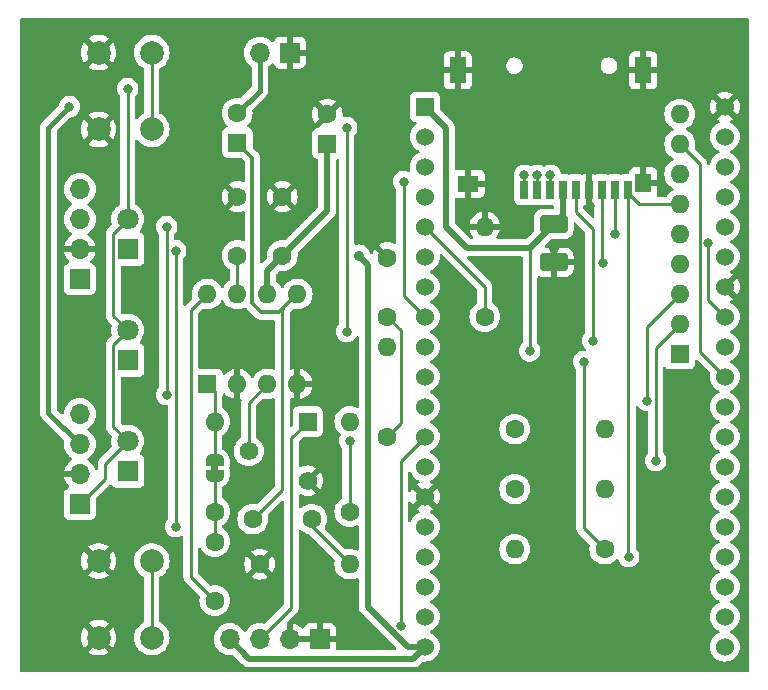
<source format=gbr>
%TF.GenerationSoftware,KiCad,Pcbnew,7.0.10*%
%TF.CreationDate,2024-01-20T13:47:52-06:00*%
%TF.ProjectId,CoCo-FujiNet-Rev00,436f436f-2d46-4756-9a69-4e65742d5265,Rev 00*%
%TF.SameCoordinates,Original*%
%TF.FileFunction,Copper,L1,Top*%
%TF.FilePolarity,Positive*%
%FSLAX46Y46*%
G04 Gerber Fmt 4.6, Leading zero omitted, Abs format (unit mm)*
G04 Created by KiCad (PCBNEW 7.0.10) date 2024-01-20 13:47:52*
%MOMM*%
%LPD*%
G01*
G04 APERTURE LIST*
G04 Aperture macros list*
%AMRoundRect*
0 Rectangle with rounded corners*
0 $1 Rounding radius*
0 $2 $3 $4 $5 $6 $7 $8 $9 X,Y pos of 4 corners*
0 Add a 4 corners polygon primitive as box body*
4,1,4,$2,$3,$4,$5,$6,$7,$8,$9,$2,$3,0*
0 Add four circle primitives for the rounded corners*
1,1,$1+$1,$2,$3*
1,1,$1+$1,$4,$5*
1,1,$1+$1,$6,$7*
1,1,$1+$1,$8,$9*
0 Add four rect primitives between the rounded corners*
20,1,$1+$1,$2,$3,$4,$5,0*
20,1,$1+$1,$4,$5,$6,$7,0*
20,1,$1+$1,$6,$7,$8,$9,0*
20,1,$1+$1,$8,$9,$2,$3,0*%
%AMFreePoly0*
4,1,19,0.500000,-0.750000,0.000000,-0.750000,0.000000,-0.744911,-0.071157,-0.744911,-0.207708,-0.704816,-0.327430,-0.627875,-0.420627,-0.520320,-0.479746,-0.390866,-0.500000,-0.250000,-0.500000,0.250000,-0.479746,0.390866,-0.420627,0.520320,-0.327430,0.627875,-0.207708,0.704816,-0.071157,0.744911,0.000000,0.744911,0.000000,0.750000,0.500000,0.750000,0.500000,-0.750000,0.500000,-0.750000,
$1*%
%AMFreePoly1*
4,1,19,0.000000,0.744911,0.071157,0.744911,0.207708,0.704816,0.327430,0.627875,0.420627,0.520320,0.479746,0.390866,0.500000,0.250000,0.500000,-0.250000,0.479746,-0.390866,0.420627,-0.520320,0.327430,-0.627875,0.207708,-0.704816,0.071157,-0.744911,0.000000,-0.744911,0.000000,-0.750000,-0.500000,-0.750000,-0.500000,0.750000,0.000000,0.750000,0.000000,0.744911,0.000000,0.744911,
$1*%
G04 Aperture macros list end*
%TA.AperFunction,ComponentPad*%
%ADD10R,1.800000X1.800000*%
%TD*%
%TA.AperFunction,ComponentPad*%
%ADD11C,1.800000*%
%TD*%
%TA.AperFunction,ComponentPad*%
%ADD12C,2.000000*%
%TD*%
%TA.AperFunction,ComponentPad*%
%ADD13R,1.700000X1.700000*%
%TD*%
%TA.AperFunction,ComponentPad*%
%ADD14O,1.700000X1.700000*%
%TD*%
%TA.AperFunction,ComponentPad*%
%ADD15C,1.600000*%
%TD*%
%TA.AperFunction,ComponentPad*%
%ADD16O,1.600000X1.600000*%
%TD*%
%TA.AperFunction,ComponentPad*%
%ADD17R,1.530000X1.530000*%
%TD*%
%TA.AperFunction,ComponentPad*%
%ADD18C,1.530000*%
%TD*%
%TA.AperFunction,SMDPad,CuDef*%
%ADD19RoundRect,0.250001X-0.924999X0.499999X-0.924999X-0.499999X0.924999X-0.499999X0.924999X0.499999X0*%
%TD*%
%TA.AperFunction,ComponentPad*%
%ADD20R,1.600000X1.600000*%
%TD*%
%TA.AperFunction,SMDPad,CuDef*%
%ADD21FreePoly0,90.000000*%
%TD*%
%TA.AperFunction,SMDPad,CuDef*%
%ADD22FreePoly1,90.000000*%
%TD*%
%TA.AperFunction,SMDPad,CuDef*%
%ADD23R,0.700000X1.600000*%
%TD*%
%TA.AperFunction,SMDPad,CuDef*%
%ADD24R,1.400000X1.600000*%
%TD*%
%TA.AperFunction,SMDPad,CuDef*%
%ADD25R,1.400000X2.200000*%
%TD*%
%TA.AperFunction,SMDPad,CuDef*%
%ADD26R,1.800000X1.400000*%
%TD*%
%TA.AperFunction,ComponentPad*%
%ADD27R,1.560000X1.560000*%
%TD*%
%TA.AperFunction,ComponentPad*%
%ADD28C,1.560000*%
%TD*%
%TA.AperFunction,ViaPad*%
%ADD29C,0.800000*%
%TD*%
%TA.AperFunction,ViaPad*%
%ADD30C,0.900000*%
%TD*%
%TA.AperFunction,Conductor*%
%ADD31C,0.500000*%
%TD*%
%TA.AperFunction,Conductor*%
%ADD32C,0.250000*%
%TD*%
%TA.AperFunction,Conductor*%
%ADD33C,0.300000*%
%TD*%
%TA.AperFunction,Conductor*%
%ADD34C,0.400000*%
%TD*%
G04 APERTURE END LIST*
%TA.AperFunction,EtchedComponent*%
%TO.C,JP1*%
G36*
X142540000Y-91802000D02*
G01*
X141940000Y-91802000D01*
X141940000Y-91302000D01*
X142540000Y-91302000D01*
X142540000Y-91802000D01*
G37*
%TD.AperFunction*%
%TD*%
D10*
%TO.P,D1,1,K*%
%TO.N,Net-(D1-K)*%
X134874000Y-73025000D03*
D11*
%TO.P,D1,2,A*%
%TO.N,+3.3V*%
X134874000Y-70485000D03*
%TD*%
D12*
%TO.P,SW1,1,A*%
%TO.N,/IO0{slash}BUTTON_A*%
X136906000Y-56388000D03*
X136906000Y-62888000D03*
%TO.P,SW1,2,B*%
%TO.N,GND*%
X132406000Y-56388000D03*
X132406000Y-62888000D03*
%TD*%
D13*
%TO.P,J1,1,Pin_1*%
%TO.N,/SER_PIN2_RX*%
X130810000Y-75565000D03*
D14*
%TO.P,J1,2,Pin_2*%
%TO.N,GND*%
X130810000Y-73025000D03*
%TO.P,J1,3,Pin_3*%
%TO.N,/SER_PIN4_TX*%
X130810000Y-70485000D03*
%TO.P,J1,4,Pin_4*%
%TO.N,/SER_PIN1_CD*%
X130810000Y-67945000D03*
%TD*%
D13*
%TO.P,J2,1,Pin_1*%
%TO.N,+3.3V*%
X130810000Y-94615000D03*
D14*
%TO.P,J2,2,Pin_2*%
%TO.N,GND*%
X130810000Y-92075000D03*
%TO.P,J2,3,Pin_3*%
%TO.N,/CAS_PIN4_DATAIN*%
X130810000Y-89535000D03*
%TO.P,J2,4,Pin_4*%
%TO.N,/CAS_PIN3_MTR1*%
X130810000Y-86995000D03*
%TD*%
D15*
%TO.P,R17,1*%
%TO.N,Net-(U1-+)*%
X153670000Y-95250000D03*
D16*
%TO.P,R17,2*%
%TO.N,/LM386_IN*%
X153670000Y-87630000D03*
%TD*%
D13*
%TO.P,J4,1,Pin_1*%
%TO.N,GND*%
X148590000Y-56388000D03*
D14*
%TO.P,J4,2,Pin_2*%
%TO.N,/CAS_PIN4_DATAIN*%
X146050000Y-56388000D03*
%TD*%
D10*
%TO.P,D3,1,K*%
%TO.N,Net-(D3-K)*%
X134874000Y-91821000D03*
D11*
%TO.P,D3,2,A*%
%TO.N,+3.3V*%
X134874000Y-89281000D03*
%TD*%
D15*
%TO.P,C6,1*%
%TO.N,+5V*%
X147955000Y-73580000D03*
%TO.P,C6,2*%
%TO.N,GND*%
X147955000Y-68580000D03*
%TD*%
D17*
%TO.P,U2,1,3V3*%
%TO.N,+3.3V*%
X160020000Y-60970000D03*
D18*
%TO.P,U2,2,EN*%
%TO.N,unconnected-(U2-EN-Pad2)*%
X160020000Y-63510000D03*
%TO.P,U2,3,SENSOR_VP*%
%TO.N,unconnected-(U2-SENSOR_VP-Pad3)*%
X160020000Y-66050000D03*
%TO.P,U2,4,SENSOR_VN*%
%TO.N,unconnected-(U2-SENSOR_VN-Pad4)*%
X160020000Y-68590000D03*
%TO.P,U2,5,IO34*%
%TO.N,/CAS_PIN3_MTR1*%
X160020000Y-71130000D03*
%TO.P,U2,6,IO35*%
%TO.N,unconnected-(U2-IO35-Pad6)*%
X160020000Y-73670000D03*
%TO.P,U2,7,IO32*%
%TO.N,unconnected-(U2-IO32-Pad7)*%
X160020000Y-76210000D03*
%TO.P,U2,8,IO33*%
%TO.N,/SER_PIN4_TX*%
X160020000Y-78750000D03*
%TO.P,U2,9,IO25*%
%TO.N,Net-(U2-IO25)*%
X160020000Y-81290000D03*
%TO.P,U2,10,IO26*%
%TO.N,unconnected-(U2-IO26-Pad10)*%
X160020000Y-83830000D03*
%TO.P,U2,11,IO27*%
%TO.N,unconnected-(U2-IO27-Pad11)*%
X160020000Y-86370000D03*
%TO.P,U2,12,IO14*%
%TO.N,/IO14{slash}SAFE_RESET*%
X160020000Y-88910000D03*
%TO.P,U2,13,IO12*%
%TO.N,unconnected-(U2-IO12-Pad13)*%
X160020000Y-91450000D03*
%TO.P,U2,14,GND1*%
%TO.N,GND*%
X160020000Y-93990000D03*
%TO.P,U2,15,IO13*%
%TO.N,/IO13{slash}LED_BT*%
X160020000Y-96530000D03*
%TO.P,U2,16,SD2*%
%TO.N,unconnected-(U2-SD2-Pad16)*%
X160020000Y-99070000D03*
%TO.P,U2,17,SD3*%
%TO.N,unconnected-(U2-SD3-Pad17)*%
X160020000Y-101610000D03*
%TO.P,U2,18,CMD*%
%TO.N,unconnected-(U2-CMD-Pad18)*%
X160020000Y-104150000D03*
%TO.P,U2,19,EXT_5V*%
%TO.N,+5V*%
X160020000Y-106690000D03*
%TO.P,U2,20,CLK*%
%TO.N,unconnected-(U2-CLK-Pad20)*%
X185420000Y-106690000D03*
%TO.P,U2,21,SD0*%
%TO.N,unconnected-(U2-SD0-Pad21)*%
X185420000Y-104150000D03*
%TO.P,U2,22,SD1*%
%TO.N,unconnected-(U2-SD1-Pad22)*%
X185420000Y-101610000D03*
%TO.P,U2,23,IO15*%
%TO.N,/IO15{slash}CD*%
X185420000Y-99070000D03*
%TO.P,U2,24,IO2*%
%TO.N,/IO2{slash}LED_WIFI*%
X185420000Y-96530000D03*
%TO.P,U2,25,IO0*%
%TO.N,/IO0{slash}BUTTON_A*%
X185420000Y-93990000D03*
%TO.P,U2,26,IO4*%
%TO.N,/IO4{slash}LED_BUS*%
X185420000Y-91450000D03*
%TO.P,U2,27,IO16*%
%TO.N,unconnected-(U2-IO16-Pad27)*%
X185420000Y-88910000D03*
%TO.P,U2,28,IO17*%
%TO.N,unconnected-(U2-IO17-Pad28)*%
X185420000Y-86370000D03*
%TO.P,U2,29,IO5*%
%TO.N,/IO5{slash}SPI_CS*%
X185420000Y-83830000D03*
%TO.P,U2,30,IO18*%
%TO.N,/IO18{slash}SPI_CLK*%
X185420000Y-81290000D03*
%TO.P,U2,31,IO19*%
%TO.N,/IO19{slash}SPI_MISO*%
X185420000Y-78750000D03*
%TO.P,U2,32,GND2*%
%TO.N,GND*%
X185420000Y-76210000D03*
%TO.P,U2,33,IO21*%
%TO.N,/SER_PIN2_RX*%
X185420000Y-73670000D03*
%TO.P,U2,34,RXD0*%
%TO.N,unconnected-(U2-RXD0-Pad34)*%
X185420000Y-71130000D03*
%TO.P,U2,35,TXD0*%
%TO.N,unconnected-(U2-TXD0-Pad35)*%
X185420000Y-68590000D03*
%TO.P,U2,36,IO22*%
%TO.N,/SER_PIN1_CD*%
X185420000Y-66050000D03*
%TO.P,U2,37,IO23*%
%TO.N,/IO23{slash}SPI_MOSI*%
X185420000Y-63510000D03*
%TO.P,U2,38,GND3*%
%TO.N,GND*%
X185420000Y-60970000D03*
%TD*%
D15*
%TO.P,R9,1*%
%TO.N,Net-(D1-K)*%
X167640000Y-93345000D03*
D16*
%TO.P,R9,2*%
%TO.N,/IO2{slash}LED_WIFI*%
X175260000Y-93345000D03*
%TD*%
D13*
%TO.P,J3,1,Pin_1*%
%TO.N,GND*%
X151130000Y-106045000D03*
D14*
%TO.P,J3,2,Pin_2*%
X148590000Y-106045000D03*
%TO.P,J3,3,Pin_3*%
%TO.N,/LM386_IN*%
X146050000Y-106045000D03*
%TO.P,J3,4,Pin_4*%
%TO.N,+5V*%
X143510000Y-106045000D03*
%TD*%
D15*
%TO.P,R7,1*%
%TO.N,GND*%
X146050000Y-99695000D03*
D16*
%TO.P,R7,2*%
%TO.N,Net-(C3-Pad2)*%
X153670000Y-99695000D03*
%TD*%
D19*
%TO.P,C1,1*%
%TO.N,+3.3V*%
X170942000Y-70892000D03*
%TO.P,C1,2*%
%TO.N,GND*%
X170942000Y-74142000D03*
%TD*%
D15*
%TO.P,R11,1*%
%TO.N,Net-(D3-K)*%
X167640000Y-88265000D03*
D16*
%TO.P,R11,2*%
%TO.N,/IO4{slash}LED_BUS*%
X175260000Y-88265000D03*
%TD*%
D20*
%TO.P,C7,1*%
%TO.N,+5V*%
X151765000Y-64095000D03*
D15*
%TO.P,C7,2*%
%TO.N,GND*%
X151765000Y-61595000D03*
%TD*%
D12*
%TO.P,SW2,1,A*%
%TO.N,/IO14{slash}SAFE_RESET*%
X136906000Y-99418000D03*
X136906000Y-105918000D03*
%TO.P,SW2,2,B*%
%TO.N,GND*%
X132406000Y-99418000D03*
X132406000Y-105918000D03*
%TD*%
D21*
%TO.P,JP1,1,A*%
%TO.N,Net-(JP1-A)*%
X142240000Y-92202000D03*
D22*
%TO.P,JP1,2,B*%
%TO.N,Net-(JP1-B)*%
X142240000Y-90902000D03*
%TD*%
D20*
%TO.P,RN1,1,common*%
%TO.N,+3.3V*%
X181610000Y-81915000D03*
D16*
%TO.P,RN1,2,R1*%
%TO.N,/IO0{slash}BUTTON_A*%
X181610000Y-79375000D03*
%TO.P,RN1,3,R2*%
%TO.N,/IO14{slash}SAFE_RESET*%
X181610000Y-76835000D03*
%TO.P,RN1,4,R3*%
%TO.N,/IO19{slash}SPI_MISO*%
X181610000Y-74295000D03*
%TO.P,RN1,5,R4*%
%TO.N,Net-(P1-DAT1)*%
X181610000Y-71755000D03*
%TO.P,RN1,6,R5*%
%TO.N,/IO15{slash}CD*%
X181610000Y-69215000D03*
%TO.P,RN1,7,R6*%
%TO.N,/IO23{slash}SPI_MOSI*%
X181610000Y-66675000D03*
%TO.P,RN1,8,R7*%
%TO.N,/IO5{slash}SPI_CS*%
X181610000Y-64135000D03*
%TO.P,RN1,9,R8*%
%TO.N,Net-(P1-DAT2)*%
X181610000Y-61595000D03*
%TD*%
D15*
%TO.P,R13,1*%
%TO.N,/CAS_PIN3_MTR1*%
X165100000Y-78740000D03*
D16*
%TO.P,R13,2*%
%TO.N,GND*%
X165100000Y-71120000D03*
%TD*%
D15*
%TO.P,C4,1*%
%TO.N,Net-(JP1-A)*%
X142240000Y-97790000D03*
%TO.P,C4,2*%
%TO.N,Net-(C4-Pad2)*%
X142240000Y-102790000D03*
%TD*%
D10*
%TO.P,D2,1,K*%
%TO.N,Net-(D2-K)*%
X134874000Y-82423000D03*
D11*
%TO.P,D2,2,A*%
%TO.N,+3.3V*%
X134874000Y-79883000D03*
%TD*%
D20*
%TO.P,C2,1*%
%TO.N,Net-(C2-Pad1)*%
X144145000Y-64007380D03*
D15*
%TO.P,C2,2*%
%TO.N,/CAS_PIN4_DATAIN*%
X144145000Y-61507380D03*
%TD*%
%TO.P,C5,1*%
%TO.N,GND*%
X144145000Y-68580000D03*
%TO.P,C5,2*%
%TO.N,Net-(U1-BYPASS)*%
X144145000Y-73580000D03*
%TD*%
%TO.P,C8,1*%
%TO.N,/LM386_IN*%
X156845000Y-78740000D03*
%TO.P,C8,2*%
%TO.N,GND*%
X156845000Y-73740000D03*
%TD*%
D23*
%TO.P,P1,1,DAT2*%
%TO.N,Net-(P1-DAT2)*%
X168412600Y-67991800D03*
%TO.P,P1,2,DAT3*%
%TO.N,/IO5{slash}SPI_CS*%
X169512600Y-67991800D03*
%TO.P,P1,3,CMD*%
%TO.N,/IO23{slash}SPI_MOSI*%
X170612600Y-67991800D03*
%TO.P,P1,4,VDD*%
%TO.N,+3.3V*%
X171712600Y-67991800D03*
%TO.P,P1,5,CLK*%
%TO.N,/IO18{slash}SPI_CLK*%
X172812600Y-67991800D03*
%TO.P,P1,6,VSS*%
%TO.N,GND*%
X173912600Y-67991800D03*
%TO.P,P1,7,DAT0*%
%TO.N,/IO19{slash}SPI_MISO*%
X175012600Y-67991800D03*
%TO.P,P1,8,DAT1*%
%TO.N,Net-(P1-DAT1)*%
X176112600Y-67991800D03*
%TO.P,P1,9,CD*%
%TO.N,/IO15{slash}CD*%
X177212600Y-67991800D03*
D24*
%TO.P,P1,G1,GND*%
%TO.N,GND*%
X178512600Y-67391800D03*
D25*
%TO.P,P1,G2,GND*%
X178512600Y-57891800D03*
%TO.P,P1,G3,GND*%
X162812600Y-57891800D03*
D26*
%TO.P,P1,G4,GND*%
X163712600Y-67491800D03*
%TD*%
D27*
%TO.P,RV1,1,1*%
%TO.N,/LM386_IN*%
X150114000Y-87630000D03*
D28*
%TO.P,RV1,2,2*%
%TO.N,Net-(U1-+)*%
X145114000Y-90130000D03*
%TO.P,RV1,3,3*%
%TO.N,GND*%
X150114000Y-92630000D03*
%TD*%
D15*
%TO.P,R12,1*%
%TO.N,/LM386_IN*%
X156845000Y-88900000D03*
D16*
%TO.P,R12,2*%
%TO.N,Net-(U2-IO25)*%
X156845000Y-81280000D03*
%TD*%
D15*
%TO.P,R8,1*%
%TO.N,Net-(JP1-A)*%
X142240000Y-95250000D03*
D16*
%TO.P,R8,2*%
%TO.N,Net-(JP1-B)*%
X142240000Y-87630000D03*
%TD*%
D15*
%TO.P,C3,1*%
%TO.N,Net-(C2-Pad1)*%
X145455000Y-95885000D03*
%TO.P,C3,2*%
%TO.N,Net-(C3-Pad2)*%
X150455000Y-95885000D03*
%TD*%
D20*
%TO.P,U1,1,GAIN*%
%TO.N,Net-(JP1-B)*%
X141605000Y-84445000D03*
D16*
%TO.P,U1,2,-*%
%TO.N,GND*%
X144145000Y-84445000D03*
%TO.P,U1,3,+*%
%TO.N,Net-(U1-+)*%
X146685000Y-84445000D03*
%TO.P,U1,4,GND*%
%TO.N,GND*%
X149225000Y-84445000D03*
%TO.P,U1,5*%
%TO.N,Net-(C2-Pad1)*%
X149225000Y-76825000D03*
%TO.P,U1,6,V+*%
%TO.N,+5V*%
X146685000Y-76825000D03*
%TO.P,U1,7,BYPASS*%
%TO.N,Net-(U1-BYPASS)*%
X144145000Y-76825000D03*
%TO.P,U1,8,GAIN*%
%TO.N,Net-(C4-Pad2)*%
X141605000Y-76825000D03*
%TD*%
D15*
%TO.P,R10,1*%
%TO.N,Net-(D2-K)*%
X175260000Y-98425000D03*
D16*
%TO.P,R10,2*%
%TO.N,/IO13{slash}LED_BT*%
X167640000Y-98425000D03*
%TD*%
D29*
%TO.N,+3.3V*%
X168910000Y-81661000D03*
X134874000Y-59436000D03*
%TO.N,GND*%
X155829000Y-60960000D03*
X173990000Y-69392800D03*
X149555200Y-81153000D03*
X147955000Y-60833000D03*
X170942000Y-73025000D03*
X151638000Y-84455000D03*
X144424400Y-81483200D03*
X143916400Y-86614000D03*
%TO.N,/CAS_PIN4_DATAIN*%
X129921000Y-60960000D03*
D30*
%TO.N,+5V*%
X154432000Y-73580000D03*
D29*
%TO.N,Net-(D1-K)*%
X138938000Y-73152000D03*
X138938000Y-96520000D03*
%TO.N,Net-(D2-K)*%
X173482000Y-82550000D03*
%TO.N,/SER_PIN4_TX*%
X158242000Y-67310000D03*
%TO.N,/CAS_PIN3_MTR1*%
X138176000Y-71120000D03*
X138176000Y-85344000D03*
%TO.N,Net-(P1-DAT2)*%
X168452800Y-66776600D03*
%TO.N,/IO5{slash}SPI_CS*%
X169545000Y-66776600D03*
%TO.N,/IO23{slash}SPI_MOSI*%
X170662600Y-66776600D03*
%TO.N,/IO18{slash}SPI_CLK*%
X174244000Y-80772000D03*
%TO.N,/IO19{slash}SPI_MISO*%
X175133000Y-74205500D03*
X184022500Y-72517000D03*
%TO.N,Net-(P1-DAT1)*%
X176149000Y-71755000D03*
%TO.N,/IO15{slash}CD*%
X177292000Y-99060000D03*
%TO.N,/IO14{slash}SAFE_RESET*%
X178853500Y-85852000D03*
X157988000Y-104902000D03*
%TO.N,Net-(U1-+)*%
X153670000Y-89255600D03*
%TO.N,/IO0{slash}BUTTON_A*%
X153416000Y-62738000D03*
X179578000Y-90932000D03*
X153416000Y-80010000D03*
%TD*%
D31*
%TO.N,+3.3V*%
X171712600Y-67991800D02*
X171712600Y-70121400D01*
D32*
X130810000Y-94615000D02*
X132969000Y-92456000D01*
X134874000Y-70485000D02*
X133649000Y-71710000D01*
X168910000Y-81661000D02*
X168936000Y-81635000D01*
X133649000Y-81108000D02*
X133649000Y-88056000D01*
X134874000Y-79883000D02*
X133649000Y-81108000D01*
D31*
X163576000Y-72898000D02*
X161798000Y-71120000D01*
D32*
X132969000Y-91186000D02*
X134874000Y-89281000D01*
D31*
X168936000Y-72898000D02*
X163576000Y-72898000D01*
D32*
X133649000Y-88056000D02*
X134874000Y-89281000D01*
X133649000Y-78658000D02*
X134874000Y-79883000D01*
X133649000Y-71710000D02*
X133649000Y-78658000D01*
X132969000Y-92456000D02*
X132969000Y-91186000D01*
D31*
X161798000Y-62748000D02*
X160020000Y-60970000D01*
X171712600Y-70121400D02*
X168936000Y-72898000D01*
D32*
X134874000Y-59436000D02*
X134874000Y-70485000D01*
X168936000Y-81635000D02*
X168936000Y-72898000D01*
D31*
X161798000Y-71120000D02*
X161798000Y-62748000D01*
%TO.N,GND*%
X170942000Y-73025000D02*
X170942000Y-74142000D01*
X173940000Y-69342800D02*
X173940000Y-68412000D01*
X173990000Y-69392800D02*
X173940000Y-69342800D01*
D32*
%TO.N,Net-(C2-Pad1)*%
X147955000Y-93385000D02*
X147955000Y-78095000D01*
D33*
X147691000Y-78359000D02*
X146177000Y-78359000D01*
X148100000Y-77950000D02*
X149225000Y-76825000D01*
X146177000Y-78359000D02*
X145415000Y-77597000D01*
X148100000Y-77950000D02*
X147691000Y-78359000D01*
D32*
X145455000Y-95885000D02*
X147955000Y-93385000D01*
X147955000Y-78095000D02*
X148100000Y-77950000D01*
D33*
X145415000Y-65277380D02*
X144145000Y-64007380D01*
X145415000Y-77597000D02*
X145415000Y-65277380D01*
D34*
%TO.N,/CAS_PIN4_DATAIN*%
X128143000Y-62738000D02*
X128143000Y-86868000D01*
X129921000Y-60960000D02*
X128143000Y-62738000D01*
X144145000Y-61507380D02*
X146050000Y-59602380D01*
X128143000Y-86868000D02*
X130810000Y-89535000D01*
X146050000Y-59602380D02*
X146050000Y-56388000D01*
D32*
%TO.N,Net-(C3-Pad2)*%
X150455000Y-96480000D02*
X150455000Y-95885000D01*
X153670000Y-99695000D02*
X150455000Y-96480000D01*
%TO.N,Net-(C4-Pad2)*%
X140208000Y-100758000D02*
X140208000Y-78222000D01*
X142240000Y-102790000D02*
X140208000Y-100758000D01*
X140208000Y-78222000D02*
X141605000Y-76825000D01*
%TO.N,Net-(U1-BYPASS)*%
X144145000Y-76825000D02*
X144145000Y-73580000D01*
D31*
%TO.N,+5V*%
X146685000Y-74850000D02*
X147955000Y-73580000D01*
X145161000Y-107696000D02*
X159014000Y-107696000D01*
X146685000Y-76825000D02*
X146685000Y-74850000D01*
X147955000Y-73580000D02*
X151765000Y-69770000D01*
X143510000Y-106045000D02*
X145161000Y-107696000D01*
X155194000Y-103310082D02*
X158573918Y-106690000D01*
X154432000Y-73580000D02*
X155194000Y-74342000D01*
X155194000Y-74342000D02*
X155194000Y-103310082D01*
X159014000Y-107696000D02*
X160020000Y-106690000D01*
X151765000Y-69770000D02*
X151765000Y-64095000D01*
X158573918Y-106690000D02*
X160020000Y-106690000D01*
D32*
%TO.N,/LM386_IN*%
X148717000Y-89027000D02*
X150114000Y-87630000D01*
X146050000Y-106045000D02*
X148717000Y-103378000D01*
X148717000Y-103378000D02*
X148717000Y-89027000D01*
X157970000Y-87775000D02*
X156845000Y-88900000D01*
X157970000Y-79865000D02*
X157970000Y-87775000D01*
X156845000Y-78740000D02*
X157970000Y-79865000D01*
%TO.N,Net-(D1-K)*%
X138938000Y-73152000D02*
X138938000Y-96520000D01*
%TO.N,Net-(D2-K)*%
X173482000Y-96647000D02*
X175260000Y-98425000D01*
X173482000Y-82550000D02*
X173482000Y-96647000D01*
%TO.N,/SER_PIN4_TX*%
X158242000Y-76972000D02*
X160020000Y-78750000D01*
X158242000Y-67310000D02*
X158242000Y-76972000D01*
%TO.N,/CAS_PIN3_MTR1*%
X165100000Y-78740000D02*
X165100000Y-76210000D01*
X165100000Y-76210000D02*
X160020000Y-71130000D01*
X138176000Y-71120000D02*
X138176000Y-85344000D01*
%TO.N,Net-(P1-DAT2)*%
X168452800Y-66776600D02*
X168440000Y-66789400D01*
X168440000Y-66789400D02*
X168440000Y-68412000D01*
%TO.N,/IO5{slash}SPI_CS*%
X181610000Y-64135000D02*
X183298000Y-65823000D01*
X169540000Y-66781600D02*
X169540000Y-68412000D01*
X169545000Y-66776600D02*
X169540000Y-66781600D01*
X183298000Y-81708000D02*
X185420000Y-83830000D01*
X183298000Y-65823000D02*
X183298000Y-81708000D01*
%TO.N,/IO23{slash}SPI_MOSI*%
X170662600Y-66776600D02*
X170640000Y-66799200D01*
X170640000Y-66799200D02*
X170640000Y-68412000D01*
%TO.N,/IO18{slash}SPI_CLK*%
X172812600Y-67991800D02*
X172812600Y-69882500D01*
X174244000Y-71313900D02*
X174244000Y-80772000D01*
X172812600Y-69882500D02*
X174244000Y-71313900D01*
%TO.N,/IO19{slash}SPI_MISO*%
X175040000Y-68412000D02*
X175012600Y-68384600D01*
X175012600Y-68384600D02*
X175012600Y-74085100D01*
X184022500Y-77352500D02*
X184022500Y-72517000D01*
X185420000Y-78750000D02*
X184022500Y-77352500D01*
X175012600Y-74085100D02*
X175133000Y-74205500D01*
%TO.N,Net-(P1-DAT1)*%
X176140000Y-68019200D02*
X176140000Y-71746000D01*
X176140000Y-71746000D02*
X176149000Y-71755000D01*
X176112600Y-67991800D02*
X176140000Y-68019200D01*
%TO.N,/IO15{slash}CD*%
X177240000Y-99008000D02*
X177240000Y-68269200D01*
X178185800Y-69215000D02*
X181610000Y-69215000D01*
X177240000Y-68269200D02*
X178185800Y-69215000D01*
X177292000Y-99060000D02*
X177240000Y-99008000D01*
%TO.N,Net-(JP1-A)*%
X142240000Y-97790000D02*
X142240000Y-95250000D01*
X142240000Y-95250000D02*
X142240000Y-92202000D01*
%TO.N,/IO14{slash}SAFE_RESET*%
X157988000Y-90942000D02*
X160020000Y-88910000D01*
X178853500Y-85852000D02*
X178853500Y-79591500D01*
X178853500Y-79591500D02*
X181610000Y-76835000D01*
X136906000Y-105918000D02*
X136906000Y-99418000D01*
X157988000Y-104902000D02*
X157988000Y-90942000D01*
%TO.N,Net-(U1-+)*%
X153670000Y-95250000D02*
X153670000Y-89255600D01*
X145114000Y-90130000D02*
X145114000Y-86016000D01*
X145114000Y-86016000D02*
X146685000Y-84445000D01*
%TO.N,Net-(JP1-B)*%
X142240000Y-87630000D02*
X142240000Y-85080000D01*
X142240000Y-85080000D02*
X141605000Y-84445000D01*
X142240000Y-90902000D02*
X142240000Y-87630000D01*
%TO.N,/IO0{slash}BUTTON_A*%
X153416000Y-80010000D02*
X153416000Y-62738000D01*
X179578000Y-90932000D02*
X179578000Y-81407000D01*
X136906000Y-62888000D02*
X136906000Y-56388000D01*
X179578000Y-81407000D02*
X181610000Y-79375000D01*
%TD*%
%TA.AperFunction,Conductor*%
%TO.N,GND*%
G36*
X149547703Y-96817336D02*
G01*
X149554181Y-96823368D01*
X149615858Y-96885045D01*
X149615861Y-96885047D01*
X149802266Y-97015568D01*
X150008504Y-97111739D01*
X150228308Y-97170635D01*
X150228313Y-97170635D01*
X150229550Y-97170854D01*
X150230048Y-97171100D01*
X150233538Y-97172036D01*
X150233350Y-97172737D01*
X150292153Y-97201881D01*
X150295699Y-97205289D01*
X152370586Y-99280176D01*
X152404071Y-99341499D01*
X152402681Y-99399948D01*
X152384365Y-99468307D01*
X152384364Y-99468313D01*
X152364532Y-99694999D01*
X152364532Y-99695001D01*
X152384364Y-99921686D01*
X152384366Y-99921697D01*
X152443258Y-100141488D01*
X152443261Y-100141497D01*
X152539431Y-100347732D01*
X152539432Y-100347734D01*
X152669954Y-100534141D01*
X152830858Y-100695045D01*
X152830861Y-100695047D01*
X153017266Y-100825568D01*
X153223504Y-100921739D01*
X153443308Y-100980635D01*
X153605230Y-100994801D01*
X153669998Y-101000468D01*
X153670000Y-101000468D01*
X153670002Y-101000468D01*
X153726673Y-100995509D01*
X153896692Y-100980635D01*
X154116496Y-100921739D01*
X154267095Y-100851512D01*
X154336173Y-100841021D01*
X154399957Y-100869541D01*
X154438196Y-100928017D01*
X154443500Y-100963895D01*
X154443500Y-103246376D01*
X154442191Y-103264345D01*
X154438710Y-103288107D01*
X154443028Y-103337450D01*
X154443500Y-103348258D01*
X154443500Y-103353793D01*
X154447098Y-103384577D01*
X154447464Y-103388165D01*
X154454000Y-103462873D01*
X154455461Y-103469949D01*
X154455403Y-103469960D01*
X154457034Y-103477319D01*
X154457092Y-103477306D01*
X154458757Y-103484331D01*
X154458758Y-103484336D01*
X154458759Y-103484337D01*
X154484074Y-103553893D01*
X154484400Y-103554787D01*
X154485582Y-103558189D01*
X154509182Y-103629408D01*
X154512236Y-103635956D01*
X154512182Y-103635980D01*
X154515470Y-103642770D01*
X154515521Y-103642745D01*
X154518761Y-103649196D01*
X154559979Y-103711866D01*
X154561889Y-103714864D01*
X154582688Y-103748583D01*
X154601289Y-103778740D01*
X154605766Y-103784401D01*
X154605719Y-103784438D01*
X154610482Y-103790284D01*
X154610528Y-103790246D01*
X154615173Y-103795781D01*
X154669707Y-103847231D01*
X154672295Y-103849745D01*
X157556369Y-106733819D01*
X157589854Y-106795142D01*
X157584870Y-106864834D01*
X157542998Y-106920767D01*
X157477534Y-106945184D01*
X157468688Y-106945500D01*
X152604000Y-106945500D01*
X152536961Y-106925815D01*
X152491206Y-106873011D01*
X152480000Y-106821500D01*
X152480000Y-106295000D01*
X151563686Y-106295000D01*
X151589493Y-106254844D01*
X151630000Y-106116889D01*
X151630000Y-105973111D01*
X151589493Y-105835156D01*
X151563686Y-105795000D01*
X152480000Y-105795000D01*
X152480000Y-105147172D01*
X152479999Y-105147155D01*
X152473598Y-105087627D01*
X152473596Y-105087620D01*
X152423354Y-104952913D01*
X152423350Y-104952906D01*
X152337190Y-104837812D01*
X152337187Y-104837809D01*
X152222093Y-104751649D01*
X152222086Y-104751645D01*
X152087379Y-104701403D01*
X152087372Y-104701401D01*
X152027844Y-104695000D01*
X151380000Y-104695000D01*
X151380000Y-105609498D01*
X151272315Y-105560320D01*
X151165763Y-105545000D01*
X151094237Y-105545000D01*
X150987685Y-105560320D01*
X150880000Y-105609498D01*
X150880000Y-104695000D01*
X150232155Y-104695000D01*
X150172627Y-104701401D01*
X150172620Y-104701403D01*
X150037913Y-104751645D01*
X150037906Y-104751649D01*
X149922812Y-104837809D01*
X149922809Y-104837812D01*
X149836649Y-104952906D01*
X149836646Y-104952911D01*
X149787385Y-105084987D01*
X149745513Y-105140920D01*
X149680049Y-105165337D01*
X149611776Y-105150485D01*
X149583522Y-105129334D01*
X149461082Y-105006894D01*
X149267578Y-104871399D01*
X149053492Y-104771570D01*
X149053486Y-104771567D01*
X148840000Y-104714364D01*
X148840000Y-105609498D01*
X148732315Y-105560320D01*
X148625763Y-105545000D01*
X148554237Y-105545000D01*
X148447685Y-105560320D01*
X148340000Y-105609498D01*
X148340000Y-104690950D01*
X148359685Y-104623911D01*
X148376314Y-104603274D01*
X149100786Y-103878802D01*
X149113048Y-103868980D01*
X149112865Y-103868759D01*
X149118868Y-103863791D01*
X149118877Y-103863786D01*
X149164934Y-103814739D01*
X149167582Y-103812006D01*
X149187120Y-103792470D01*
X149189570Y-103789310D01*
X149197154Y-103780429D01*
X149227062Y-103748582D01*
X149236714Y-103731023D01*
X149247389Y-103714772D01*
X149259674Y-103698936D01*
X149277030Y-103658825D01*
X149282161Y-103648354D01*
X149303194Y-103610098D01*
X149303194Y-103610097D01*
X149303197Y-103610092D01*
X149308180Y-103590680D01*
X149314477Y-103572291D01*
X149322438Y-103553895D01*
X149329270Y-103510748D01*
X149331639Y-103499316D01*
X149342499Y-103457022D01*
X149342500Y-103457017D01*
X149342500Y-103436983D01*
X149344027Y-103417582D01*
X149347160Y-103397804D01*
X149343050Y-103354324D01*
X149342500Y-103342655D01*
X149342500Y-96911049D01*
X149362185Y-96844010D01*
X149414989Y-96798255D01*
X149484147Y-96788311D01*
X149547703Y-96817336D01*
G37*
%TD.AperFunction*%
%TA.AperFunction,Conductor*%
G36*
X150670507Y-105835156D02*
G01*
X150630000Y-105973111D01*
X150630000Y-106116889D01*
X150670507Y-106254844D01*
X150696314Y-106295000D01*
X149023686Y-106295000D01*
X149049493Y-106254844D01*
X149090000Y-106116889D01*
X149090000Y-105973111D01*
X149049493Y-105835156D01*
X149023686Y-105795000D01*
X150696314Y-105795000D01*
X150670507Y-105835156D01*
G37*
%TD.AperFunction*%
%TA.AperFunction,Conductor*%
G36*
X152722004Y-65403564D02*
G01*
X152773141Y-65451174D01*
X152790500Y-65514448D01*
X152790500Y-79311312D01*
X152770815Y-79378351D01*
X152758650Y-79394284D01*
X152683466Y-79477784D01*
X152588821Y-79641715D01*
X152588818Y-79641722D01*
X152530327Y-79821740D01*
X152530326Y-79821744D01*
X152510540Y-80010000D01*
X152530326Y-80198256D01*
X152530327Y-80198259D01*
X152588818Y-80378277D01*
X152588821Y-80378284D01*
X152683467Y-80542216D01*
X152750821Y-80617020D01*
X152810129Y-80682888D01*
X152963265Y-80794148D01*
X152963270Y-80794151D01*
X153136192Y-80871142D01*
X153136197Y-80871144D01*
X153321354Y-80910500D01*
X153321355Y-80910500D01*
X153510644Y-80910500D01*
X153510646Y-80910500D01*
X153695803Y-80871144D01*
X153868730Y-80794151D01*
X154021871Y-80682888D01*
X154148533Y-80542216D01*
X154212114Y-80432089D01*
X154262679Y-80383876D01*
X154331286Y-80370652D01*
X154396151Y-80396620D01*
X154436680Y-80453534D01*
X154443500Y-80494091D01*
X154443500Y-86361105D01*
X154423815Y-86428144D01*
X154371011Y-86473899D01*
X154301853Y-86483843D01*
X154267095Y-86473487D01*
X154169857Y-86428144D01*
X154116496Y-86403261D01*
X154116492Y-86403260D01*
X154116488Y-86403258D01*
X153896697Y-86344366D01*
X153896693Y-86344365D01*
X153896692Y-86344365D01*
X153896691Y-86344364D01*
X153896686Y-86344364D01*
X153670002Y-86324532D01*
X153669998Y-86324532D01*
X153443313Y-86344364D01*
X153443302Y-86344366D01*
X153223511Y-86403258D01*
X153223502Y-86403261D01*
X153017267Y-86499431D01*
X153017265Y-86499432D01*
X152830858Y-86629954D01*
X152669954Y-86790858D01*
X152539432Y-86977265D01*
X152539431Y-86977267D01*
X152443261Y-87183502D01*
X152443258Y-87183511D01*
X152384366Y-87403302D01*
X152384364Y-87403313D01*
X152364532Y-87629998D01*
X152364532Y-87630001D01*
X152384364Y-87856686D01*
X152384366Y-87856697D01*
X152443258Y-88076488D01*
X152443261Y-88076497D01*
X152539431Y-88282732D01*
X152539432Y-88282734D01*
X152669954Y-88469141D01*
X152830857Y-88630044D01*
X152852074Y-88644900D01*
X152895700Y-88699476D01*
X152902894Y-88768974D01*
X152888339Y-88808475D01*
X152842823Y-88887310D01*
X152842818Y-88887322D01*
X152790058Y-89049702D01*
X152784326Y-89067344D01*
X152764540Y-89255600D01*
X152784326Y-89443856D01*
X152784327Y-89443859D01*
X152842818Y-89623877D01*
X152842821Y-89623884D01*
X152937467Y-89787816D01*
X152980772Y-89835910D01*
X153012650Y-89871315D01*
X153042880Y-89934306D01*
X153044500Y-89954287D01*
X153044500Y-94035811D01*
X153024815Y-94102850D01*
X152991623Y-94137386D01*
X152830859Y-94249953D01*
X152669954Y-94410858D01*
X152539432Y-94597265D01*
X152539431Y-94597267D01*
X152443261Y-94803502D01*
X152443258Y-94803511D01*
X152384366Y-95023302D01*
X152384364Y-95023313D01*
X152364532Y-95249998D01*
X152364532Y-95250001D01*
X152384364Y-95476686D01*
X152384366Y-95476697D01*
X152443258Y-95696488D01*
X152443261Y-95696497D01*
X152539431Y-95902732D01*
X152539432Y-95902734D01*
X152669954Y-96089141D01*
X152830858Y-96250045D01*
X152830861Y-96250047D01*
X153017266Y-96380568D01*
X153223504Y-96476739D01*
X153443308Y-96535635D01*
X153605230Y-96549801D01*
X153669998Y-96555468D01*
X153670000Y-96555468D01*
X153670002Y-96555468D01*
X153726673Y-96550509D01*
X153896692Y-96535635D01*
X154116496Y-96476739D01*
X154267095Y-96406512D01*
X154336173Y-96396021D01*
X154399957Y-96424541D01*
X154438196Y-96483017D01*
X154443500Y-96518895D01*
X154443500Y-98426105D01*
X154423815Y-98493144D01*
X154371011Y-98538899D01*
X154301853Y-98548843D01*
X154267095Y-98538487D01*
X154254241Y-98532493D01*
X154116496Y-98468261D01*
X154116492Y-98468260D01*
X154116488Y-98468258D01*
X153896697Y-98409366D01*
X153896693Y-98409365D01*
X153896692Y-98409365D01*
X153896691Y-98409364D01*
X153896686Y-98409364D01*
X153670002Y-98389532D01*
X153669999Y-98389532D01*
X153443313Y-98409364D01*
X153443296Y-98409367D01*
X153374949Y-98427680D01*
X153305099Y-98426016D01*
X153255177Y-98395586D01*
X151581615Y-96722025D01*
X151548130Y-96660702D01*
X151553114Y-96591010D01*
X151567720Y-96563222D01*
X151585568Y-96537734D01*
X151681739Y-96331496D01*
X151740635Y-96111692D01*
X151758781Y-95904284D01*
X151760468Y-95885001D01*
X151760468Y-95884998D01*
X151745459Y-95713445D01*
X151740635Y-95658308D01*
X151681739Y-95438504D01*
X151585568Y-95232266D01*
X151455047Y-95045861D01*
X151455045Y-95045858D01*
X151294141Y-94884954D01*
X151107734Y-94754432D01*
X151107732Y-94754431D01*
X150901497Y-94658261D01*
X150901488Y-94658258D01*
X150681697Y-94599366D01*
X150681693Y-94599365D01*
X150681692Y-94599365D01*
X150681691Y-94599364D01*
X150681686Y-94599364D01*
X150455002Y-94579532D01*
X150454998Y-94579532D01*
X150228313Y-94599364D01*
X150228302Y-94599366D01*
X150008511Y-94658258D01*
X150008502Y-94658261D01*
X149802267Y-94754431D01*
X149802265Y-94754432D01*
X149615858Y-94884954D01*
X149554181Y-94946632D01*
X149492858Y-94980117D01*
X149423166Y-94975133D01*
X149367233Y-94933261D01*
X149342816Y-94867797D01*
X149342500Y-94858951D01*
X149342500Y-93877208D01*
X149362185Y-93810169D01*
X149414989Y-93764414D01*
X149484147Y-93754470D01*
X149518905Y-93764826D01*
X149674540Y-93837399D01*
X149674549Y-93837403D01*
X149890875Y-93895367D01*
X149890886Y-93895369D01*
X150113998Y-93914889D01*
X150114002Y-93914889D01*
X150337113Y-93895369D01*
X150337124Y-93895367D01*
X150553450Y-93837403D01*
X150553459Y-93837399D01*
X150756445Y-93742746D01*
X150756451Y-93742742D01*
X150825112Y-93694665D01*
X150246533Y-93116086D01*
X150256315Y-93114680D01*
X150387100Y-93054952D01*
X150495761Y-92960798D01*
X150573493Y-92839844D01*
X150597076Y-92759523D01*
X151178665Y-93341112D01*
X151226742Y-93272451D01*
X151226746Y-93272445D01*
X151321399Y-93069459D01*
X151321403Y-93069450D01*
X151379367Y-92853124D01*
X151379369Y-92853113D01*
X151398889Y-92630002D01*
X151398889Y-92629997D01*
X151379369Y-92406886D01*
X151379367Y-92406875D01*
X151321403Y-92190549D01*
X151321399Y-92190540D01*
X151226747Y-91987557D01*
X151226746Y-91987555D01*
X151178664Y-91918887D01*
X151178664Y-91918886D01*
X150597076Y-92500474D01*
X150573493Y-92420156D01*
X150495761Y-92299202D01*
X150387100Y-92205048D01*
X150256315Y-92145320D01*
X150246533Y-92143913D01*
X150825112Y-91565334D01*
X150825112Y-91565333D01*
X150756445Y-91517253D01*
X150756443Y-91517252D01*
X150553459Y-91422600D01*
X150553450Y-91422596D01*
X150337124Y-91364632D01*
X150337113Y-91364630D01*
X150114002Y-91345111D01*
X150113998Y-91345111D01*
X149890886Y-91364630D01*
X149890875Y-91364632D01*
X149674549Y-91422596D01*
X149674540Y-91422600D01*
X149518905Y-91495174D01*
X149449827Y-91505666D01*
X149386043Y-91477146D01*
X149347804Y-91418670D01*
X149342500Y-91382792D01*
X149342500Y-89337451D01*
X149362185Y-89270412D01*
X149378815Y-89249774D01*
X149681771Y-88946817D01*
X149743094Y-88913333D01*
X149769452Y-88910499D01*
X150941871Y-88910499D01*
X150941872Y-88910499D01*
X151001483Y-88904091D01*
X151136331Y-88853796D01*
X151251546Y-88767546D01*
X151337796Y-88652331D01*
X151388091Y-88517483D01*
X151394500Y-88457873D01*
X151394499Y-86802128D01*
X151388091Y-86742517D01*
X151346107Y-86629953D01*
X151337797Y-86607671D01*
X151337793Y-86607664D01*
X151251547Y-86492455D01*
X151251544Y-86492452D01*
X151136335Y-86406206D01*
X151136328Y-86406202D01*
X151001482Y-86355908D01*
X151001483Y-86355908D01*
X150941883Y-86349501D01*
X150941881Y-86349500D01*
X150941873Y-86349500D01*
X150941864Y-86349500D01*
X149286129Y-86349500D01*
X149286123Y-86349501D01*
X149226516Y-86355908D01*
X149091671Y-86406202D01*
X149091664Y-86406206D01*
X148976455Y-86492452D01*
X148976452Y-86492455D01*
X148890206Y-86607664D01*
X148890202Y-86607671D01*
X148839908Y-86742517D01*
X148834711Y-86790861D01*
X148833501Y-86802123D01*
X148833500Y-86802135D01*
X148833500Y-87974546D01*
X148813815Y-88041585D01*
X148797181Y-88062227D01*
X148792181Y-88067227D01*
X148730858Y-88100712D01*
X148661166Y-88095728D01*
X148605233Y-88053856D01*
X148580816Y-87988392D01*
X148580500Y-87979546D01*
X148580500Y-85773497D01*
X148600185Y-85706458D01*
X148652989Y-85660703D01*
X148722147Y-85650759D01*
X148756906Y-85661115D01*
X148778678Y-85671267D01*
X148778682Y-85671269D01*
X148974999Y-85723872D01*
X148975000Y-85723871D01*
X148975000Y-84760686D01*
X148986955Y-84772641D01*
X149099852Y-84830165D01*
X149193519Y-84845000D01*
X149256481Y-84845000D01*
X149350148Y-84830165D01*
X149463045Y-84772641D01*
X149475000Y-84760686D01*
X149475000Y-85723872D01*
X149671317Y-85671269D01*
X149671326Y-85671265D01*
X149877482Y-85575134D01*
X150063820Y-85444657D01*
X150224657Y-85283820D01*
X150355134Y-85097482D01*
X150451265Y-84891326D01*
X150451269Y-84891317D01*
X150503872Y-84695000D01*
X149540686Y-84695000D01*
X149552641Y-84683045D01*
X149610165Y-84570148D01*
X149629986Y-84445000D01*
X149610165Y-84319852D01*
X149552641Y-84206955D01*
X149540686Y-84195000D01*
X150503872Y-84195000D01*
X150503872Y-84194999D01*
X150451269Y-83998682D01*
X150451265Y-83998673D01*
X150355134Y-83792517D01*
X150224657Y-83606179D01*
X150063820Y-83445342D01*
X149877482Y-83314865D01*
X149671328Y-83218734D01*
X149475000Y-83166127D01*
X149475000Y-84129314D01*
X149463045Y-84117359D01*
X149350148Y-84059835D01*
X149256481Y-84045000D01*
X149193519Y-84045000D01*
X149099852Y-84059835D01*
X148986955Y-84117359D01*
X148975000Y-84129314D01*
X148975000Y-83166127D01*
X148778668Y-83218735D01*
X148756902Y-83228885D01*
X148687825Y-83239376D01*
X148624041Y-83210854D01*
X148585803Y-83152377D01*
X148580500Y-83116502D01*
X148580500Y-78440807D01*
X148600185Y-78373768D01*
X148616815Y-78353130D01*
X148838062Y-78131882D01*
X148899383Y-78098399D01*
X148957834Y-78099790D01*
X148998308Y-78110635D01*
X149155780Y-78124412D01*
X149224998Y-78130468D01*
X149225000Y-78130468D01*
X149225002Y-78130468D01*
X149294220Y-78124412D01*
X149451692Y-78110635D01*
X149671496Y-78051739D01*
X149877734Y-77955568D01*
X150064139Y-77825047D01*
X150225047Y-77664139D01*
X150355568Y-77477734D01*
X150451739Y-77271496D01*
X150510635Y-77051692D01*
X150530468Y-76825000D01*
X150510635Y-76598308D01*
X150454420Y-76388511D01*
X150451741Y-76378511D01*
X150451738Y-76378502D01*
X150373164Y-76210001D01*
X150355568Y-76172266D01*
X150257839Y-76032693D01*
X150225045Y-75985858D01*
X150064141Y-75824954D01*
X149877734Y-75694432D01*
X149877732Y-75694431D01*
X149671497Y-75598261D01*
X149671488Y-75598258D01*
X149451697Y-75539366D01*
X149451693Y-75539365D01*
X149451692Y-75539365D01*
X149451691Y-75539364D01*
X149451686Y-75539364D01*
X149225002Y-75519532D01*
X149224998Y-75519532D01*
X148998313Y-75539364D01*
X148998302Y-75539366D01*
X148778511Y-75598258D01*
X148778502Y-75598261D01*
X148572267Y-75694431D01*
X148572265Y-75694432D01*
X148385858Y-75824954D01*
X148224954Y-75985858D01*
X148094432Y-76172265D01*
X148094431Y-76172267D01*
X148067382Y-76230275D01*
X148021209Y-76282714D01*
X147954016Y-76301866D01*
X147887135Y-76281650D01*
X147842618Y-76230275D01*
X147833164Y-76210001D01*
X147815568Y-76172266D01*
X147746121Y-76073084D01*
X147685048Y-75985862D01*
X147605454Y-75906268D01*
X147524139Y-75824953D01*
X147501949Y-75809415D01*
X147488375Y-75799910D01*
X147444751Y-75745332D01*
X147435500Y-75698336D01*
X147435500Y-75212229D01*
X147455185Y-75145190D01*
X147471819Y-75124548D01*
X147580090Y-75016277D01*
X147689652Y-74906714D01*
X147750973Y-74873231D01*
X147788135Y-74870869D01*
X147931366Y-74883400D01*
X147954999Y-74885468D01*
X147955000Y-74885468D01*
X147955002Y-74885468D01*
X148011673Y-74880509D01*
X148181692Y-74865635D01*
X148401496Y-74806739D01*
X148607734Y-74710568D01*
X148794139Y-74580047D01*
X148955047Y-74419139D01*
X149085568Y-74232734D01*
X149181739Y-74026496D01*
X149240635Y-73806692D01*
X149260468Y-73580000D01*
X149245869Y-73413137D01*
X149259635Y-73344639D01*
X149281713Y-73314653D01*
X152250638Y-70345727D01*
X152264267Y-70333950D01*
X152283530Y-70319610D01*
X152315366Y-70281669D01*
X152322683Y-70273684D01*
X152323992Y-70272373D01*
X152326591Y-70269776D01*
X152345853Y-70245413D01*
X152348076Y-70242686D01*
X152369849Y-70216739D01*
X152396302Y-70185214D01*
X152396304Y-70185209D01*
X152400274Y-70179175D01*
X152400325Y-70179208D01*
X152404369Y-70172860D01*
X152404317Y-70172828D01*
X152408106Y-70166682D01*
X152408111Y-70166677D01*
X152439832Y-70098647D01*
X152441358Y-70095496D01*
X152475040Y-70028433D01*
X152475041Y-70028428D01*
X152477508Y-70021650D01*
X152477566Y-70021671D01*
X152480043Y-70014544D01*
X152479986Y-70014526D01*
X152482256Y-70007676D01*
X152482257Y-70007672D01*
X152497439Y-69934139D01*
X152498187Y-69930762D01*
X152515500Y-69857721D01*
X152515500Y-69857717D01*
X152515501Y-69857713D01*
X152516339Y-69850548D01*
X152516398Y-69850554D01*
X152517164Y-69843054D01*
X152517105Y-69843049D01*
X152517734Y-69835859D01*
X152516611Y-69797281D01*
X152515552Y-69760869D01*
X152515500Y-69757262D01*
X152515500Y-65517351D01*
X152535185Y-65450312D01*
X152587989Y-65404557D01*
X152626244Y-65394062D01*
X152650882Y-65391413D01*
X152653244Y-65391159D01*
X152722004Y-65403564D01*
G37*
%TD.AperFunction*%
%TA.AperFunction,Conductor*%
G36*
X159551318Y-94204040D02*
G01*
X159630605Y-94327413D01*
X159741438Y-94423451D01*
X159874839Y-94484373D01*
X159878633Y-94484918D01*
X159319656Y-95043894D01*
X159385083Y-95089706D01*
X159385085Y-95089707D01*
X159508683Y-95147342D01*
X159561122Y-95193514D01*
X159580274Y-95260708D01*
X159560058Y-95327589D01*
X159508683Y-95372106D01*
X159384833Y-95429857D01*
X159203444Y-95556868D01*
X159046868Y-95713444D01*
X158919858Y-95894833D01*
X158849882Y-96044898D01*
X158803710Y-96097337D01*
X158736516Y-96116489D01*
X158669635Y-96096273D01*
X158624301Y-96043108D01*
X158613500Y-95992493D01*
X158613500Y-94526323D01*
X158633185Y-94459284D01*
X158685989Y-94413529D01*
X158755147Y-94403585D01*
X158818703Y-94432610D01*
X158849882Y-94473918D01*
X158920295Y-94624919D01*
X158966103Y-94690341D01*
X158966105Y-94690342D01*
X159528866Y-94127580D01*
X159551318Y-94204040D01*
G37*
%TD.AperFunction*%
%TA.AperFunction,Conductor*%
G36*
X158818703Y-91893793D02*
G01*
X158849882Y-91935102D01*
X158919858Y-92085167D01*
X159046868Y-92266555D01*
X159203445Y-92423132D01*
X159384833Y-92550142D01*
X159508682Y-92607893D01*
X159561122Y-92654065D01*
X159580274Y-92721258D01*
X159560059Y-92788139D01*
X159508683Y-92832657D01*
X159385084Y-92890293D01*
X159319657Y-92936104D01*
X159878634Y-93495081D01*
X159874839Y-93495627D01*
X159741438Y-93556549D01*
X159630605Y-93652587D01*
X159551318Y-93775960D01*
X159528866Y-93852419D01*
X158966104Y-93289657D01*
X158920293Y-93355084D01*
X158849882Y-93506081D01*
X158803710Y-93558520D01*
X158736516Y-93577672D01*
X158669635Y-93557456D01*
X158624300Y-93504291D01*
X158613500Y-93453676D01*
X158613500Y-91987506D01*
X158633185Y-91920467D01*
X158685989Y-91874712D01*
X158755147Y-91864768D01*
X158818703Y-91893793D01*
G37*
%TD.AperFunction*%
%TA.AperFunction,Conductor*%
G36*
X142942865Y-77368348D02*
G01*
X142987381Y-77419724D01*
X142994576Y-77435152D01*
X143014429Y-77477728D01*
X143014432Y-77477734D01*
X143144954Y-77664141D01*
X143305858Y-77825045D01*
X143305861Y-77825047D01*
X143492266Y-77955568D01*
X143698504Y-78051739D01*
X143918308Y-78110635D01*
X144075780Y-78124412D01*
X144144998Y-78130468D01*
X144145000Y-78130468D01*
X144145002Y-78130468D01*
X144214220Y-78124412D01*
X144371692Y-78110635D01*
X144591496Y-78051739D01*
X144757158Y-77974488D01*
X144826234Y-77963997D01*
X144890018Y-77992516D01*
X144897240Y-77999187D01*
X144911921Y-78013867D01*
X144924561Y-78028665D01*
X144937037Y-78045837D01*
X144937039Y-78045839D01*
X144972213Y-78074937D01*
X144980854Y-78082800D01*
X145319743Y-78421689D01*
X145656564Y-78758509D01*
X145666640Y-78771086D01*
X145666827Y-78770932D01*
X145671794Y-78776937D01*
X145722847Y-78824878D01*
X145725647Y-78827592D01*
X145745962Y-78847908D01*
X145749439Y-78850605D01*
X145758320Y-78858190D01*
X145791607Y-78889448D01*
X145798517Y-78893247D01*
X145810207Y-78899674D01*
X145826468Y-78910355D01*
X145843237Y-78923363D01*
X145885144Y-78941497D01*
X145895618Y-78946628D01*
X145935632Y-78968627D01*
X145956193Y-78973905D01*
X145974597Y-78980207D01*
X145994074Y-78988636D01*
X146039178Y-78995779D01*
X146050597Y-78998144D01*
X146094823Y-79009500D01*
X146116045Y-79009500D01*
X146135442Y-79011026D01*
X146156405Y-79014347D01*
X146201860Y-79010050D01*
X146213530Y-79009500D01*
X147205500Y-79009500D01*
X147272539Y-79029185D01*
X147318294Y-79081989D01*
X147329500Y-79133500D01*
X147329500Y-83115950D01*
X147309815Y-83182989D01*
X147257011Y-83228744D01*
X147187853Y-83238688D01*
X147153099Y-83228334D01*
X147131498Y-83218262D01*
X147131488Y-83218258D01*
X146911697Y-83159366D01*
X146911693Y-83159365D01*
X146911692Y-83159365D01*
X146911691Y-83159364D01*
X146911686Y-83159364D01*
X146685002Y-83139532D01*
X146684998Y-83139532D01*
X146458313Y-83159364D01*
X146458302Y-83159366D01*
X146238511Y-83218258D01*
X146238502Y-83218261D01*
X146032267Y-83314431D01*
X146032265Y-83314432D01*
X145845858Y-83444954D01*
X145684954Y-83605858D01*
X145631614Y-83682037D01*
X145554432Y-83792266D01*
X145554315Y-83792518D01*
X145527106Y-83850867D01*
X145480933Y-83903306D01*
X145413739Y-83922457D01*
X145346858Y-83902241D01*
X145302342Y-83850865D01*
X145275135Y-83792520D01*
X145275134Y-83792518D01*
X145144657Y-83606179D01*
X144983820Y-83445342D01*
X144797482Y-83314865D01*
X144591328Y-83218734D01*
X144395000Y-83166127D01*
X144395000Y-84129314D01*
X144383045Y-84117359D01*
X144270148Y-84059835D01*
X144176481Y-84045000D01*
X144113519Y-84045000D01*
X144019852Y-84059835D01*
X143906955Y-84117359D01*
X143895000Y-84129314D01*
X143895000Y-83166127D01*
X143698671Y-83218734D01*
X143492517Y-83314865D01*
X143306179Y-83445342D01*
X143145339Y-83606182D01*
X143127806Y-83631222D01*
X143073229Y-83674845D01*
X143003730Y-83682037D01*
X142941376Y-83650513D01*
X142905963Y-83590283D01*
X142902943Y-83573349D01*
X142899091Y-83537516D01*
X142848797Y-83402671D01*
X142848793Y-83402664D01*
X142762547Y-83287455D01*
X142762544Y-83287452D01*
X142647335Y-83201206D01*
X142647328Y-83201202D01*
X142512482Y-83150908D01*
X142512483Y-83150908D01*
X142452883Y-83144501D01*
X142452881Y-83144500D01*
X142452873Y-83144500D01*
X142452865Y-83144500D01*
X140957500Y-83144500D01*
X140890461Y-83124815D01*
X140844706Y-83072011D01*
X140833500Y-83020500D01*
X140833500Y-78532452D01*
X140853185Y-78465413D01*
X140869819Y-78444771D01*
X141021088Y-78293502D01*
X141190179Y-78124410D01*
X141251500Y-78090927D01*
X141309947Y-78092317D01*
X141378308Y-78110635D01*
X141535780Y-78124412D01*
X141604998Y-78130468D01*
X141605000Y-78130468D01*
X141605002Y-78130468D01*
X141674220Y-78124412D01*
X141831692Y-78110635D01*
X142051496Y-78051739D01*
X142257734Y-77955568D01*
X142444139Y-77825047D01*
X142605047Y-77664139D01*
X142735568Y-77477734D01*
X142762618Y-77419724D01*
X142808790Y-77367285D01*
X142875983Y-77348133D01*
X142942865Y-77368348D01*
G37*
%TD.AperFunction*%
%TA.AperFunction,Conductor*%
G36*
X187394539Y-53487185D02*
G01*
X187440294Y-53539989D01*
X187451500Y-53591500D01*
X187451500Y-108714500D01*
X187431815Y-108781539D01*
X187379011Y-108827294D01*
X187327500Y-108838500D01*
X125854500Y-108838500D01*
X125787461Y-108818815D01*
X125741706Y-108766011D01*
X125730500Y-108714500D01*
X125730500Y-105918005D01*
X130900859Y-105918005D01*
X130921385Y-106165729D01*
X130921387Y-106165738D01*
X130982412Y-106406717D01*
X131082266Y-106634364D01*
X131182564Y-106787882D01*
X131880070Y-106090376D01*
X131882884Y-106103915D01*
X131952442Y-106238156D01*
X132055638Y-106348652D01*
X132184819Y-106427209D01*
X132236002Y-106441549D01*
X131535942Y-107141609D01*
X131582768Y-107178055D01*
X131582770Y-107178056D01*
X131801385Y-107296364D01*
X131801396Y-107296369D01*
X132036506Y-107377083D01*
X132281707Y-107418000D01*
X132530293Y-107418000D01*
X132775493Y-107377083D01*
X133010603Y-107296369D01*
X133010614Y-107296364D01*
X133229228Y-107178057D01*
X133229231Y-107178055D01*
X133276056Y-107141609D01*
X132577568Y-106443121D01*
X132694458Y-106392349D01*
X132811739Y-106296934D01*
X132898928Y-106173415D01*
X132929354Y-106087802D01*
X133629434Y-106787882D01*
X133729731Y-106634369D01*
X133829587Y-106406717D01*
X133890612Y-106165738D01*
X133890614Y-106165729D01*
X133911141Y-105918005D01*
X135400357Y-105918005D01*
X135420890Y-106165812D01*
X135420892Y-106165824D01*
X135481936Y-106406881D01*
X135581826Y-106634606D01*
X135717833Y-106842782D01*
X135745661Y-106873011D01*
X135886256Y-107025738D01*
X136082491Y-107178474D01*
X136082493Y-107178475D01*
X136300332Y-107296364D01*
X136301190Y-107296828D01*
X136383733Y-107325165D01*
X136534964Y-107377083D01*
X136536386Y-107377571D01*
X136781665Y-107418500D01*
X137030335Y-107418500D01*
X137275614Y-107377571D01*
X137510810Y-107296828D01*
X137729509Y-107178474D01*
X137925744Y-107025738D01*
X138094164Y-106842785D01*
X138230173Y-106634607D01*
X138330063Y-106406881D01*
X138391108Y-106165821D01*
X138396238Y-106103915D01*
X138411643Y-105918005D01*
X138411643Y-105917994D01*
X138391109Y-105670187D01*
X138391107Y-105670175D01*
X138330063Y-105429118D01*
X138230173Y-105201393D01*
X138094166Y-104993217D01*
X138057063Y-104952913D01*
X137925744Y-104810262D01*
X137729509Y-104657526D01*
X137729508Y-104657525D01*
X137729505Y-104657523D01*
X137729503Y-104657522D01*
X137596481Y-104585533D01*
X137546891Y-104536313D01*
X137531500Y-104476479D01*
X137531500Y-100859519D01*
X137551185Y-100792480D01*
X137596483Y-100750464D01*
X137613958Y-100741007D01*
X137729509Y-100678474D01*
X137925744Y-100525738D01*
X138094164Y-100342785D01*
X138230173Y-100134607D01*
X138330063Y-99906881D01*
X138391108Y-99665821D01*
X138397207Y-99592216D01*
X138411643Y-99418005D01*
X138411643Y-99417994D01*
X138391109Y-99170187D01*
X138391107Y-99170175D01*
X138330063Y-98929118D01*
X138230173Y-98701393D01*
X138094166Y-98493217D01*
X138040422Y-98434836D01*
X137925744Y-98310262D01*
X137729509Y-98157526D01*
X137729507Y-98157525D01*
X137729506Y-98157524D01*
X137510811Y-98039172D01*
X137510802Y-98039169D01*
X137275616Y-97958429D01*
X137030335Y-97917500D01*
X136781665Y-97917500D01*
X136536383Y-97958429D01*
X136301197Y-98039169D01*
X136301188Y-98039172D01*
X136082493Y-98157524D01*
X135886257Y-98310261D01*
X135717833Y-98493217D01*
X135581826Y-98701393D01*
X135481936Y-98929118D01*
X135420892Y-99170175D01*
X135420890Y-99170187D01*
X135400357Y-99417994D01*
X135400357Y-99418005D01*
X135420890Y-99665812D01*
X135420892Y-99665824D01*
X135481936Y-99906881D01*
X135581826Y-100134606D01*
X135717833Y-100342782D01*
X135717836Y-100342785D01*
X135886256Y-100525738D01*
X135898449Y-100535228D01*
X136081952Y-100678055D01*
X136082491Y-100678474D01*
X136198042Y-100741007D01*
X136215517Y-100750464D01*
X136265108Y-100799683D01*
X136280500Y-100859519D01*
X136280500Y-104476479D01*
X136260815Y-104543518D01*
X136215519Y-104585533D01*
X136082496Y-104657522D01*
X136082494Y-104657523D01*
X135886257Y-104810261D01*
X135717833Y-104993217D01*
X135581826Y-105201393D01*
X135481936Y-105429118D01*
X135420892Y-105670175D01*
X135420890Y-105670187D01*
X135400357Y-105917994D01*
X135400357Y-105918005D01*
X133911141Y-105918005D01*
X133911141Y-105917994D01*
X133890614Y-105670270D01*
X133890612Y-105670261D01*
X133829587Y-105429282D01*
X133729731Y-105201630D01*
X133629434Y-105048116D01*
X132931929Y-105745622D01*
X132929116Y-105732085D01*
X132859558Y-105597844D01*
X132756362Y-105487348D01*
X132627181Y-105408791D01*
X132575997Y-105394450D01*
X133276057Y-104694390D01*
X133276056Y-104694389D01*
X133229229Y-104657943D01*
X133010614Y-104539635D01*
X133010603Y-104539630D01*
X132775493Y-104458916D01*
X132530293Y-104418000D01*
X132281707Y-104418000D01*
X132036506Y-104458916D01*
X131801396Y-104539630D01*
X131801390Y-104539632D01*
X131582761Y-104657949D01*
X131535942Y-104694388D01*
X131535942Y-104694390D01*
X132234431Y-105392878D01*
X132117542Y-105443651D01*
X132000261Y-105539066D01*
X131913072Y-105662585D01*
X131882645Y-105748197D01*
X131182564Y-105048116D01*
X131082267Y-105201632D01*
X130982412Y-105429282D01*
X130921387Y-105670261D01*
X130921385Y-105670270D01*
X130900859Y-105917994D01*
X130900859Y-105918005D01*
X125730500Y-105918005D01*
X125730500Y-99418005D01*
X130900859Y-99418005D01*
X130921385Y-99665729D01*
X130921387Y-99665738D01*
X130982412Y-99906717D01*
X131082266Y-100134364D01*
X131182564Y-100287882D01*
X131880070Y-99590376D01*
X131882884Y-99603915D01*
X131952442Y-99738156D01*
X132055638Y-99848652D01*
X132184819Y-99927209D01*
X132236002Y-99941549D01*
X131535942Y-100641609D01*
X131582768Y-100678055D01*
X131582770Y-100678056D01*
X131801385Y-100796364D01*
X131801396Y-100796369D01*
X132036506Y-100877083D01*
X132281707Y-100918000D01*
X132530293Y-100918000D01*
X132775493Y-100877083D01*
X133010603Y-100796369D01*
X133010614Y-100796364D01*
X133229228Y-100678057D01*
X133229231Y-100678055D01*
X133276056Y-100641609D01*
X132577568Y-99943121D01*
X132694458Y-99892349D01*
X132811739Y-99796934D01*
X132898928Y-99673415D01*
X132929354Y-99587802D01*
X133629434Y-100287882D01*
X133729731Y-100134369D01*
X133829587Y-99906717D01*
X133890612Y-99665738D01*
X133890614Y-99665729D01*
X133911141Y-99418005D01*
X133911141Y-99417994D01*
X133890614Y-99170270D01*
X133890612Y-99170261D01*
X133829587Y-98929282D01*
X133729731Y-98701630D01*
X133629434Y-98548116D01*
X132931929Y-99245622D01*
X132929116Y-99232085D01*
X132859558Y-99097844D01*
X132756362Y-98987348D01*
X132627181Y-98908791D01*
X132575997Y-98894450D01*
X133276057Y-98194390D01*
X133276056Y-98194389D01*
X133229229Y-98157943D01*
X133010614Y-98039635D01*
X133010603Y-98039630D01*
X132775493Y-97958916D01*
X132530293Y-97918000D01*
X132281707Y-97918000D01*
X132036506Y-97958916D01*
X131801396Y-98039630D01*
X131801390Y-98039632D01*
X131582761Y-98157949D01*
X131535942Y-98194388D01*
X131535942Y-98194390D01*
X132234431Y-98892878D01*
X132117542Y-98943651D01*
X132000261Y-99039066D01*
X131913072Y-99162585D01*
X131882645Y-99248197D01*
X131182564Y-98548116D01*
X131082267Y-98701632D01*
X130982412Y-98929282D01*
X130921387Y-99170261D01*
X130921385Y-99170270D01*
X130900859Y-99417994D01*
X130900859Y-99418005D01*
X125730500Y-99418005D01*
X125730500Y-86910605D01*
X127438642Y-86910605D01*
X127449483Y-86969770D01*
X127450610Y-86977171D01*
X127457859Y-87036871D01*
X127457860Y-87036874D01*
X127461451Y-87046343D01*
X127467474Y-87067946D01*
X127469304Y-87077930D01*
X127493991Y-87132782D01*
X127496854Y-87139694D01*
X127518182Y-87195930D01*
X127518183Y-87195931D01*
X127523936Y-87204266D01*
X127534961Y-87223813D01*
X127539120Y-87233055D01*
X127539124Y-87233060D01*
X127576215Y-87280403D01*
X127580655Y-87286438D01*
X127614812Y-87335924D01*
X127614816Y-87335929D01*
X127659828Y-87375805D01*
X127665283Y-87380940D01*
X129447348Y-89163005D01*
X129480833Y-89224328D01*
X129479442Y-89282778D01*
X129474939Y-89299584D01*
X129474936Y-89299597D01*
X129454341Y-89534999D01*
X129454341Y-89535000D01*
X129474936Y-89770403D01*
X129474938Y-89770413D01*
X129536094Y-89998655D01*
X129536096Y-89998659D01*
X129536097Y-89998663D01*
X129623283Y-90185633D01*
X129635965Y-90212830D01*
X129635967Y-90212834D01*
X129771501Y-90406395D01*
X129771506Y-90406402D01*
X129938597Y-90573493D01*
X129938603Y-90573498D01*
X130006540Y-90621068D01*
X130119572Y-90700214D01*
X130124594Y-90703730D01*
X130168219Y-90758307D01*
X130175413Y-90827805D01*
X130143890Y-90890160D01*
X130124595Y-90906880D01*
X129938922Y-91036890D01*
X129938920Y-91036891D01*
X129771891Y-91203920D01*
X129771886Y-91203926D01*
X129636400Y-91397420D01*
X129636399Y-91397422D01*
X129536570Y-91611507D01*
X129536567Y-91611513D01*
X129479364Y-91824999D01*
X129479364Y-91825000D01*
X130376314Y-91825000D01*
X130350507Y-91865156D01*
X130310000Y-92003111D01*
X130310000Y-92146889D01*
X130350507Y-92284844D01*
X130376314Y-92325000D01*
X129479364Y-92325000D01*
X129536567Y-92538486D01*
X129536570Y-92538492D01*
X129636399Y-92752578D01*
X129771894Y-92946082D01*
X129893946Y-93068134D01*
X129927431Y-93129457D01*
X129922447Y-93199149D01*
X129880575Y-93255082D01*
X129849598Y-93271997D01*
X129717671Y-93321202D01*
X129717664Y-93321206D01*
X129602455Y-93407452D01*
X129602452Y-93407455D01*
X129516206Y-93522664D01*
X129516202Y-93522671D01*
X129465908Y-93657517D01*
X129459501Y-93717116D01*
X129459500Y-93717135D01*
X129459500Y-95512870D01*
X129459501Y-95512876D01*
X129465908Y-95572483D01*
X129516202Y-95707328D01*
X129516206Y-95707335D01*
X129602452Y-95822544D01*
X129602455Y-95822547D01*
X129717664Y-95908793D01*
X129717671Y-95908797D01*
X129852517Y-95959091D01*
X129852516Y-95959091D01*
X129859444Y-95959835D01*
X129912127Y-95965500D01*
X131707872Y-95965499D01*
X131767483Y-95959091D01*
X131902331Y-95908796D01*
X132017546Y-95822546D01*
X132103796Y-95707331D01*
X132154091Y-95572483D01*
X132160500Y-95512873D01*
X132160499Y-94200451D01*
X132180184Y-94133413D01*
X132196813Y-94112776D01*
X133350267Y-92959322D01*
X133411588Y-92925839D01*
X133481280Y-92930823D01*
X133537212Y-92972693D01*
X133609651Y-93069459D01*
X133616455Y-93078547D01*
X133731664Y-93164793D01*
X133731671Y-93164797D01*
X133866517Y-93215091D01*
X133866516Y-93215091D01*
X133872702Y-93215756D01*
X133926127Y-93221500D01*
X135821872Y-93221499D01*
X135881483Y-93215091D01*
X136016331Y-93164796D01*
X136131546Y-93078546D01*
X136217796Y-92963331D01*
X136268091Y-92828483D01*
X136274500Y-92768873D01*
X136274499Y-90873128D01*
X136268233Y-90814834D01*
X136268091Y-90813516D01*
X136217797Y-90678671D01*
X136217793Y-90678664D01*
X136131547Y-90563455D01*
X136131544Y-90563452D01*
X136016335Y-90477206D01*
X136016328Y-90477202D01*
X135936094Y-90447277D01*
X135880160Y-90405406D01*
X135855743Y-90339941D01*
X135870595Y-90271668D01*
X135888190Y-90247121D01*
X135982979Y-90144153D01*
X136109924Y-89949849D01*
X136203157Y-89737300D01*
X136260134Y-89512305D01*
X136261838Y-89491739D01*
X136279300Y-89281006D01*
X136279300Y-89280993D01*
X136260135Y-89049702D01*
X136260133Y-89049691D01*
X136203157Y-88824699D01*
X136109924Y-88612151D01*
X135982983Y-88417852D01*
X135982980Y-88417849D01*
X135982979Y-88417847D01*
X135825784Y-88247087D01*
X135825779Y-88247083D01*
X135825777Y-88247081D01*
X135642634Y-88104535D01*
X135642628Y-88104531D01*
X135438504Y-87994064D01*
X135438495Y-87994061D01*
X135218984Y-87918702D01*
X135047282Y-87890050D01*
X134990049Y-87880500D01*
X134757951Y-87880500D01*
X134700718Y-87890050D01*
X134529016Y-87918702D01*
X134503421Y-87927489D01*
X134433622Y-87930638D01*
X134375478Y-87897888D01*
X134343992Y-87866402D01*
X134310818Y-87833227D01*
X134277334Y-87771903D01*
X134274500Y-87745546D01*
X134274500Y-85344000D01*
X137270540Y-85344000D01*
X137290326Y-85532256D01*
X137290327Y-85532259D01*
X137348818Y-85712277D01*
X137348821Y-85712284D01*
X137443467Y-85876216D01*
X137515756Y-85956501D01*
X137570129Y-86016888D01*
X137723265Y-86128148D01*
X137723270Y-86128151D01*
X137896192Y-86205142D01*
X137896197Y-86205144D01*
X138081354Y-86244500D01*
X138081355Y-86244500D01*
X138188500Y-86244500D01*
X138255539Y-86264185D01*
X138301294Y-86316989D01*
X138312500Y-86368500D01*
X138312500Y-95821312D01*
X138292815Y-95888351D01*
X138280650Y-95904284D01*
X138205466Y-95987784D01*
X138110821Y-96151715D01*
X138110818Y-96151722D01*
X138052406Y-96331497D01*
X138052326Y-96331744D01*
X138032540Y-96520000D01*
X138052326Y-96708256D01*
X138052327Y-96708259D01*
X138110818Y-96888277D01*
X138110821Y-96888284D01*
X138205467Y-97052216D01*
X138312511Y-97171100D01*
X138332129Y-97192888D01*
X138485265Y-97304148D01*
X138485270Y-97304151D01*
X138658192Y-97381142D01*
X138658197Y-97381144D01*
X138843354Y-97420500D01*
X138843355Y-97420500D01*
X139032644Y-97420500D01*
X139032646Y-97420500D01*
X139217803Y-97381144D01*
X139390730Y-97304151D01*
X139390733Y-97304148D01*
X139396363Y-97300899D01*
X139397904Y-97303569D01*
X139450948Y-97284415D01*
X139519062Y-97299980D01*
X139567948Y-97349900D01*
X139582500Y-97408185D01*
X139582500Y-100675255D01*
X139580775Y-100690872D01*
X139581061Y-100690899D01*
X139580326Y-100698665D01*
X139582439Y-100765872D01*
X139582500Y-100769767D01*
X139582500Y-100797357D01*
X139583003Y-100801335D01*
X139583918Y-100812967D01*
X139585290Y-100856624D01*
X139585291Y-100856627D01*
X139590880Y-100875867D01*
X139594824Y-100894911D01*
X139597336Y-100914792D01*
X139613414Y-100955403D01*
X139617197Y-100966452D01*
X139629381Y-101008388D01*
X139639580Y-101025634D01*
X139648138Y-101043103D01*
X139655514Y-101061732D01*
X139681181Y-101097060D01*
X139687593Y-101106821D01*
X139709828Y-101144417D01*
X139709833Y-101144424D01*
X139723990Y-101158580D01*
X139736628Y-101173376D01*
X139748405Y-101189586D01*
X139748406Y-101189587D01*
X139782057Y-101217425D01*
X139790698Y-101225288D01*
X140940586Y-102375177D01*
X140974071Y-102436500D01*
X140972680Y-102494949D01*
X140954367Y-102563296D01*
X140954364Y-102563313D01*
X140934532Y-102789999D01*
X140934532Y-102790001D01*
X140954364Y-103016686D01*
X140954366Y-103016697D01*
X141013258Y-103236488D01*
X141013261Y-103236497D01*
X141109431Y-103442732D01*
X141109432Y-103442734D01*
X141239954Y-103629141D01*
X141400858Y-103790045D01*
X141400861Y-103790047D01*
X141587266Y-103920568D01*
X141793504Y-104016739D01*
X142013308Y-104075635D01*
X142175230Y-104089801D01*
X142239998Y-104095468D01*
X142240000Y-104095468D01*
X142240002Y-104095468D01*
X142296673Y-104090509D01*
X142466692Y-104075635D01*
X142686496Y-104016739D01*
X142892734Y-103920568D01*
X143079139Y-103790047D01*
X143240047Y-103629139D01*
X143370568Y-103442734D01*
X143466739Y-103236496D01*
X143525635Y-103016692D01*
X143545468Y-102790000D01*
X143525635Y-102563308D01*
X143466739Y-102343504D01*
X143370568Y-102137266D01*
X143240047Y-101950861D01*
X143240045Y-101950858D01*
X143079141Y-101789954D01*
X142892734Y-101659432D01*
X142892732Y-101659431D01*
X142686497Y-101563261D01*
X142686488Y-101563258D01*
X142466697Y-101504366D01*
X142466693Y-101504365D01*
X142466692Y-101504365D01*
X142466691Y-101504364D01*
X142466686Y-101504364D01*
X142240002Y-101484532D01*
X142239999Y-101484532D01*
X142013313Y-101504364D01*
X142013296Y-101504367D01*
X141944949Y-101522680D01*
X141875099Y-101521016D01*
X141825177Y-101490586D01*
X140869819Y-100535228D01*
X140836334Y-100473905D01*
X140833500Y-100447547D01*
X140833500Y-99695002D01*
X144745034Y-99695002D01*
X144764858Y-99921599D01*
X144764860Y-99921610D01*
X144823730Y-100141317D01*
X144823735Y-100141331D01*
X144919863Y-100347478D01*
X144970974Y-100420472D01*
X145652046Y-99739400D01*
X145664835Y-99820148D01*
X145722359Y-99933045D01*
X145811955Y-100022641D01*
X145924852Y-100080165D01*
X146005599Y-100092953D01*
X145324526Y-100774025D01*
X145397513Y-100825132D01*
X145397521Y-100825136D01*
X145603668Y-100921264D01*
X145603682Y-100921269D01*
X145823389Y-100980139D01*
X145823400Y-100980141D01*
X146049998Y-100999966D01*
X146050002Y-100999966D01*
X146276599Y-100980141D01*
X146276610Y-100980139D01*
X146496317Y-100921269D01*
X146496331Y-100921264D01*
X146702478Y-100825136D01*
X146775471Y-100774024D01*
X146094400Y-100092953D01*
X146175148Y-100080165D01*
X146288045Y-100022641D01*
X146377641Y-99933045D01*
X146435165Y-99820148D01*
X146447953Y-99739400D01*
X147129024Y-100420471D01*
X147180136Y-100347478D01*
X147276264Y-100141331D01*
X147276269Y-100141317D01*
X147335139Y-99921610D01*
X147335141Y-99921599D01*
X147354966Y-99695002D01*
X147354966Y-99694997D01*
X147335141Y-99468400D01*
X147335139Y-99468389D01*
X147276269Y-99248682D01*
X147276264Y-99248668D01*
X147180136Y-99042521D01*
X147180132Y-99042513D01*
X147129025Y-98969526D01*
X146447953Y-99650598D01*
X146435165Y-99569852D01*
X146377641Y-99456955D01*
X146288045Y-99367359D01*
X146175148Y-99309835D01*
X146094401Y-99297046D01*
X146775472Y-98615974D01*
X146702478Y-98564863D01*
X146496331Y-98468735D01*
X146496317Y-98468730D01*
X146276610Y-98409860D01*
X146276599Y-98409858D01*
X146050002Y-98390034D01*
X146049998Y-98390034D01*
X145823400Y-98409858D01*
X145823389Y-98409860D01*
X145603682Y-98468730D01*
X145603673Y-98468734D01*
X145397516Y-98564866D01*
X145397512Y-98564868D01*
X145324526Y-98615973D01*
X145324526Y-98615974D01*
X146005599Y-99297046D01*
X145924852Y-99309835D01*
X145811955Y-99367359D01*
X145722359Y-99456955D01*
X145664835Y-99569852D01*
X145652046Y-99650598D01*
X144970974Y-98969526D01*
X144970973Y-98969526D01*
X144919868Y-99042512D01*
X144919866Y-99042516D01*
X144823734Y-99248673D01*
X144823730Y-99248682D01*
X144764860Y-99468389D01*
X144764858Y-99468400D01*
X144745034Y-99694997D01*
X144745034Y-99695002D01*
X140833500Y-99695002D01*
X140833500Y-98410323D01*
X140853185Y-98343284D01*
X140905989Y-98297529D01*
X140975147Y-98287585D01*
X141038703Y-98316610D01*
X141069880Y-98357915D01*
X141101163Y-98425001D01*
X141109431Y-98442732D01*
X141109432Y-98442734D01*
X141239954Y-98629141D01*
X141400858Y-98790045D01*
X141400861Y-98790047D01*
X141587266Y-98920568D01*
X141793504Y-99016739D01*
X142013308Y-99075635D01*
X142175230Y-99089801D01*
X142239998Y-99095468D01*
X142240000Y-99095468D01*
X142240002Y-99095468D01*
X142296673Y-99090509D01*
X142466692Y-99075635D01*
X142686496Y-99016739D01*
X142892734Y-98920568D01*
X143079139Y-98790047D01*
X143240047Y-98629139D01*
X143370568Y-98442734D01*
X143466739Y-98236496D01*
X143525635Y-98016692D01*
X143545468Y-97790000D01*
X143543916Y-97772266D01*
X143527608Y-97585861D01*
X143525635Y-97563308D01*
X143466739Y-97343504D01*
X143370568Y-97137266D01*
X143249580Y-96964475D01*
X143240045Y-96950858D01*
X143079140Y-96789953D01*
X142918377Y-96677386D01*
X142874752Y-96622809D01*
X142865500Y-96575811D01*
X142865500Y-96464188D01*
X142885185Y-96397149D01*
X142918377Y-96362613D01*
X142994353Y-96309414D01*
X143079139Y-96250047D01*
X143240047Y-96089139D01*
X143370568Y-95902734D01*
X143466739Y-95696496D01*
X143525635Y-95476692D01*
X143545468Y-95250000D01*
X143543916Y-95232266D01*
X143536511Y-95147618D01*
X143525635Y-95023308D01*
X143466739Y-94803504D01*
X143370568Y-94597266D01*
X143240047Y-94410861D01*
X143240045Y-94410858D01*
X143079140Y-94249953D01*
X142918377Y-94137386D01*
X142874752Y-94082809D01*
X142865500Y-94035811D01*
X142865500Y-93215758D01*
X142885185Y-93148719D01*
X142937989Y-93102964D01*
X142937990Y-93102963D01*
X142973144Y-93086909D01*
X142973143Y-93086909D01*
X142973155Y-93086904D01*
X143094226Y-93009097D01*
X143202887Y-92914943D01*
X143202890Y-92914940D01*
X143297139Y-92806170D01*
X143374871Y-92685216D01*
X143434658Y-92554300D01*
X143475165Y-92416345D01*
X143495647Y-92273889D01*
X143495647Y-91702000D01*
X143490500Y-91630039D01*
X143479546Y-91592733D01*
X143475784Y-91540149D01*
X143480742Y-91505666D01*
X143495647Y-91402000D01*
X143495647Y-90830111D01*
X143475165Y-90687655D01*
X143434658Y-90549700D01*
X143374871Y-90418784D01*
X143297139Y-90297830D01*
X143297136Y-90297826D01*
X143297135Y-90297824D01*
X143202891Y-90189061D01*
X143202889Y-90189058D01*
X143094237Y-90094911D01*
X143094216Y-90094896D01*
X142973171Y-90017105D01*
X142973151Y-90017094D01*
X142937986Y-90001034D01*
X142885183Y-89955278D01*
X142865500Y-89888241D01*
X142865500Y-88844188D01*
X142885185Y-88777149D01*
X142918377Y-88742613D01*
X142994353Y-88689414D01*
X143079139Y-88630047D01*
X143240047Y-88469139D01*
X143370568Y-88282734D01*
X143466739Y-88076496D01*
X143525635Y-87856692D01*
X143545468Y-87630000D01*
X143543916Y-87612266D01*
X143531482Y-87470142D01*
X143525635Y-87403308D01*
X143466739Y-87183504D01*
X143370568Y-86977266D01*
X143263943Y-86824989D01*
X143240045Y-86790858D01*
X143079140Y-86629953D01*
X142918377Y-86517386D01*
X142874752Y-86462809D01*
X142865500Y-86415811D01*
X142865500Y-85464917D01*
X142873318Y-85421584D01*
X142899090Y-85352486D01*
X142899090Y-85352485D01*
X142899091Y-85352483D01*
X142902944Y-85316644D01*
X142929679Y-85252098D01*
X142987070Y-85212248D01*
X143056895Y-85209753D01*
X143116985Y-85245404D01*
X143127806Y-85258777D01*
X143145341Y-85283819D01*
X143306179Y-85444657D01*
X143492517Y-85575134D01*
X143698673Y-85671265D01*
X143698682Y-85671269D01*
X143894999Y-85723872D01*
X143895000Y-85723871D01*
X143895000Y-84760686D01*
X143906955Y-84772641D01*
X144019852Y-84830165D01*
X144113519Y-84845000D01*
X144176481Y-84845000D01*
X144270148Y-84830165D01*
X144383045Y-84772641D01*
X144395000Y-84760686D01*
X144395000Y-85723872D01*
X144413290Y-85737906D01*
X144418227Y-85738024D01*
X144476091Y-85777184D01*
X144503598Y-85841412D01*
X144502947Y-85875551D01*
X144501726Y-85883254D01*
X144499360Y-85894674D01*
X144488501Y-85936971D01*
X144488500Y-85936982D01*
X144488500Y-85957016D01*
X144486973Y-85976415D01*
X144483840Y-85996194D01*
X144483840Y-85996195D01*
X144487950Y-86039674D01*
X144488500Y-86051343D01*
X144488500Y-88940228D01*
X144468815Y-89007267D01*
X144435623Y-89041803D01*
X144287765Y-89145333D01*
X144129334Y-89303764D01*
X144000819Y-89487304D01*
X144000818Y-89487306D01*
X143906129Y-89690368D01*
X143906126Y-89690374D01*
X143848137Y-89906791D01*
X143848136Y-89906799D01*
X143828609Y-90129998D01*
X143828609Y-90130001D01*
X143848136Y-90353200D01*
X143848137Y-90353208D01*
X143906126Y-90569625D01*
X143906127Y-90569627D01*
X143906128Y-90569630D01*
X143989168Y-90747710D01*
X144000819Y-90772696D01*
X144000821Y-90772700D01*
X144129329Y-90956228D01*
X144129334Y-90956234D01*
X144287765Y-91114665D01*
X144287771Y-91114670D01*
X144471299Y-91243178D01*
X144471301Y-91243179D01*
X144471304Y-91243181D01*
X144674370Y-91337872D01*
X144890794Y-91395863D01*
X145050226Y-91409811D01*
X145113998Y-91415391D01*
X145114000Y-91415391D01*
X145114002Y-91415391D01*
X145169801Y-91410509D01*
X145337206Y-91395863D01*
X145553630Y-91337872D01*
X145756696Y-91243181D01*
X145940233Y-91114667D01*
X146098667Y-90956233D01*
X146227181Y-90772696D01*
X146321872Y-90569630D01*
X146379863Y-90353206D01*
X146398153Y-90144146D01*
X146399391Y-90130001D01*
X146399391Y-90129998D01*
X146388108Y-90001034D01*
X146379863Y-89906794D01*
X146321872Y-89690370D01*
X146227181Y-89487305D01*
X146128586Y-89346496D01*
X146098668Y-89303768D01*
X146040521Y-89245621D01*
X145940233Y-89145333D01*
X145834553Y-89071335D01*
X145792376Y-89041802D01*
X145748751Y-88987225D01*
X145739500Y-88940227D01*
X145739500Y-86326451D01*
X145759185Y-86259412D01*
X145775815Y-86238774D01*
X146270178Y-85744410D01*
X146331499Y-85710927D01*
X146389946Y-85712317D01*
X146458308Y-85730635D01*
X146615780Y-85744412D01*
X146684998Y-85750468D01*
X146685000Y-85750468D01*
X146685002Y-85750468D01*
X146754220Y-85744412D01*
X146911692Y-85730635D01*
X147131496Y-85671739D01*
X147153093Y-85661667D01*
X147222169Y-85651173D01*
X147285954Y-85679691D01*
X147324195Y-85738167D01*
X147329500Y-85774048D01*
X147329500Y-93074546D01*
X147309815Y-93141585D01*
X147293181Y-93162227D01*
X145869821Y-94585586D01*
X145808498Y-94619071D01*
X145750048Y-94617680D01*
X145681697Y-94599366D01*
X145681693Y-94599365D01*
X145681692Y-94599365D01*
X145568346Y-94589448D01*
X145455001Y-94579532D01*
X145454998Y-94579532D01*
X145228313Y-94599364D01*
X145228302Y-94599366D01*
X145008511Y-94658258D01*
X145008502Y-94658261D01*
X144802267Y-94754431D01*
X144802265Y-94754432D01*
X144615858Y-94884954D01*
X144454954Y-95045858D01*
X144324432Y-95232265D01*
X144324431Y-95232267D01*
X144228261Y-95438502D01*
X144228258Y-95438511D01*
X144169366Y-95658302D01*
X144169364Y-95658313D01*
X144149532Y-95884998D01*
X144149532Y-95885001D01*
X144169364Y-96111686D01*
X144169366Y-96111697D01*
X144228258Y-96331488D01*
X144228261Y-96331497D01*
X144324431Y-96537732D01*
X144324432Y-96537734D01*
X144454954Y-96724141D01*
X144615858Y-96885045D01*
X144615861Y-96885047D01*
X144802266Y-97015568D01*
X145008504Y-97111739D01*
X145228308Y-97170635D01*
X145390230Y-97184801D01*
X145454998Y-97190468D01*
X145455000Y-97190468D01*
X145455002Y-97190468D01*
X145511673Y-97185509D01*
X145681692Y-97170635D01*
X145901496Y-97111739D01*
X146107734Y-97015568D01*
X146294139Y-96885047D01*
X146455047Y-96724139D01*
X146585568Y-96537734D01*
X146681739Y-96331496D01*
X146740635Y-96111692D01*
X146758781Y-95904284D01*
X146760468Y-95885001D01*
X146760468Y-95884998D01*
X146745459Y-95713445D01*
X146740635Y-95658308D01*
X146722318Y-95589948D01*
X146723981Y-95520103D01*
X146754410Y-95470179D01*
X147879819Y-94344771D01*
X147941142Y-94311286D01*
X148010834Y-94316270D01*
X148066767Y-94358142D01*
X148091184Y-94423606D01*
X148091500Y-94432452D01*
X148091500Y-103067547D01*
X148071815Y-103134586D01*
X148055181Y-103155228D01*
X146505646Y-104704762D01*
X146444323Y-104738247D01*
X146385872Y-104736856D01*
X146285413Y-104709938D01*
X146285403Y-104709936D01*
X146050001Y-104689341D01*
X146049999Y-104689341D01*
X145814596Y-104709936D01*
X145814586Y-104709938D01*
X145586344Y-104771094D01*
X145586335Y-104771098D01*
X145372171Y-104870964D01*
X145372169Y-104870965D01*
X145178597Y-105006505D01*
X145011505Y-105173597D01*
X144881575Y-105359158D01*
X144826998Y-105402783D01*
X144757500Y-105409977D01*
X144695145Y-105378454D01*
X144678425Y-105359158D01*
X144548494Y-105173597D01*
X144381402Y-105006506D01*
X144381395Y-105006501D01*
X144187834Y-104870967D01*
X144187830Y-104870965D01*
X144057650Y-104810261D01*
X143973663Y-104771097D01*
X143973659Y-104771096D01*
X143973655Y-104771094D01*
X143745413Y-104709938D01*
X143745403Y-104709936D01*
X143510001Y-104689341D01*
X143509999Y-104689341D01*
X143274596Y-104709936D01*
X143274586Y-104709938D01*
X143046344Y-104771094D01*
X143046335Y-104771098D01*
X142832171Y-104870964D01*
X142832169Y-104870965D01*
X142638597Y-105006505D01*
X142471505Y-105173597D01*
X142335965Y-105367169D01*
X142335964Y-105367171D01*
X142236098Y-105581335D01*
X142236094Y-105581344D01*
X142174938Y-105809586D01*
X142174936Y-105809596D01*
X142154341Y-106044999D01*
X142154341Y-106045000D01*
X142174936Y-106280403D01*
X142174938Y-106280413D01*
X142236094Y-106508655D01*
X142236096Y-106508659D01*
X142236097Y-106508663D01*
X142294826Y-106634607D01*
X142335965Y-106722830D01*
X142335967Y-106722834D01*
X142419956Y-106842782D01*
X142471505Y-106916401D01*
X142638599Y-107083495D01*
X142697132Y-107124480D01*
X142832165Y-107219032D01*
X142832167Y-107219033D01*
X142832170Y-107219035D01*
X143046337Y-107318903D01*
X143274592Y-107380063D01*
X143462918Y-107396539D01*
X143509999Y-107400659D01*
X143510000Y-107400659D01*
X143510001Y-107400659D01*
X143552289Y-107396959D01*
X143723014Y-107382022D01*
X143791513Y-107395788D01*
X143821502Y-107417869D01*
X144585267Y-108181634D01*
X144597048Y-108195266D01*
X144611390Y-108214530D01*
X144649343Y-108246376D01*
X144657319Y-108253686D01*
X144661220Y-108257588D01*
X144685543Y-108276820D01*
X144688304Y-108279069D01*
X144725302Y-108310114D01*
X144745789Y-108327305D01*
X144751818Y-108331270D01*
X144751785Y-108331319D01*
X144758143Y-108335369D01*
X144758175Y-108335319D01*
X144764317Y-108339107D01*
X144764319Y-108339108D01*
X144764323Y-108339111D01*
X144832315Y-108370816D01*
X144835560Y-108372388D01*
X144852338Y-108380814D01*
X144902567Y-108406040D01*
X144902569Y-108406040D01*
X144909361Y-108408513D01*
X144909340Y-108408570D01*
X144916455Y-108411043D01*
X144916475Y-108410986D01*
X144923323Y-108413254D01*
X144923328Y-108413257D01*
X144996852Y-108428437D01*
X145000286Y-108429199D01*
X145022814Y-108434539D01*
X145073274Y-108446499D01*
X145073275Y-108446499D01*
X145073279Y-108446500D01*
X145073283Y-108446500D01*
X145080452Y-108447338D01*
X145080444Y-108447397D01*
X145087945Y-108448164D01*
X145087951Y-108448105D01*
X145095140Y-108448734D01*
X145095144Y-108448733D01*
X145095145Y-108448734D01*
X145170131Y-108446552D01*
X145173738Y-108446500D01*
X158950295Y-108446500D01*
X158968265Y-108447809D01*
X158992023Y-108451289D01*
X159041369Y-108446971D01*
X159052176Y-108446500D01*
X159057704Y-108446500D01*
X159057709Y-108446500D01*
X159088556Y-108442893D01*
X159092030Y-108442539D01*
X159166797Y-108435999D01*
X159166805Y-108435996D01*
X159173866Y-108434539D01*
X159173878Y-108434598D01*
X159181243Y-108432965D01*
X159181229Y-108432906D01*
X159188249Y-108431241D01*
X159188255Y-108431241D01*
X159258779Y-108405572D01*
X159262117Y-108404412D01*
X159333334Y-108380814D01*
X159333342Y-108380808D01*
X159339882Y-108377760D01*
X159339908Y-108377816D01*
X159346690Y-108374532D01*
X159346663Y-108374478D01*
X159353113Y-108371238D01*
X159353117Y-108371237D01*
X159415837Y-108329984D01*
X159418732Y-108328140D01*
X159482656Y-108288712D01*
X159482662Y-108288705D01*
X159488325Y-108284229D01*
X159488363Y-108284277D01*
X159494200Y-108279522D01*
X159494161Y-108279475D01*
X159499691Y-108274833D01*
X159499696Y-108274830D01*
X159551184Y-108220254D01*
X159553631Y-108217735D01*
X159786960Y-107984406D01*
X159848281Y-107950923D01*
X159885442Y-107948561D01*
X160020000Y-107960334D01*
X160020002Y-107960334D01*
X160075147Y-107955509D01*
X160240591Y-107941035D01*
X160454480Y-107883723D01*
X160655167Y-107790142D01*
X160836555Y-107663132D01*
X160993132Y-107506555D01*
X161120142Y-107325167D01*
X161213723Y-107124480D01*
X161271035Y-106910591D01*
X161290334Y-106690000D01*
X161271035Y-106469409D01*
X161213723Y-106255520D01*
X161120142Y-106054833D01*
X160993132Y-105873445D01*
X160836555Y-105716868D01*
X160655167Y-105589858D01*
X160636908Y-105581344D01*
X160531908Y-105532382D01*
X160479468Y-105486210D01*
X160460316Y-105419017D01*
X160480531Y-105352136D01*
X160531908Y-105307618D01*
X160655167Y-105250142D01*
X160836555Y-105123132D01*
X160993132Y-104966555D01*
X161120142Y-104785167D01*
X161213723Y-104584480D01*
X161271035Y-104370591D01*
X161290334Y-104150000D01*
X161287521Y-104117852D01*
X161271035Y-103929414D01*
X161271035Y-103929409D01*
X161213723Y-103715520D01*
X161187299Y-103658854D01*
X161164564Y-103610098D01*
X161120142Y-103514833D01*
X160993132Y-103333445D01*
X160836555Y-103176868D01*
X160655167Y-103049858D01*
X160531907Y-102992381D01*
X160479468Y-102946210D01*
X160460316Y-102879017D01*
X160480531Y-102812136D01*
X160531908Y-102767618D01*
X160655167Y-102710142D01*
X160836555Y-102583132D01*
X160993132Y-102426555D01*
X161120142Y-102245167D01*
X161213723Y-102044480D01*
X161271035Y-101830591D01*
X161290334Y-101610000D01*
X161271035Y-101389409D01*
X161213723Y-101175520D01*
X161212723Y-101173376D01*
X161160663Y-101061732D01*
X161120142Y-100974833D01*
X160993132Y-100793445D01*
X160836555Y-100636868D01*
X160655167Y-100509858D01*
X160531907Y-100452381D01*
X160479468Y-100406210D01*
X160460316Y-100339017D01*
X160480531Y-100272136D01*
X160531908Y-100227618D01*
X160655167Y-100170142D01*
X160836555Y-100043132D01*
X160993132Y-99886555D01*
X161120142Y-99705167D01*
X161213723Y-99504480D01*
X161271035Y-99290591D01*
X161290334Y-99070000D01*
X161287929Y-99042516D01*
X161278023Y-98929282D01*
X161271035Y-98849409D01*
X161213723Y-98635520D01*
X161210748Y-98629141D01*
X161163485Y-98527784D01*
X161120142Y-98434833D01*
X161113258Y-98425001D01*
X166334532Y-98425001D01*
X166354364Y-98651686D01*
X166354366Y-98651697D01*
X166413258Y-98871488D01*
X166413261Y-98871497D01*
X166509431Y-99077732D01*
X166509432Y-99077734D01*
X166639954Y-99264141D01*
X166800858Y-99425045D01*
X166800861Y-99425047D01*
X166987266Y-99555568D01*
X167193504Y-99651739D01*
X167413308Y-99710635D01*
X167575230Y-99724801D01*
X167639998Y-99730468D01*
X167640000Y-99730468D01*
X167640002Y-99730468D01*
X167696673Y-99725509D01*
X167866692Y-99710635D01*
X168086496Y-99651739D01*
X168292734Y-99555568D01*
X168479139Y-99425047D01*
X168640047Y-99264139D01*
X168770568Y-99077734D01*
X168866739Y-98871496D01*
X168925635Y-98651692D01*
X168943612Y-98446209D01*
X168945468Y-98425001D01*
X168945468Y-98424998D01*
X168935430Y-98310262D01*
X168925635Y-98198308D01*
X168866739Y-97978504D01*
X168770568Y-97772266D01*
X168640047Y-97585861D01*
X168640045Y-97585858D01*
X168479141Y-97424954D01*
X168292734Y-97294432D01*
X168292732Y-97294431D01*
X168086497Y-97198261D01*
X168086488Y-97198258D01*
X167866697Y-97139366D01*
X167866693Y-97139365D01*
X167866692Y-97139365D01*
X167866691Y-97139364D01*
X167866686Y-97139364D01*
X167640002Y-97119532D01*
X167639998Y-97119532D01*
X167413313Y-97139364D01*
X167413302Y-97139366D01*
X167193511Y-97198258D01*
X167193502Y-97198261D01*
X166987267Y-97294431D01*
X166987265Y-97294432D01*
X166800858Y-97424954D01*
X166639954Y-97585858D01*
X166509432Y-97772265D01*
X166509431Y-97772267D01*
X166413261Y-97978502D01*
X166413258Y-97978511D01*
X166354366Y-98198302D01*
X166354364Y-98198313D01*
X166334532Y-98424998D01*
X166334532Y-98425001D01*
X161113258Y-98425001D01*
X160993132Y-98253445D01*
X160836555Y-98096868D01*
X160655167Y-97969858D01*
X160531907Y-97912381D01*
X160479468Y-97866210D01*
X160460316Y-97799017D01*
X160480531Y-97732136D01*
X160531908Y-97687618D01*
X160655167Y-97630142D01*
X160836555Y-97503132D01*
X160993132Y-97346555D01*
X161120142Y-97165167D01*
X161213723Y-96964480D01*
X161271035Y-96750591D01*
X161289657Y-96537734D01*
X161290334Y-96530001D01*
X161290334Y-96529998D01*
X161278612Y-96396021D01*
X161271035Y-96309409D01*
X161213723Y-96095520D01*
X161210748Y-96089141D01*
X161126653Y-95908796D01*
X161120142Y-95894833D01*
X160993132Y-95713445D01*
X160836555Y-95556868D01*
X160655167Y-95429858D01*
X160655163Y-95429856D01*
X160531317Y-95372106D01*
X160478877Y-95325934D01*
X160459725Y-95258741D01*
X160479941Y-95191859D01*
X160531317Y-95147342D01*
X160654912Y-95089708D01*
X160654914Y-95089707D01*
X160720342Y-95043894D01*
X160161366Y-94484918D01*
X160165161Y-94484373D01*
X160298562Y-94423451D01*
X160409395Y-94327413D01*
X160488682Y-94204040D01*
X160511132Y-94127580D01*
X161073894Y-94690342D01*
X161119706Y-94624915D01*
X161213250Y-94424309D01*
X161213254Y-94424300D01*
X161270538Y-94210509D01*
X161270540Y-94210499D01*
X161289832Y-93990000D01*
X161289832Y-93989999D01*
X161270540Y-93769500D01*
X161270538Y-93769490D01*
X161213254Y-93555699D01*
X161213250Y-93555690D01*
X161119707Y-93355085D01*
X161119706Y-93355083D01*
X161112646Y-93345001D01*
X166334532Y-93345001D01*
X166354364Y-93571686D01*
X166354366Y-93571697D01*
X166413258Y-93791488D01*
X166413261Y-93791497D01*
X166509431Y-93997732D01*
X166509432Y-93997734D01*
X166639954Y-94184141D01*
X166800858Y-94345045D01*
X166800861Y-94345047D01*
X166987266Y-94475568D01*
X167193504Y-94571739D01*
X167413308Y-94630635D01*
X167575230Y-94644801D01*
X167639998Y-94650468D01*
X167640000Y-94650468D01*
X167640002Y-94650468D01*
X167696673Y-94645509D01*
X167866692Y-94630635D01*
X168086496Y-94571739D01*
X168292734Y-94475568D01*
X168479139Y-94345047D01*
X168640047Y-94184139D01*
X168770568Y-93997734D01*
X168866739Y-93791496D01*
X168925635Y-93571692D01*
X168944586Y-93355083D01*
X168945468Y-93345001D01*
X168945468Y-93344998D01*
X168934161Y-93215758D01*
X168925635Y-93118308D01*
X168871143Y-92914940D01*
X168866741Y-92898511D01*
X168866738Y-92898502D01*
X168770568Y-92692266D01*
X168640047Y-92505861D01*
X168640045Y-92505858D01*
X168479141Y-92344954D01*
X168292734Y-92214432D01*
X168292732Y-92214431D01*
X168086497Y-92118261D01*
X168086488Y-92118258D01*
X167866697Y-92059366D01*
X167866693Y-92059365D01*
X167866692Y-92059365D01*
X167866691Y-92059364D01*
X167866686Y-92059364D01*
X167640002Y-92039532D01*
X167639998Y-92039532D01*
X167413313Y-92059364D01*
X167413302Y-92059366D01*
X167193511Y-92118258D01*
X167193502Y-92118261D01*
X166987267Y-92214431D01*
X166987265Y-92214432D01*
X166800858Y-92344954D01*
X166639954Y-92505858D01*
X166509432Y-92692265D01*
X166509431Y-92692267D01*
X166413261Y-92898502D01*
X166413258Y-92898511D01*
X166354366Y-93118302D01*
X166354364Y-93118313D01*
X166334532Y-93344998D01*
X166334532Y-93345001D01*
X161112646Y-93345001D01*
X161073894Y-93289657D01*
X161073894Y-93289656D01*
X160511132Y-93852418D01*
X160488682Y-93775960D01*
X160409395Y-93652587D01*
X160298562Y-93556549D01*
X160165161Y-93495627D01*
X160161366Y-93495081D01*
X160720342Y-92936105D01*
X160720341Y-92936103D01*
X160654919Y-92890295D01*
X160531316Y-92832657D01*
X160478877Y-92786484D01*
X160459725Y-92719291D01*
X160479941Y-92652410D01*
X160531312Y-92607895D01*
X160655167Y-92550142D01*
X160836555Y-92423132D01*
X160993132Y-92266555D01*
X161120142Y-92085167D01*
X161213723Y-91884480D01*
X161271035Y-91670591D01*
X161290334Y-91450000D01*
X161287936Y-91422596D01*
X161282865Y-91364630D01*
X161271035Y-91229409D01*
X161213723Y-91015520D01*
X161202620Y-90991710D01*
X161151936Y-90883016D01*
X161120142Y-90814833D01*
X160993132Y-90633445D01*
X160836555Y-90476868D01*
X160655167Y-90349858D01*
X160580226Y-90314913D01*
X160543598Y-90297833D01*
X160531907Y-90292381D01*
X160479468Y-90246210D01*
X160460316Y-90179017D01*
X160480531Y-90112136D01*
X160531908Y-90067618D01*
X160655167Y-90010142D01*
X160836555Y-89883132D01*
X160993132Y-89726555D01*
X161120142Y-89545167D01*
X161213723Y-89344480D01*
X161271035Y-89130591D01*
X161290290Y-88910499D01*
X161290334Y-88910001D01*
X161290334Y-88909998D01*
X161280215Y-88794341D01*
X161271035Y-88689409D01*
X161213723Y-88475520D01*
X161210748Y-88469141D01*
X161176204Y-88395060D01*
X161120142Y-88274833D01*
X161113258Y-88265001D01*
X166334532Y-88265001D01*
X166354364Y-88491686D01*
X166354366Y-88491697D01*
X166413258Y-88711488D01*
X166413261Y-88711497D01*
X166509431Y-88917732D01*
X166509432Y-88917734D01*
X166639954Y-89104141D01*
X166800858Y-89265045D01*
X166800861Y-89265047D01*
X166987266Y-89395568D01*
X167193504Y-89491739D01*
X167413308Y-89550635D01*
X167575230Y-89564801D01*
X167639998Y-89570468D01*
X167640000Y-89570468D01*
X167640002Y-89570468D01*
X167696673Y-89565509D01*
X167866692Y-89550635D01*
X168086496Y-89491739D01*
X168292734Y-89395568D01*
X168479139Y-89265047D01*
X168640047Y-89104139D01*
X168770568Y-88917734D01*
X168866739Y-88711496D01*
X168925635Y-88491692D01*
X168942634Y-88297384D01*
X168945468Y-88265001D01*
X168945468Y-88264998D01*
X168935985Y-88156610D01*
X168925635Y-88038308D01*
X168866739Y-87818504D01*
X168770568Y-87612266D01*
X168640047Y-87425861D01*
X168640045Y-87425858D01*
X168479141Y-87264954D01*
X168292734Y-87134432D01*
X168292732Y-87134431D01*
X168086497Y-87038261D01*
X168086488Y-87038258D01*
X167866697Y-86979366D01*
X167866693Y-86979365D01*
X167866692Y-86979365D01*
X167866691Y-86979364D01*
X167866686Y-86979364D01*
X167640002Y-86959532D01*
X167639998Y-86959532D01*
X167413313Y-86979364D01*
X167413302Y-86979366D01*
X167193511Y-87038258D01*
X167193502Y-87038261D01*
X166987267Y-87134431D01*
X166987265Y-87134432D01*
X166800858Y-87264954D01*
X166639954Y-87425858D01*
X166509432Y-87612265D01*
X166509431Y-87612267D01*
X166413261Y-87818502D01*
X166413258Y-87818511D01*
X166354366Y-88038302D01*
X166354364Y-88038313D01*
X166334532Y-88264998D01*
X166334532Y-88265001D01*
X161113258Y-88265001D01*
X160993132Y-88093445D01*
X160836555Y-87936868D01*
X160655167Y-87809858D01*
X160531907Y-87752381D01*
X160479468Y-87706210D01*
X160460316Y-87639017D01*
X160480531Y-87572136D01*
X160531908Y-87527618D01*
X160557018Y-87515909D01*
X160655167Y-87470142D01*
X160836555Y-87343132D01*
X160993132Y-87186555D01*
X161120142Y-87005167D01*
X161213723Y-86804480D01*
X161271035Y-86590591D01*
X161290334Y-86370000D01*
X161271035Y-86149409D01*
X161213723Y-85935520D01*
X161207283Y-85921710D01*
X161169230Y-85840104D01*
X161120142Y-85734833D01*
X160993132Y-85553445D01*
X160836555Y-85396868D01*
X160655167Y-85269858D01*
X160631403Y-85258777D01*
X160531908Y-85212382D01*
X160479468Y-85166210D01*
X160460316Y-85099017D01*
X160480531Y-85032136D01*
X160531908Y-84987618D01*
X160557434Y-84975715D01*
X160655167Y-84930142D01*
X160836555Y-84803132D01*
X160993132Y-84646555D01*
X161120142Y-84465167D01*
X161213723Y-84264480D01*
X161271035Y-84050591D01*
X161290334Y-83830000D01*
X161271035Y-83609409D01*
X161213723Y-83395520D01*
X161207283Y-83381710D01*
X161163331Y-83287454D01*
X161120142Y-83194833D01*
X160993132Y-83013445D01*
X160836555Y-82856868D01*
X160655167Y-82729858D01*
X160531907Y-82672381D01*
X160479468Y-82626210D01*
X160460316Y-82559017D01*
X160480531Y-82492136D01*
X160531908Y-82447618D01*
X160655167Y-82390142D01*
X160836555Y-82263132D01*
X160993132Y-82106555D01*
X161120142Y-81925167D01*
X161213723Y-81724480D01*
X161271035Y-81510591D01*
X161290096Y-81292716D01*
X161290334Y-81290001D01*
X161290334Y-81289998D01*
X161279438Y-81165454D01*
X161271035Y-81069409D01*
X161213723Y-80855520D01*
X161207283Y-80841710D01*
X161162725Y-80746153D01*
X161120142Y-80654833D01*
X160993132Y-80473445D01*
X160836555Y-80316868D01*
X160655167Y-80189858D01*
X160531907Y-80132381D01*
X160479468Y-80086210D01*
X160460316Y-80019017D01*
X160480531Y-79952136D01*
X160531908Y-79907618D01*
X160553353Y-79897618D01*
X160655167Y-79850142D01*
X160836555Y-79723132D01*
X160993132Y-79566555D01*
X161120142Y-79385167D01*
X161213723Y-79184480D01*
X161271035Y-78970591D01*
X161289754Y-78756627D01*
X161290334Y-78750001D01*
X161290334Y-78749998D01*
X161276866Y-78596061D01*
X161271035Y-78529409D01*
X161213723Y-78315520D01*
X161120142Y-78114833D01*
X160993132Y-77933445D01*
X160836555Y-77776868D01*
X160655167Y-77649858D01*
X160531907Y-77592381D01*
X160479468Y-77546210D01*
X160460316Y-77479017D01*
X160480531Y-77412136D01*
X160531908Y-77367618D01*
X160551625Y-77358424D01*
X160655167Y-77310142D01*
X160836555Y-77183132D01*
X160993132Y-77026555D01*
X161120142Y-76845167D01*
X161213723Y-76644480D01*
X161271035Y-76430591D01*
X161290334Y-76210000D01*
X161286891Y-76170651D01*
X161279403Y-76085053D01*
X161271035Y-75989409D01*
X161213723Y-75775520D01*
X161120142Y-75574833D01*
X160993132Y-75393445D01*
X160836555Y-75236868D01*
X160655167Y-75109858D01*
X160646893Y-75106000D01*
X160531908Y-75052382D01*
X160479468Y-75006210D01*
X160460316Y-74939017D01*
X160480531Y-74872136D01*
X160531908Y-74827618D01*
X160655167Y-74770142D01*
X160836555Y-74643132D01*
X160993132Y-74486555D01*
X161120142Y-74305167D01*
X161213723Y-74104480D01*
X161271035Y-73890591D01*
X161290334Y-73670000D01*
X161283107Y-73587395D01*
X161296874Y-73518896D01*
X161345489Y-73468712D01*
X161413517Y-73452779D01*
X161479361Y-73476154D01*
X161494316Y-73488907D01*
X164438181Y-76432771D01*
X164471666Y-76494094D01*
X164474500Y-76520452D01*
X164474500Y-77525811D01*
X164454815Y-77592850D01*
X164421623Y-77627386D01*
X164260859Y-77739953D01*
X164099954Y-77900858D01*
X163969432Y-78087265D01*
X163969431Y-78087267D01*
X163873261Y-78293502D01*
X163873258Y-78293511D01*
X163814366Y-78513302D01*
X163814364Y-78513313D01*
X163794532Y-78739998D01*
X163794532Y-78740001D01*
X163814364Y-78966686D01*
X163814366Y-78966697D01*
X163873258Y-79186488D01*
X163873261Y-79186497D01*
X163969431Y-79392732D01*
X163969432Y-79392734D01*
X164099954Y-79579141D01*
X164260858Y-79740045D01*
X164260861Y-79740047D01*
X164447266Y-79870568D01*
X164653504Y-79966739D01*
X164873308Y-80025635D01*
X165035230Y-80039801D01*
X165099998Y-80045468D01*
X165100000Y-80045468D01*
X165100002Y-80045468D01*
X165156673Y-80040509D01*
X165326692Y-80025635D01*
X165546496Y-79966739D01*
X165752734Y-79870568D01*
X165939139Y-79740047D01*
X166100047Y-79579139D01*
X166230568Y-79392734D01*
X166326739Y-79186496D01*
X166385635Y-78966692D01*
X166405468Y-78740000D01*
X166385635Y-78513308D01*
X166326739Y-78293504D01*
X166230568Y-78087266D01*
X166100047Y-77900861D01*
X166100045Y-77900858D01*
X165939140Y-77739953D01*
X165778377Y-77627386D01*
X165734752Y-77572809D01*
X165725500Y-77525811D01*
X165725500Y-76292742D01*
X165727224Y-76277122D01*
X165726939Y-76277096D01*
X165727671Y-76269340D01*
X165727673Y-76269333D01*
X165725561Y-76202126D01*
X165725500Y-76198231D01*
X165725500Y-76170654D01*
X165725500Y-76170650D01*
X165724996Y-76166665D01*
X165724080Y-76155021D01*
X165722709Y-76111373D01*
X165717122Y-76092144D01*
X165713174Y-76073084D01*
X165710663Y-76053204D01*
X165694588Y-76012604D01*
X165690804Y-76001552D01*
X165678618Y-75959609D01*
X165678616Y-75959606D01*
X165668423Y-75942371D01*
X165659861Y-75924894D01*
X165652487Y-75906269D01*
X165628015Y-75872587D01*
X165626811Y-75870930D01*
X165620405Y-75861177D01*
X165598170Y-75823580D01*
X165598168Y-75823578D01*
X165598165Y-75823574D01*
X165584006Y-75809415D01*
X165571368Y-75794619D01*
X165559594Y-75778413D01*
X165556313Y-75775699D01*
X165525940Y-75750572D01*
X165517299Y-75742709D01*
X163634771Y-73860181D01*
X163601286Y-73798858D01*
X163606270Y-73729166D01*
X163648142Y-73673233D01*
X163713606Y-73648816D01*
X163722452Y-73648500D01*
X168186500Y-73648500D01*
X168253539Y-73668185D01*
X168299294Y-73720989D01*
X168310500Y-73772500D01*
X168310500Y-80933437D01*
X168290815Y-81000476D01*
X168278650Y-81016409D01*
X168177466Y-81128785D01*
X168082821Y-81292715D01*
X168082818Y-81292722D01*
X168024327Y-81472740D01*
X168024326Y-81472744D01*
X168004540Y-81661000D01*
X168024326Y-81849256D01*
X168024327Y-81849259D01*
X168082818Y-82029277D01*
X168082821Y-82029284D01*
X168177467Y-82193216D01*
X168304129Y-82333888D01*
X168457265Y-82445148D01*
X168457270Y-82445151D01*
X168630192Y-82522142D01*
X168630197Y-82522144D01*
X168815354Y-82561500D01*
X168815355Y-82561500D01*
X169004644Y-82561500D01*
X169004646Y-82561500D01*
X169189803Y-82522144D01*
X169362730Y-82445151D01*
X169515871Y-82333888D01*
X169642533Y-82193216D01*
X169737179Y-82029284D01*
X169795674Y-81849256D01*
X169815460Y-81661000D01*
X169795674Y-81472744D01*
X169737179Y-81292716D01*
X169663705Y-81165455D01*
X169642534Y-81128785D01*
X169642529Y-81128778D01*
X169593350Y-81074159D01*
X169563120Y-81011167D01*
X169561500Y-80991187D01*
X169561500Y-75452886D01*
X169581185Y-75385847D01*
X169633989Y-75340092D01*
X169703147Y-75330148D01*
X169724504Y-75335180D01*
X169864303Y-75381505D01*
X169864310Y-75381506D01*
X169967014Y-75391999D01*
X169967027Y-75392000D01*
X170692000Y-75392000D01*
X170692000Y-74392000D01*
X171192000Y-74392000D01*
X171192000Y-75392000D01*
X171916973Y-75392000D01*
X171916985Y-75391999D01*
X172019689Y-75381506D01*
X172019696Y-75381505D01*
X172186118Y-75326358D01*
X172186123Y-75326356D01*
X172335344Y-75234315D01*
X172459315Y-75110344D01*
X172551356Y-74961123D01*
X172551358Y-74961118D01*
X172606505Y-74794696D01*
X172606506Y-74794689D01*
X172616999Y-74691985D01*
X172617000Y-74691972D01*
X172617000Y-74392000D01*
X171192000Y-74392000D01*
X170692000Y-74392000D01*
X170692000Y-72892000D01*
X171192000Y-72892000D01*
X171192000Y-73892000D01*
X172617000Y-73892000D01*
X172617000Y-73592027D01*
X172616999Y-73592014D01*
X172606506Y-73489310D01*
X172606505Y-73489303D01*
X172551358Y-73322881D01*
X172551356Y-73322876D01*
X172459315Y-73173655D01*
X172335344Y-73049684D01*
X172186123Y-72957643D01*
X172186118Y-72957641D01*
X172019696Y-72902494D01*
X172019689Y-72902493D01*
X171916985Y-72892000D01*
X171192000Y-72892000D01*
X170692000Y-72892000D01*
X170302729Y-72892000D01*
X170235690Y-72872315D01*
X170189935Y-72819511D01*
X170179991Y-72750353D01*
X170209016Y-72686797D01*
X170215040Y-72680326D01*
X170716549Y-72178819D01*
X170777872Y-72145334D01*
X170804230Y-72142500D01*
X171917003Y-72142500D01*
X171917008Y-72142500D01*
X172019797Y-72131999D01*
X172186334Y-72076814D01*
X172335655Y-71984711D01*
X172459711Y-71860655D01*
X172551814Y-71711334D01*
X172606999Y-71544797D01*
X172617500Y-71442008D01*
X172617500Y-70871352D01*
X172637185Y-70804313D01*
X172689989Y-70758558D01*
X172759147Y-70748614D01*
X172822703Y-70777639D01*
X172829181Y-70783671D01*
X173582181Y-71536671D01*
X173615666Y-71597994D01*
X173618500Y-71624352D01*
X173618500Y-80073312D01*
X173598815Y-80140351D01*
X173586650Y-80156284D01*
X173511466Y-80239784D01*
X173416821Y-80403715D01*
X173416818Y-80403722D01*
X173368689Y-80551849D01*
X173358326Y-80583744D01*
X173338540Y-80772000D01*
X173358326Y-80960256D01*
X173358327Y-80960259D01*
X173416818Y-81140277D01*
X173416821Y-81140284D01*
X173511467Y-81304216D01*
X173611682Y-81415516D01*
X173636004Y-81442528D01*
X173666234Y-81505519D01*
X173657609Y-81574855D01*
X173612867Y-81628520D01*
X173546215Y-81649478D01*
X173543854Y-81649500D01*
X173387354Y-81649500D01*
X173354897Y-81656398D01*
X173202197Y-81688855D01*
X173202192Y-81688857D01*
X173029270Y-81765848D01*
X173029265Y-81765851D01*
X172876129Y-81877111D01*
X172749466Y-82017785D01*
X172654821Y-82181715D01*
X172654818Y-82181722D01*
X172605377Y-82333888D01*
X172596326Y-82361744D01*
X172576540Y-82550000D01*
X172596326Y-82738256D01*
X172596327Y-82738259D01*
X172654818Y-82918277D01*
X172654821Y-82918284D01*
X172749467Y-83082216D01*
X172776773Y-83112542D01*
X172824650Y-83165715D01*
X172854880Y-83228706D01*
X172856500Y-83248687D01*
X172856500Y-96564255D01*
X172854775Y-96579872D01*
X172855061Y-96579899D01*
X172854326Y-96587665D01*
X172856439Y-96654872D01*
X172856500Y-96658767D01*
X172856500Y-96686357D01*
X172857003Y-96690335D01*
X172857918Y-96701967D01*
X172859290Y-96745624D01*
X172859291Y-96745627D01*
X172864880Y-96764867D01*
X172868824Y-96783911D01*
X172869588Y-96789953D01*
X172871336Y-96803792D01*
X172887414Y-96844403D01*
X172891197Y-96855452D01*
X172903381Y-96897388D01*
X172913580Y-96914634D01*
X172922138Y-96932103D01*
X172929514Y-96950732D01*
X172955181Y-96986060D01*
X172961593Y-96995821D01*
X172983828Y-97033417D01*
X172983833Y-97033424D01*
X172997990Y-97047580D01*
X173010628Y-97062376D01*
X173022405Y-97078586D01*
X173022406Y-97078587D01*
X173056057Y-97106425D01*
X173064698Y-97114288D01*
X173960586Y-98010176D01*
X173994071Y-98071499D01*
X173992681Y-98129948D01*
X173974365Y-98198307D01*
X173974364Y-98198313D01*
X173954532Y-98424999D01*
X173954532Y-98425001D01*
X173974364Y-98651686D01*
X173974366Y-98651697D01*
X174033258Y-98871488D01*
X174033261Y-98871497D01*
X174129431Y-99077732D01*
X174129432Y-99077734D01*
X174259954Y-99264141D01*
X174420858Y-99425045D01*
X174420861Y-99425047D01*
X174607266Y-99555568D01*
X174813504Y-99651739D01*
X175033308Y-99710635D01*
X175195230Y-99724801D01*
X175259998Y-99730468D01*
X175260000Y-99730468D01*
X175260002Y-99730468D01*
X175316673Y-99725509D01*
X175486692Y-99710635D01*
X175706496Y-99651739D01*
X175912734Y-99555568D01*
X176099139Y-99425047D01*
X176231266Y-99292919D01*
X176292587Y-99259436D01*
X176362279Y-99264420D01*
X176418213Y-99306291D01*
X176436877Y-99342283D01*
X176464819Y-99428280D01*
X176464821Y-99428284D01*
X176559467Y-99592216D01*
X176666092Y-99710635D01*
X176686129Y-99732888D01*
X176839265Y-99844148D01*
X176839270Y-99844151D01*
X177012192Y-99921142D01*
X177012197Y-99921144D01*
X177197354Y-99960500D01*
X177197355Y-99960500D01*
X177386644Y-99960500D01*
X177386646Y-99960500D01*
X177571803Y-99921144D01*
X177744730Y-99844151D01*
X177897871Y-99732888D01*
X178024533Y-99592216D01*
X178119179Y-99428284D01*
X178177674Y-99248256D01*
X178197460Y-99060000D01*
X178177674Y-98871744D01*
X178119179Y-98691716D01*
X178024533Y-98527784D01*
X177971365Y-98468735D01*
X177897350Y-98386532D01*
X177867120Y-98323540D01*
X177865500Y-98303560D01*
X177865500Y-86404508D01*
X177885185Y-86337469D01*
X177937989Y-86291714D01*
X178007147Y-86281770D01*
X178070703Y-86310795D01*
X178096886Y-86342506D01*
X178112760Y-86370001D01*
X178120967Y-86384216D01*
X178247629Y-86524888D01*
X178400765Y-86636148D01*
X178400770Y-86636151D01*
X178573692Y-86713142D01*
X178573697Y-86713144D01*
X178758854Y-86752500D01*
X178758855Y-86752500D01*
X178828500Y-86752500D01*
X178895539Y-86772185D01*
X178941294Y-86824989D01*
X178952500Y-86876500D01*
X178952500Y-90233312D01*
X178932815Y-90300351D01*
X178920650Y-90316284D01*
X178845466Y-90399784D01*
X178750821Y-90563715D01*
X178750818Y-90563722D01*
X178692327Y-90743740D01*
X178692326Y-90743744D01*
X178672540Y-90932000D01*
X178692326Y-91120256D01*
X178692327Y-91120259D01*
X178750818Y-91300277D01*
X178750821Y-91300284D01*
X178845467Y-91464216D01*
X178945218Y-91575000D01*
X178972129Y-91604888D01*
X179125265Y-91716148D01*
X179125270Y-91716151D01*
X179298192Y-91793142D01*
X179298197Y-91793144D01*
X179483354Y-91832500D01*
X179483355Y-91832500D01*
X179672644Y-91832500D01*
X179672646Y-91832500D01*
X179857803Y-91793144D01*
X180030730Y-91716151D01*
X180183871Y-91604888D01*
X180310533Y-91464216D01*
X180405179Y-91300284D01*
X180463674Y-91120256D01*
X180483460Y-90932000D01*
X180463674Y-90743744D01*
X180405179Y-90563716D01*
X180310533Y-90399784D01*
X180268589Y-90353200D01*
X180235350Y-90316284D01*
X180205120Y-90253292D01*
X180203500Y-90233312D01*
X180203500Y-83112542D01*
X180223185Y-83045503D01*
X180275989Y-82999748D01*
X180345147Y-82989804D01*
X180408703Y-83018829D01*
X180426764Y-83038229D01*
X180452453Y-83072544D01*
X180452454Y-83072546D01*
X180452455Y-83072547D01*
X180567664Y-83158793D01*
X180567671Y-83158797D01*
X180702517Y-83209091D01*
X180702516Y-83209091D01*
X180709444Y-83209835D01*
X180762127Y-83215500D01*
X182457872Y-83215499D01*
X182517483Y-83209091D01*
X182652331Y-83158796D01*
X182767546Y-83072546D01*
X182853796Y-82957331D01*
X182904091Y-82822483D01*
X182910500Y-82762873D01*
X182910499Y-82504449D01*
X182930183Y-82437412D01*
X182982987Y-82391657D01*
X183052146Y-82381713D01*
X183115701Y-82410738D01*
X183122177Y-82416767D01*
X183662737Y-82957328D01*
X184149164Y-83443755D01*
X184182649Y-83505078D01*
X184181258Y-83563528D01*
X184168966Y-83609403D01*
X184168965Y-83609410D01*
X184149666Y-83829998D01*
X184149666Y-83830001D01*
X184168964Y-84050585D01*
X184168965Y-84050592D01*
X184226275Y-84264475D01*
X184226279Y-84264486D01*
X184252097Y-84319852D01*
X184319858Y-84465167D01*
X184446868Y-84646555D01*
X184603445Y-84803132D01*
X184784833Y-84930142D01*
X184846828Y-84959050D01*
X184908091Y-84987618D01*
X184960531Y-85033790D01*
X184979683Y-85100983D01*
X184959467Y-85167865D01*
X184908091Y-85212382D01*
X184784836Y-85269856D01*
X184784834Y-85269857D01*
X184603444Y-85396868D01*
X184446868Y-85553444D01*
X184319857Y-85734834D01*
X184319856Y-85734836D01*
X184226279Y-85935513D01*
X184226275Y-85935524D01*
X184168965Y-86149407D01*
X184168964Y-86149414D01*
X184149666Y-86369998D01*
X184149666Y-86370001D01*
X184168964Y-86590585D01*
X184168965Y-86590592D01*
X184226275Y-86804475D01*
X184226279Y-86804486D01*
X184315117Y-86995000D01*
X184319858Y-87005167D01*
X184446868Y-87186555D01*
X184603445Y-87343132D01*
X184784833Y-87470142D01*
X184846828Y-87499050D01*
X184908091Y-87527618D01*
X184960531Y-87573790D01*
X184979683Y-87640983D01*
X184959467Y-87707865D01*
X184908091Y-87752382D01*
X184784836Y-87809856D01*
X184784834Y-87809857D01*
X184603444Y-87936868D01*
X184446868Y-88093444D01*
X184319857Y-88274834D01*
X184319856Y-88274836D01*
X184226279Y-88475513D01*
X184226275Y-88475524D01*
X184168965Y-88689407D01*
X184168964Y-88689414D01*
X184149666Y-88909998D01*
X184149666Y-88910001D01*
X184168964Y-89130585D01*
X184168965Y-89130592D01*
X184226275Y-89344475D01*
X184226279Y-89344486D01*
X184315117Y-89535000D01*
X184319858Y-89545167D01*
X184446868Y-89726555D01*
X184603445Y-89883132D01*
X184784833Y-90010142D01*
X184823651Y-90028243D01*
X184908091Y-90067618D01*
X184960531Y-90113790D01*
X184979683Y-90180983D01*
X184959467Y-90247865D01*
X184908091Y-90292382D01*
X184784836Y-90349856D01*
X184784834Y-90349857D01*
X184603444Y-90476868D01*
X184446868Y-90633444D01*
X184319857Y-90814834D01*
X184319856Y-90814836D01*
X184226279Y-91015513D01*
X184226275Y-91015524D01*
X184168965Y-91229407D01*
X184168964Y-91229414D01*
X184149666Y-91449998D01*
X184149666Y-91450001D01*
X184168964Y-91670585D01*
X184168965Y-91670592D01*
X184226275Y-91884475D01*
X184226279Y-91884486D01*
X184274318Y-91987506D01*
X184319858Y-92085167D01*
X184446868Y-92266555D01*
X184603445Y-92423132D01*
X184784833Y-92550142D01*
X184838142Y-92575000D01*
X184908091Y-92607618D01*
X184960531Y-92653790D01*
X184979683Y-92720983D01*
X184959467Y-92787865D01*
X184908091Y-92832382D01*
X184784836Y-92889856D01*
X184784834Y-92889857D01*
X184603444Y-93016868D01*
X184446868Y-93173444D01*
X184319857Y-93354834D01*
X184319856Y-93354836D01*
X184226279Y-93555513D01*
X184226275Y-93555524D01*
X184168965Y-93769407D01*
X184168964Y-93769414D01*
X184149666Y-93989998D01*
X184149666Y-93990001D01*
X184168964Y-94210585D01*
X184168965Y-94210592D01*
X184226275Y-94424475D01*
X184226279Y-94424486D01*
X184306848Y-94597267D01*
X184319858Y-94625167D01*
X184446868Y-94806555D01*
X184603445Y-94963132D01*
X184784833Y-95090142D01*
X184846828Y-95119050D01*
X184908091Y-95147618D01*
X184960531Y-95193790D01*
X184979683Y-95260983D01*
X184959467Y-95327865D01*
X184908091Y-95372382D01*
X184784836Y-95429856D01*
X184784834Y-95429857D01*
X184603444Y-95556868D01*
X184446868Y-95713444D01*
X184319857Y-95894834D01*
X184319856Y-95894836D01*
X184226279Y-96095513D01*
X184226275Y-96095524D01*
X184168965Y-96309407D01*
X184168964Y-96309414D01*
X184149666Y-96529998D01*
X184149666Y-96530001D01*
X184168964Y-96750585D01*
X184168965Y-96750592D01*
X184226275Y-96964475D01*
X184226279Y-96964486D01*
X184306848Y-97137267D01*
X184319858Y-97165167D01*
X184446868Y-97346555D01*
X184603445Y-97503132D01*
X184784833Y-97630142D01*
X184846828Y-97659050D01*
X184908091Y-97687618D01*
X184960531Y-97733790D01*
X184979683Y-97800983D01*
X184959467Y-97867865D01*
X184908091Y-97912382D01*
X184784836Y-97969856D01*
X184784834Y-97969857D01*
X184603444Y-98096868D01*
X184446868Y-98253444D01*
X184319857Y-98434834D01*
X184319856Y-98434836D01*
X184226279Y-98635513D01*
X184226275Y-98635524D01*
X184168965Y-98849407D01*
X184168964Y-98849414D01*
X184149666Y-99069998D01*
X184149666Y-99070001D01*
X184168964Y-99290585D01*
X184168965Y-99290592D01*
X184226275Y-99504475D01*
X184226279Y-99504486D01*
X184315118Y-99695002D01*
X184319858Y-99705167D01*
X184446868Y-99886555D01*
X184603445Y-100043132D01*
X184784833Y-100170142D01*
X184846828Y-100199050D01*
X184908091Y-100227618D01*
X184960531Y-100273790D01*
X184979683Y-100340983D01*
X184959467Y-100407865D01*
X184908091Y-100452382D01*
X184784836Y-100509856D01*
X184784834Y-100509857D01*
X184603444Y-100636868D01*
X184446868Y-100793444D01*
X184319857Y-100974834D01*
X184319856Y-100974836D01*
X184226279Y-101175513D01*
X184226275Y-101175524D01*
X184168965Y-101389407D01*
X184168964Y-101389414D01*
X184149666Y-101609998D01*
X184149666Y-101610001D01*
X184168964Y-101830585D01*
X184168965Y-101830592D01*
X184226275Y-102044475D01*
X184226279Y-102044486D01*
X184274318Y-102147506D01*
X184319858Y-102245167D01*
X184446868Y-102426555D01*
X184603445Y-102583132D01*
X184784833Y-102710142D01*
X184846828Y-102739050D01*
X184908091Y-102767618D01*
X184960531Y-102813790D01*
X184979683Y-102880983D01*
X184959467Y-102947865D01*
X184908091Y-102992382D01*
X184784836Y-103049856D01*
X184784834Y-103049857D01*
X184603444Y-103176868D01*
X184446868Y-103333444D01*
X184319857Y-103514834D01*
X184319856Y-103514836D01*
X184226279Y-103715513D01*
X184226275Y-103715524D01*
X184168965Y-103929407D01*
X184168964Y-103929414D01*
X184149666Y-104149998D01*
X184149666Y-104150001D01*
X184168964Y-104370585D01*
X184168965Y-104370592D01*
X184226275Y-104584475D01*
X184226279Y-104584486D01*
X184319856Y-104785163D01*
X184319858Y-104785167D01*
X184446868Y-104966555D01*
X184603445Y-105123132D01*
X184784833Y-105250142D01*
X184828013Y-105270277D01*
X184908091Y-105307618D01*
X184960531Y-105353790D01*
X184979683Y-105420983D01*
X184959467Y-105487865D01*
X184908091Y-105532382D01*
X184784836Y-105589856D01*
X184784834Y-105589857D01*
X184603444Y-105716868D01*
X184446868Y-105873444D01*
X184319857Y-106054834D01*
X184319856Y-106054836D01*
X184226279Y-106255513D01*
X184226275Y-106255524D01*
X184168965Y-106469407D01*
X184168964Y-106469414D01*
X184149666Y-106689998D01*
X184149666Y-106690001D01*
X184168964Y-106910585D01*
X184168965Y-106910592D01*
X184226275Y-107124475D01*
X184226279Y-107124486D01*
X184270368Y-107219035D01*
X184319858Y-107325167D01*
X184446868Y-107506555D01*
X184603445Y-107663132D01*
X184784833Y-107790142D01*
X184905572Y-107846443D01*
X184985513Y-107883720D01*
X184985515Y-107883720D01*
X184985520Y-107883723D01*
X185199409Y-107941035D01*
X185356974Y-107954820D01*
X185419998Y-107960334D01*
X185420000Y-107960334D01*
X185420002Y-107960334D01*
X185475147Y-107955509D01*
X185640591Y-107941035D01*
X185854480Y-107883723D01*
X186055167Y-107790142D01*
X186236555Y-107663132D01*
X186393132Y-107506555D01*
X186520142Y-107325167D01*
X186613723Y-107124480D01*
X186671035Y-106910591D01*
X186690334Y-106690000D01*
X186671035Y-106469409D01*
X186613723Y-106255520D01*
X186520142Y-106054833D01*
X186393132Y-105873445D01*
X186236555Y-105716868D01*
X186055167Y-105589858D01*
X186036908Y-105581344D01*
X185931908Y-105532382D01*
X185879468Y-105486210D01*
X185860316Y-105419017D01*
X185880531Y-105352136D01*
X185931908Y-105307618D01*
X186055167Y-105250142D01*
X186236555Y-105123132D01*
X186393132Y-104966555D01*
X186520142Y-104785167D01*
X186613723Y-104584480D01*
X186671035Y-104370591D01*
X186690334Y-104150000D01*
X186687521Y-104117852D01*
X186671035Y-103929414D01*
X186671035Y-103929409D01*
X186613723Y-103715520D01*
X186587299Y-103658854D01*
X186564564Y-103610098D01*
X186520142Y-103514833D01*
X186393132Y-103333445D01*
X186236555Y-103176868D01*
X186055167Y-103049858D01*
X185931907Y-102992381D01*
X185879468Y-102946210D01*
X185860316Y-102879017D01*
X185880531Y-102812136D01*
X185931908Y-102767618D01*
X186055167Y-102710142D01*
X186236555Y-102583132D01*
X186393132Y-102426555D01*
X186520142Y-102245167D01*
X186613723Y-102044480D01*
X186671035Y-101830591D01*
X186690334Y-101610000D01*
X186671035Y-101389409D01*
X186613723Y-101175520D01*
X186612723Y-101173376D01*
X186560663Y-101061732D01*
X186520142Y-100974833D01*
X186393132Y-100793445D01*
X186236555Y-100636868D01*
X186055167Y-100509858D01*
X185931907Y-100452381D01*
X185879468Y-100406210D01*
X185860316Y-100339017D01*
X185880531Y-100272136D01*
X185931908Y-100227618D01*
X186055167Y-100170142D01*
X186236555Y-100043132D01*
X186393132Y-99886555D01*
X186520142Y-99705167D01*
X186613723Y-99504480D01*
X186671035Y-99290591D01*
X186690334Y-99070000D01*
X186687929Y-99042516D01*
X186678023Y-98929282D01*
X186671035Y-98849409D01*
X186613723Y-98635520D01*
X186610748Y-98629141D01*
X186563485Y-98527784D01*
X186520142Y-98434833D01*
X186393132Y-98253445D01*
X186236555Y-98096868D01*
X186055167Y-97969858D01*
X185931907Y-97912381D01*
X185879468Y-97866210D01*
X185860316Y-97799017D01*
X185880531Y-97732136D01*
X185931908Y-97687618D01*
X186055167Y-97630142D01*
X186236555Y-97503132D01*
X186393132Y-97346555D01*
X186520142Y-97165167D01*
X186613723Y-96964480D01*
X186671035Y-96750591D01*
X186689657Y-96537734D01*
X186690334Y-96530001D01*
X186690334Y-96529998D01*
X186678612Y-96396021D01*
X186671035Y-96309409D01*
X186613723Y-96095520D01*
X186610748Y-96089141D01*
X186526653Y-95908796D01*
X186520142Y-95894833D01*
X186393132Y-95713445D01*
X186236555Y-95556868D01*
X186055167Y-95429858D01*
X185931907Y-95372381D01*
X185879468Y-95326210D01*
X185860316Y-95259017D01*
X185880531Y-95192136D01*
X185931908Y-95147618D01*
X185932500Y-95147342D01*
X186055167Y-95090142D01*
X186236555Y-94963132D01*
X186393132Y-94806555D01*
X186520142Y-94625167D01*
X186613723Y-94424480D01*
X186671035Y-94210591D01*
X186690334Y-93990000D01*
X186671035Y-93769409D01*
X186613723Y-93555520D01*
X186598405Y-93522671D01*
X186544678Y-93407452D01*
X186520142Y-93354833D01*
X186393132Y-93173445D01*
X186236555Y-93016868D01*
X186055167Y-92889858D01*
X185931907Y-92832381D01*
X185879468Y-92786210D01*
X185860316Y-92719017D01*
X185880531Y-92652136D01*
X185931908Y-92607618D01*
X185976840Y-92586666D01*
X186055167Y-92550142D01*
X186236555Y-92423132D01*
X186393132Y-92266555D01*
X186520142Y-92085167D01*
X186613723Y-91884480D01*
X186671035Y-91670591D01*
X186690334Y-91450000D01*
X186687936Y-91422596D01*
X186682865Y-91364630D01*
X186671035Y-91229409D01*
X186613723Y-91015520D01*
X186602620Y-90991710D01*
X186551936Y-90883016D01*
X186520142Y-90814833D01*
X186393132Y-90633445D01*
X186236555Y-90476868D01*
X186055167Y-90349858D01*
X185980226Y-90314913D01*
X185943598Y-90297833D01*
X185931907Y-90292381D01*
X185879468Y-90246210D01*
X185860316Y-90179017D01*
X185880531Y-90112136D01*
X185931908Y-90067618D01*
X186055167Y-90010142D01*
X186236555Y-89883132D01*
X186393132Y-89726555D01*
X186520142Y-89545167D01*
X186613723Y-89344480D01*
X186671035Y-89130591D01*
X186690290Y-88910499D01*
X186690334Y-88910001D01*
X186690334Y-88909998D01*
X186680215Y-88794341D01*
X186671035Y-88689409D01*
X186613723Y-88475520D01*
X186610748Y-88469141D01*
X186576204Y-88395060D01*
X186520142Y-88274833D01*
X186393132Y-88093445D01*
X186236555Y-87936868D01*
X186055167Y-87809858D01*
X185931907Y-87752381D01*
X185879468Y-87706210D01*
X185860316Y-87639017D01*
X185880531Y-87572136D01*
X185931908Y-87527618D01*
X185957018Y-87515909D01*
X186055167Y-87470142D01*
X186236555Y-87343132D01*
X186393132Y-87186555D01*
X186520142Y-87005167D01*
X186613723Y-86804480D01*
X186671035Y-86590591D01*
X186690334Y-86370000D01*
X186671035Y-86149409D01*
X186613723Y-85935520D01*
X186607283Y-85921710D01*
X186569230Y-85840104D01*
X186520142Y-85734833D01*
X186393132Y-85553445D01*
X186236555Y-85396868D01*
X186055167Y-85269858D01*
X186031403Y-85258777D01*
X185931908Y-85212382D01*
X185879468Y-85166210D01*
X185860316Y-85099017D01*
X185880531Y-85032136D01*
X185931908Y-84987618D01*
X185957434Y-84975715D01*
X186055167Y-84930142D01*
X186236555Y-84803132D01*
X186393132Y-84646555D01*
X186520142Y-84465167D01*
X186613723Y-84264480D01*
X186671035Y-84050591D01*
X186690334Y-83830000D01*
X186671035Y-83609409D01*
X186613723Y-83395520D01*
X186607283Y-83381710D01*
X186563331Y-83287454D01*
X186520142Y-83194833D01*
X186393132Y-83013445D01*
X186236555Y-82856868D01*
X186055167Y-82729858D01*
X185931907Y-82672381D01*
X185879468Y-82626210D01*
X185860316Y-82559017D01*
X185880531Y-82492136D01*
X185931908Y-82447618D01*
X186055167Y-82390142D01*
X186236555Y-82263132D01*
X186393132Y-82106555D01*
X186520142Y-81925167D01*
X186613723Y-81724480D01*
X186671035Y-81510591D01*
X186690096Y-81292716D01*
X186690334Y-81290001D01*
X186690334Y-81289998D01*
X186679438Y-81165454D01*
X186671035Y-81069409D01*
X186613723Y-80855520D01*
X186607283Y-80841710D01*
X186562725Y-80746153D01*
X186520142Y-80654833D01*
X186393132Y-80473445D01*
X186236555Y-80316868D01*
X186055167Y-80189858D01*
X185931907Y-80132381D01*
X185879468Y-80086210D01*
X185860316Y-80019017D01*
X185880531Y-79952136D01*
X185931908Y-79907618D01*
X185953353Y-79897618D01*
X186055167Y-79850142D01*
X186236555Y-79723132D01*
X186393132Y-79566555D01*
X186520142Y-79385167D01*
X186613723Y-79184480D01*
X186671035Y-78970591D01*
X186689754Y-78756627D01*
X186690334Y-78750001D01*
X186690334Y-78749998D01*
X186676866Y-78596061D01*
X186671035Y-78529409D01*
X186613723Y-78315520D01*
X186520142Y-78114833D01*
X186393132Y-77933445D01*
X186236555Y-77776868D01*
X186055167Y-77649858D01*
X186047522Y-77646293D01*
X185931317Y-77592106D01*
X185878877Y-77545934D01*
X185859725Y-77478741D01*
X185879941Y-77411859D01*
X185931317Y-77367342D01*
X186054912Y-77309708D01*
X186054914Y-77309707D01*
X186120342Y-77263894D01*
X185561366Y-76704918D01*
X185565161Y-76704373D01*
X185698562Y-76643451D01*
X185809395Y-76547413D01*
X185888682Y-76424040D01*
X185911132Y-76347580D01*
X186473894Y-76910342D01*
X186519706Y-76844915D01*
X186613250Y-76644309D01*
X186613254Y-76644300D01*
X186670538Y-76430509D01*
X186670540Y-76430499D01*
X186689832Y-76210000D01*
X186689832Y-76209999D01*
X186670540Y-75989500D01*
X186670538Y-75989490D01*
X186613254Y-75775699D01*
X186613250Y-75775690D01*
X186519707Y-75575085D01*
X186519706Y-75575083D01*
X186473894Y-75509657D01*
X186473894Y-75509656D01*
X185911132Y-76072418D01*
X185888682Y-75995960D01*
X185809395Y-75872587D01*
X185698562Y-75776549D01*
X185565161Y-75715627D01*
X185561365Y-75715081D01*
X186120342Y-75156104D01*
X186120341Y-75156103D01*
X186054919Y-75110295D01*
X185931316Y-75052657D01*
X185878877Y-75006484D01*
X185859725Y-74939291D01*
X185879941Y-74872410D01*
X185931312Y-74827895D01*
X186055167Y-74770142D01*
X186236555Y-74643132D01*
X186393132Y-74486555D01*
X186520142Y-74305167D01*
X186613723Y-74104480D01*
X186671035Y-73890591D01*
X186690334Y-73670000D01*
X186688648Y-73650734D01*
X186679403Y-73545053D01*
X186671035Y-73449409D01*
X186613723Y-73235520D01*
X186520142Y-73034833D01*
X186393132Y-72853445D01*
X186236555Y-72696868D01*
X186055167Y-72569858D01*
X185986829Y-72537992D01*
X185934810Y-72513735D01*
X185931907Y-72512381D01*
X185879468Y-72466210D01*
X185860316Y-72399017D01*
X185880531Y-72332136D01*
X185931908Y-72287618D01*
X185990286Y-72260396D01*
X186055167Y-72230142D01*
X186236555Y-72103132D01*
X186393132Y-71946555D01*
X186520142Y-71765167D01*
X186613723Y-71564480D01*
X186671035Y-71350591D01*
X186690334Y-71130000D01*
X186671035Y-70909409D01*
X186613723Y-70695520D01*
X186520142Y-70494833D01*
X186393132Y-70313445D01*
X186236555Y-70156868D01*
X186055167Y-70029858D01*
X186052681Y-70028699D01*
X185931908Y-69972382D01*
X185879468Y-69926210D01*
X185860316Y-69859017D01*
X185880531Y-69792136D01*
X185931908Y-69747618D01*
X186055167Y-69690142D01*
X186236555Y-69563132D01*
X186393132Y-69406555D01*
X186520142Y-69225167D01*
X186613723Y-69024480D01*
X186671035Y-68810591D01*
X186690334Y-68590000D01*
X186671035Y-68369409D01*
X186613723Y-68155520D01*
X186603533Y-68133668D01*
X186567961Y-68057382D01*
X186520142Y-67954833D01*
X186393132Y-67773445D01*
X186236555Y-67616868D01*
X186055167Y-67489858D01*
X186038019Y-67481862D01*
X185931908Y-67432382D01*
X185879468Y-67386210D01*
X185860316Y-67319017D01*
X185880531Y-67252136D01*
X185931908Y-67207618D01*
X186055167Y-67150142D01*
X186236555Y-67023132D01*
X186393132Y-66866555D01*
X186520142Y-66685167D01*
X186613723Y-66484480D01*
X186671035Y-66270591D01*
X186690334Y-66050000D01*
X186689462Y-66040038D01*
X186676189Y-65888319D01*
X186671035Y-65829409D01*
X186613723Y-65615520D01*
X186520142Y-65414833D01*
X186393132Y-65233445D01*
X186236555Y-65076868D01*
X186055167Y-64949858D01*
X186040185Y-64942872D01*
X185931908Y-64892382D01*
X185879468Y-64846210D01*
X185860316Y-64779017D01*
X185880531Y-64712136D01*
X185931908Y-64667618D01*
X186055167Y-64610142D01*
X186236555Y-64483132D01*
X186393132Y-64326555D01*
X186520142Y-64145167D01*
X186613723Y-63944480D01*
X186671035Y-63730591D01*
X186690334Y-63510000D01*
X186671035Y-63289409D01*
X186613723Y-63075520D01*
X186603068Y-63052671D01*
X186549341Y-62937452D01*
X186520142Y-62874833D01*
X186393132Y-62693445D01*
X186236555Y-62536868D01*
X186055167Y-62409858D01*
X186053070Y-62408880D01*
X185931317Y-62352106D01*
X185878877Y-62305934D01*
X185859725Y-62238741D01*
X185879941Y-62171859D01*
X185931317Y-62127342D01*
X186054912Y-62069708D01*
X186054914Y-62069707D01*
X186120342Y-62023894D01*
X185561366Y-61464918D01*
X185565161Y-61464373D01*
X185698562Y-61403451D01*
X185809395Y-61307413D01*
X185888682Y-61184040D01*
X185911132Y-61107580D01*
X186473894Y-61670342D01*
X186519706Y-61604915D01*
X186613250Y-61404309D01*
X186613254Y-61404300D01*
X186670538Y-61190509D01*
X186670540Y-61190499D01*
X186689832Y-60970000D01*
X186689832Y-60969999D01*
X186670540Y-60749500D01*
X186670538Y-60749490D01*
X186613254Y-60535699D01*
X186613250Y-60535690D01*
X186519707Y-60335085D01*
X186519706Y-60335083D01*
X186473894Y-60269657D01*
X186473894Y-60269656D01*
X185911132Y-60832418D01*
X185888682Y-60755960D01*
X185809395Y-60632587D01*
X185698562Y-60536549D01*
X185565161Y-60475627D01*
X185561366Y-60475081D01*
X186120342Y-59916105D01*
X186120341Y-59916103D01*
X186054919Y-59870295D01*
X185854309Y-59776749D01*
X185854300Y-59776745D01*
X185640509Y-59719461D01*
X185640499Y-59719459D01*
X185420001Y-59700168D01*
X185419999Y-59700168D01*
X185199500Y-59719459D01*
X185199490Y-59719461D01*
X184985699Y-59776745D01*
X184985690Y-59776749D01*
X184785084Y-59870293D01*
X184719657Y-59916104D01*
X185278634Y-60475081D01*
X185274839Y-60475627D01*
X185141438Y-60536549D01*
X185030605Y-60632587D01*
X184951318Y-60755960D01*
X184928866Y-60832419D01*
X184366104Y-60269657D01*
X184320293Y-60335084D01*
X184226749Y-60535690D01*
X184226745Y-60535699D01*
X184169461Y-60749490D01*
X184169459Y-60749500D01*
X184150168Y-60969999D01*
X184150168Y-60970000D01*
X184169459Y-61190499D01*
X184169461Y-61190509D01*
X184226745Y-61404300D01*
X184226749Y-61404309D01*
X184320295Y-61604919D01*
X184366103Y-61670341D01*
X184366105Y-61670342D01*
X184928866Y-61107580D01*
X184951318Y-61184040D01*
X185030605Y-61307413D01*
X185141438Y-61403451D01*
X185274839Y-61464373D01*
X185278633Y-61464918D01*
X184719656Y-62023894D01*
X184785083Y-62069706D01*
X184785085Y-62069707D01*
X184908683Y-62127342D01*
X184961122Y-62173514D01*
X184980274Y-62240708D01*
X184960058Y-62307589D01*
X184908683Y-62352106D01*
X184784833Y-62409857D01*
X184603444Y-62536868D01*
X184446868Y-62693444D01*
X184319857Y-62874834D01*
X184319856Y-62874836D01*
X184226279Y-63075513D01*
X184226275Y-63075524D01*
X184168965Y-63289407D01*
X184168964Y-63289414D01*
X184149666Y-63509998D01*
X184149666Y-63510001D01*
X184168964Y-63730585D01*
X184168965Y-63730592D01*
X184226275Y-63944475D01*
X184226279Y-63944486D01*
X184319856Y-64145163D01*
X184319858Y-64145167D01*
X184446868Y-64326555D01*
X184603445Y-64483132D01*
X184784833Y-64610142D01*
X184846828Y-64639050D01*
X184908091Y-64667618D01*
X184960531Y-64713790D01*
X184979683Y-64780983D01*
X184959467Y-64847865D01*
X184908091Y-64892382D01*
X184784836Y-64949856D01*
X184784834Y-64949857D01*
X184603444Y-65076868D01*
X184446868Y-65233444D01*
X184319857Y-65414834D01*
X184319856Y-65414836D01*
X184226279Y-65615513D01*
X184226275Y-65615524D01*
X184197110Y-65724372D01*
X184172042Y-65817928D01*
X184167564Y-65834639D01*
X184165471Y-65834078D01*
X184138589Y-65888319D01*
X184078642Y-65924210D01*
X184008808Y-65921993D01*
X183951258Y-65882373D01*
X183924264Y-65817928D01*
X183923500Y-65804184D01*
X183923500Y-65783651D01*
X183923500Y-65783650D01*
X183922997Y-65779670D01*
X183922080Y-65768021D01*
X183920709Y-65724374D01*
X183920709Y-65724372D01*
X183915120Y-65705137D01*
X183911174Y-65686084D01*
X183908664Y-65666208D01*
X183892578Y-65625581D01*
X183888803Y-65614554D01*
X183876617Y-65572610D01*
X183866421Y-65555369D01*
X183857860Y-65537893D01*
X183850486Y-65519269D01*
X183850485Y-65519267D01*
X183824809Y-65483926D01*
X183818412Y-65474190D01*
X183796170Y-65436579D01*
X183796167Y-65436576D01*
X183796165Y-65436573D01*
X183782005Y-65422413D01*
X183769370Y-65407620D01*
X183757593Y-65391412D01*
X183723945Y-65363576D01*
X183715304Y-65355713D01*
X182909413Y-64549822D01*
X182875928Y-64488499D01*
X182877319Y-64430048D01*
X182878872Y-64424252D01*
X182895635Y-64361692D01*
X182915468Y-64135000D01*
X182895635Y-63908308D01*
X182836739Y-63688504D01*
X182740568Y-63482266D01*
X182610047Y-63295861D01*
X182610045Y-63295858D01*
X182449141Y-63134954D01*
X182262734Y-63004432D01*
X182262728Y-63004429D01*
X182204725Y-62977382D01*
X182152285Y-62931210D01*
X182133133Y-62864017D01*
X182153348Y-62797135D01*
X182204725Y-62752618D01*
X182262734Y-62725568D01*
X182449139Y-62595047D01*
X182610047Y-62434139D01*
X182740568Y-62247734D01*
X182836739Y-62041496D01*
X182895635Y-61821692D01*
X182915468Y-61595000D01*
X182895635Y-61368308D01*
X182836739Y-61148504D01*
X182740568Y-60942266D01*
X182642839Y-60802693D01*
X182610045Y-60755858D01*
X182449141Y-60594954D01*
X182262734Y-60464432D01*
X182262732Y-60464431D01*
X182056497Y-60368261D01*
X182056488Y-60368258D01*
X181836697Y-60309366D01*
X181836693Y-60309365D01*
X181836692Y-60309365D01*
X181836691Y-60309364D01*
X181836686Y-60309364D01*
X181610002Y-60289532D01*
X181609998Y-60289532D01*
X181383313Y-60309364D01*
X181383302Y-60309366D01*
X181163511Y-60368258D01*
X181163502Y-60368261D01*
X180957267Y-60464431D01*
X180957265Y-60464432D01*
X180770858Y-60594954D01*
X180609954Y-60755858D01*
X180479432Y-60942265D01*
X180479431Y-60942267D01*
X180383261Y-61148502D01*
X180383258Y-61148511D01*
X180324366Y-61368302D01*
X180324364Y-61368313D01*
X180304532Y-61594998D01*
X180304532Y-61595001D01*
X180324364Y-61821686D01*
X180324366Y-61821697D01*
X180383258Y-62041488D01*
X180383261Y-62041497D01*
X180479431Y-62247732D01*
X180479432Y-62247734D01*
X180609954Y-62434141D01*
X180770858Y-62595045D01*
X180770861Y-62595047D01*
X180957266Y-62725568D01*
X181015275Y-62752618D01*
X181067714Y-62798791D01*
X181086866Y-62865984D01*
X181066650Y-62932865D01*
X181015275Y-62977382D01*
X180957267Y-63004431D01*
X180957265Y-63004432D01*
X180770858Y-63134954D01*
X180609954Y-63295858D01*
X180479432Y-63482265D01*
X180479431Y-63482267D01*
X180383261Y-63688502D01*
X180383258Y-63688511D01*
X180324366Y-63908302D01*
X180324364Y-63908313D01*
X180304532Y-64134998D01*
X180304532Y-64135001D01*
X180324364Y-64361686D01*
X180324366Y-64361697D01*
X180383258Y-64581488D01*
X180383261Y-64581497D01*
X180479431Y-64787732D01*
X180479432Y-64787734D01*
X180609954Y-64974141D01*
X180770858Y-65135045D01*
X180785163Y-65145061D01*
X180957266Y-65265568D01*
X180964873Y-65269115D01*
X181015275Y-65292618D01*
X181067714Y-65338791D01*
X181086866Y-65405984D01*
X181066650Y-65472865D01*
X181015275Y-65517381D01*
X181011230Y-65519268D01*
X180957267Y-65544431D01*
X180957265Y-65544432D01*
X180770858Y-65674954D01*
X180609954Y-65835858D01*
X180479432Y-66022265D01*
X180479431Y-66022267D01*
X180383261Y-66228502D01*
X180383258Y-66228511D01*
X180324366Y-66448302D01*
X180324364Y-66448313D01*
X180304532Y-66674998D01*
X180304532Y-66675001D01*
X180324364Y-66901686D01*
X180324366Y-66901697D01*
X180383258Y-67121488D01*
X180383261Y-67121497D01*
X180479431Y-67327732D01*
X180479432Y-67327734D01*
X180609954Y-67514141D01*
X180770858Y-67675045D01*
X180770861Y-67675047D01*
X180957266Y-67805568D01*
X181015275Y-67832618D01*
X181067714Y-67878791D01*
X181086866Y-67945984D01*
X181066650Y-68012865D01*
X181015275Y-68057382D01*
X180957267Y-68084431D01*
X180957265Y-68084432D01*
X180770858Y-68214954D01*
X180609954Y-68375858D01*
X180497387Y-68536623D01*
X180442811Y-68580248D01*
X180395812Y-68589500D01*
X179776507Y-68589500D01*
X179709468Y-68569815D01*
X179663713Y-68517011D01*
X179653769Y-68447853D01*
X179660325Y-68422167D01*
X179706196Y-68299179D01*
X179706198Y-68299172D01*
X179712599Y-68239644D01*
X179712600Y-68239627D01*
X179712600Y-67641800D01*
X178386600Y-67641800D01*
X178319561Y-67622115D01*
X178273806Y-67569311D01*
X178262600Y-67517800D01*
X178262600Y-66091800D01*
X178762600Y-66091800D01*
X178762600Y-67141800D01*
X179712600Y-67141800D01*
X179712600Y-66543972D01*
X179712599Y-66543955D01*
X179706198Y-66484427D01*
X179706196Y-66484420D01*
X179655954Y-66349713D01*
X179655950Y-66349706D01*
X179569790Y-66234612D01*
X179569787Y-66234609D01*
X179454693Y-66148449D01*
X179454686Y-66148445D01*
X179319979Y-66098203D01*
X179319972Y-66098201D01*
X179260444Y-66091800D01*
X178762600Y-66091800D01*
X178262600Y-66091800D01*
X177764755Y-66091800D01*
X177705227Y-66098201D01*
X177705220Y-66098203D01*
X177570513Y-66148445D01*
X177570506Y-66148449D01*
X177455412Y-66234609D01*
X177455409Y-66234612D01*
X177369249Y-66349706D01*
X177369245Y-66349713D01*
X177319003Y-66484420D01*
X177319001Y-66484427D01*
X177312600Y-66543955D01*
X177312600Y-66567300D01*
X177292915Y-66634339D01*
X177240111Y-66680094D01*
X177188600Y-66691300D01*
X176814730Y-66691300D01*
X176814723Y-66691301D01*
X176755116Y-66697708D01*
X176705932Y-66716053D01*
X176636240Y-66721037D01*
X176619267Y-66716053D01*
X176570082Y-66697708D01*
X176570083Y-66697708D01*
X176510483Y-66691301D01*
X176510481Y-66691300D01*
X176510473Y-66691300D01*
X176510464Y-66691300D01*
X175714729Y-66691300D01*
X175714723Y-66691301D01*
X175655116Y-66697708D01*
X175605932Y-66716053D01*
X175536240Y-66721037D01*
X175519267Y-66716053D01*
X175470082Y-66697708D01*
X175470083Y-66697708D01*
X175410483Y-66691301D01*
X175410481Y-66691300D01*
X175410473Y-66691300D01*
X175410464Y-66691300D01*
X174614729Y-66691300D01*
X174614723Y-66691301D01*
X174555117Y-66697708D01*
X174505216Y-66716320D01*
X174435525Y-66721303D01*
X174418553Y-66716319D01*
X174369983Y-66698203D01*
X174369972Y-66698201D01*
X174310444Y-66691800D01*
X174162600Y-66691800D01*
X174162600Y-67132626D01*
X174162172Y-67140598D01*
X174162278Y-67140604D01*
X174162100Y-67143928D01*
X174162100Y-68839663D01*
X174162279Y-68842980D01*
X174162172Y-68842985D01*
X174162600Y-68850956D01*
X174162600Y-69291800D01*
X174263100Y-69291800D01*
X174330139Y-69311485D01*
X174375894Y-69364289D01*
X174387100Y-69415800D01*
X174387100Y-70273047D01*
X174367415Y-70340086D01*
X174314611Y-70385841D01*
X174245453Y-70395785D01*
X174181897Y-70366760D01*
X174175419Y-70360728D01*
X173474419Y-69659728D01*
X173440934Y-69598405D01*
X173438100Y-69572047D01*
X173438100Y-69415800D01*
X173457785Y-69348761D01*
X173510589Y-69303006D01*
X173562100Y-69291800D01*
X173662600Y-69291800D01*
X173662600Y-68850967D01*
X173663027Y-68842988D01*
X173662922Y-68842983D01*
X173663097Y-68839698D01*
X173663100Y-68839673D01*
X173663099Y-67143928D01*
X173663098Y-67143916D01*
X173662921Y-67140605D01*
X173663026Y-67140599D01*
X173662600Y-67132636D01*
X173662600Y-66691800D01*
X173514755Y-66691800D01*
X173455227Y-66698201D01*
X173455223Y-66698202D01*
X173406646Y-66716320D01*
X173336954Y-66721303D01*
X173319982Y-66716319D01*
X173270085Y-66697709D01*
X173270083Y-66697708D01*
X173210483Y-66691301D01*
X173210481Y-66691300D01*
X173210473Y-66691300D01*
X173210464Y-66691300D01*
X172414729Y-66691300D01*
X172414723Y-66691301D01*
X172355116Y-66697708D01*
X172305932Y-66716053D01*
X172236240Y-66721037D01*
X172219267Y-66716053D01*
X172170082Y-66697708D01*
X172170083Y-66697708D01*
X172110483Y-66691301D01*
X172110481Y-66691300D01*
X172110473Y-66691300D01*
X172110465Y-66691300D01*
X171670572Y-66691300D01*
X171603533Y-66671615D01*
X171557778Y-66618811D01*
X171549284Y-66593093D01*
X171548274Y-66588347D01*
X171548274Y-66588344D01*
X171498322Y-66434609D01*
X171489781Y-66408321D01*
X171489778Y-66408315D01*
X171395133Y-66244384D01*
X171268471Y-66103712D01*
X171268470Y-66103711D01*
X171115334Y-65992451D01*
X171115329Y-65992448D01*
X170942407Y-65915457D01*
X170942402Y-65915455D01*
X170786758Y-65882373D01*
X170757246Y-65876100D01*
X170567954Y-65876100D01*
X170538442Y-65882373D01*
X170382797Y-65915455D01*
X170382792Y-65915457D01*
X170209870Y-65992448D01*
X170209866Y-65992451D01*
X170176684Y-66016559D01*
X170110877Y-66040038D01*
X170042824Y-66024212D01*
X170030916Y-66016559D01*
X169997733Y-65992451D01*
X169997729Y-65992448D01*
X169824807Y-65915457D01*
X169824802Y-65915455D01*
X169669158Y-65882373D01*
X169639646Y-65876100D01*
X169450354Y-65876100D01*
X169420842Y-65882373D01*
X169265197Y-65915455D01*
X169265192Y-65915457D01*
X169092270Y-65992448D01*
X169092266Y-65992451D01*
X169071784Y-66007332D01*
X169005977Y-66030811D01*
X168937923Y-66014984D01*
X168926016Y-66007332D01*
X168905533Y-65992451D01*
X168905529Y-65992448D01*
X168732607Y-65915457D01*
X168732602Y-65915455D01*
X168576958Y-65882373D01*
X168547446Y-65876100D01*
X168358154Y-65876100D01*
X168328642Y-65882373D01*
X168172997Y-65915455D01*
X168172992Y-65915457D01*
X168000070Y-65992448D01*
X168000065Y-65992451D01*
X167846929Y-66103711D01*
X167720266Y-66244385D01*
X167625621Y-66408315D01*
X167625618Y-66408322D01*
X167567127Y-66588340D01*
X167567126Y-66588344D01*
X167547932Y-66770964D01*
X167547340Y-66776600D01*
X167567126Y-66964856D01*
X167567127Y-66964860D01*
X167575150Y-66989553D01*
X167577143Y-67059394D01*
X167573403Y-67071194D01*
X167568509Y-67084317D01*
X167568508Y-67084320D01*
X167562101Y-67143916D01*
X167562100Y-67143935D01*
X167562100Y-68839670D01*
X167562101Y-68839676D01*
X167568508Y-68899283D01*
X167618802Y-69034128D01*
X167618806Y-69034135D01*
X167705052Y-69149344D01*
X167705055Y-69149347D01*
X167820264Y-69235593D01*
X167820271Y-69235597D01*
X167955117Y-69285891D01*
X167955116Y-69285891D01*
X167962044Y-69286635D01*
X168014727Y-69292300D01*
X168810472Y-69292299D01*
X168870083Y-69285891D01*
X168919265Y-69267546D01*
X168988955Y-69262561D01*
X169005933Y-69267547D01*
X169055108Y-69285888D01*
X169055111Y-69285888D01*
X169055117Y-69285891D01*
X169114727Y-69292300D01*
X169910472Y-69292299D01*
X169970083Y-69285891D01*
X170019265Y-69267546D01*
X170088955Y-69262561D01*
X170105933Y-69267547D01*
X170155108Y-69285888D01*
X170155111Y-69285889D01*
X170155117Y-69285891D01*
X170214727Y-69292300D01*
X170838100Y-69292299D01*
X170905139Y-69311983D01*
X170950894Y-69364787D01*
X170962100Y-69416299D01*
X170962100Y-69517500D01*
X170942415Y-69584539D01*
X170889611Y-69630294D01*
X170838100Y-69641500D01*
X169966984Y-69641500D01*
X169864204Y-69652000D01*
X169864203Y-69652001D01*
X169697664Y-69707186D01*
X169697662Y-69707187D01*
X169548348Y-69799286D01*
X169548344Y-69799289D01*
X169424289Y-69923344D01*
X169424286Y-69923348D01*
X169332187Y-70072662D01*
X169332186Y-70072664D01*
X169277001Y-70239203D01*
X169277000Y-70239204D01*
X169266500Y-70341984D01*
X169266500Y-71442001D01*
X169266661Y-71445164D01*
X169265778Y-71445208D01*
X169253685Y-71510263D01*
X169230778Y-71541852D01*
X168661451Y-72111181D01*
X168600128Y-72144666D01*
X168573770Y-72147500D01*
X166205745Y-72147500D01*
X166138706Y-72127815D01*
X166092951Y-72075011D01*
X166083007Y-72005853D01*
X166104170Y-71952376D01*
X166230134Y-71772482D01*
X166326265Y-71566326D01*
X166326269Y-71566317D01*
X166378872Y-71370000D01*
X165415686Y-71370000D01*
X165427641Y-71358045D01*
X165485165Y-71245148D01*
X165504986Y-71120000D01*
X165485165Y-70994852D01*
X165427641Y-70881955D01*
X165415686Y-70870000D01*
X166378872Y-70870000D01*
X166378872Y-70869999D01*
X166326269Y-70673682D01*
X166326265Y-70673673D01*
X166230134Y-70467517D01*
X166099657Y-70281179D01*
X165938820Y-70120342D01*
X165752482Y-69989865D01*
X165546328Y-69893734D01*
X165350000Y-69841127D01*
X165350000Y-70804314D01*
X165338045Y-70792359D01*
X165225148Y-70734835D01*
X165131481Y-70720000D01*
X165068519Y-70720000D01*
X164974852Y-70734835D01*
X164861955Y-70792359D01*
X164850000Y-70804314D01*
X164850000Y-69841127D01*
X164653671Y-69893734D01*
X164447517Y-69989865D01*
X164261179Y-70120342D01*
X164100342Y-70281179D01*
X163969865Y-70467517D01*
X163873734Y-70673673D01*
X163873730Y-70673682D01*
X163821127Y-70869999D01*
X163821128Y-70870000D01*
X164784314Y-70870000D01*
X164772359Y-70881955D01*
X164714835Y-70994852D01*
X164695014Y-71120000D01*
X164714835Y-71245148D01*
X164772359Y-71358045D01*
X164784314Y-71370000D01*
X163821128Y-71370000D01*
X163873730Y-71566317D01*
X163873734Y-71566326D01*
X163969865Y-71772482D01*
X164095830Y-71952376D01*
X164118157Y-72018582D01*
X164101147Y-72086350D01*
X164050199Y-72134163D01*
X163994255Y-72147500D01*
X163938229Y-72147500D01*
X163871190Y-72127815D01*
X163850548Y-72111181D01*
X162584819Y-70845451D01*
X162551334Y-70784128D01*
X162548500Y-70757770D01*
X162548500Y-68805080D01*
X162568185Y-68738041D01*
X162620989Y-68692286D01*
X162690147Y-68682342D01*
X162701014Y-68684403D01*
X162705226Y-68685398D01*
X162764755Y-68691799D01*
X162764772Y-68691800D01*
X163462600Y-68691800D01*
X163462600Y-67741800D01*
X163962600Y-67741800D01*
X163962600Y-68691800D01*
X164660428Y-68691800D01*
X164660444Y-68691799D01*
X164719972Y-68685398D01*
X164719979Y-68685396D01*
X164854686Y-68635154D01*
X164854693Y-68635150D01*
X164969787Y-68548990D01*
X164969790Y-68548987D01*
X165055950Y-68433893D01*
X165055954Y-68433886D01*
X165106196Y-68299179D01*
X165106198Y-68299172D01*
X165112599Y-68239644D01*
X165112600Y-68239627D01*
X165112600Y-67741800D01*
X163962600Y-67741800D01*
X163462600Y-67741800D01*
X163462600Y-66291800D01*
X163962600Y-66291800D01*
X163962600Y-67241800D01*
X165112600Y-67241800D01*
X165112600Y-66743972D01*
X165112599Y-66743955D01*
X165106198Y-66684427D01*
X165106196Y-66684420D01*
X165055954Y-66549713D01*
X165055950Y-66549706D01*
X164969790Y-66434612D01*
X164969787Y-66434609D01*
X164854693Y-66348449D01*
X164854686Y-66348445D01*
X164719979Y-66298203D01*
X164719972Y-66298201D01*
X164660444Y-66291800D01*
X163962600Y-66291800D01*
X163462600Y-66291800D01*
X162764755Y-66291800D01*
X162705218Y-66298202D01*
X162701004Y-66299198D01*
X162697639Y-66299017D01*
X162697513Y-66299031D01*
X162697510Y-66299010D01*
X162631235Y-66295452D01*
X162574567Y-66254580D01*
X162548992Y-66189559D01*
X162548500Y-66178519D01*
X162548500Y-62811705D01*
X162549809Y-62793735D01*
X162550129Y-62791547D01*
X162553289Y-62769977D01*
X162552343Y-62759168D01*
X162548972Y-62720630D01*
X162548500Y-62709822D01*
X162548500Y-62704296D01*
X162548500Y-62704291D01*
X162544901Y-62673509D01*
X162544536Y-62669929D01*
X162537999Y-62595201D01*
X162536539Y-62588129D01*
X162536597Y-62588116D01*
X162534965Y-62580757D01*
X162534906Y-62580772D01*
X162533241Y-62573751D01*
X162533241Y-62573745D01*
X162507569Y-62503212D01*
X162506421Y-62499909D01*
X162482814Y-62428666D01*
X162482810Y-62428659D01*
X162479760Y-62422118D01*
X162479815Y-62422091D01*
X162476533Y-62415313D01*
X162476480Y-62415340D01*
X162473235Y-62408880D01*
X162432025Y-62346223D01*
X162430086Y-62343181D01*
X162419240Y-62325597D01*
X162390712Y-62279345D01*
X162390711Y-62279344D01*
X162390710Y-62279342D01*
X162386234Y-62273682D01*
X162386281Y-62273644D01*
X162381519Y-62267799D01*
X162381474Y-62267838D01*
X162376831Y-62262305D01*
X162376008Y-62261529D01*
X162322273Y-62210832D01*
X162319686Y-62208319D01*
X161321818Y-61210451D01*
X161288333Y-61149128D01*
X161285499Y-61122770D01*
X161285499Y-60157129D01*
X161285498Y-60157123D01*
X161285497Y-60157116D01*
X161279091Y-60097517D01*
X161268943Y-60070310D01*
X161228797Y-59962671D01*
X161228793Y-59962664D01*
X161142547Y-59847455D01*
X161142544Y-59847452D01*
X161027335Y-59761206D01*
X161027328Y-59761202D01*
X160892482Y-59710908D01*
X160892483Y-59710908D01*
X160832883Y-59704501D01*
X160832881Y-59704500D01*
X160832873Y-59704500D01*
X160832864Y-59704500D01*
X159207129Y-59704500D01*
X159207123Y-59704501D01*
X159147516Y-59710908D01*
X159012671Y-59761202D01*
X159012664Y-59761206D01*
X158897455Y-59847452D01*
X158897452Y-59847455D01*
X158811206Y-59962664D01*
X158811202Y-59962671D01*
X158760908Y-60097517D01*
X158754501Y-60157116D01*
X158754501Y-60157123D01*
X158754500Y-60157135D01*
X158754500Y-61782870D01*
X158754501Y-61782876D01*
X158760908Y-61842483D01*
X158811202Y-61977328D01*
X158811206Y-61977335D01*
X158897452Y-62092544D01*
X158897455Y-62092547D01*
X159012664Y-62178793D01*
X159012671Y-62178797D01*
X159147517Y-62229091D01*
X159147516Y-62229091D01*
X159154444Y-62229835D01*
X159207127Y-62235500D01*
X159240564Y-62235499D01*
X159307601Y-62255182D01*
X159353357Y-62307984D01*
X159363302Y-62377143D01*
X159334279Y-62440699D01*
X159311689Y-62461073D01*
X159203447Y-62536866D01*
X159203441Y-62536871D01*
X159046868Y-62693444D01*
X158919857Y-62874834D01*
X158919856Y-62874836D01*
X158826279Y-63075513D01*
X158826275Y-63075524D01*
X158768965Y-63289407D01*
X158768964Y-63289414D01*
X158749666Y-63509998D01*
X158749666Y-63510001D01*
X158768964Y-63730585D01*
X158768965Y-63730592D01*
X158826275Y-63944475D01*
X158826279Y-63944486D01*
X158919856Y-64145163D01*
X158919858Y-64145167D01*
X159046868Y-64326555D01*
X159203445Y-64483132D01*
X159384833Y-64610142D01*
X159446828Y-64639050D01*
X159508091Y-64667618D01*
X159560531Y-64713790D01*
X159579683Y-64780983D01*
X159559467Y-64847865D01*
X159508091Y-64892382D01*
X159384836Y-64949856D01*
X159384834Y-64949857D01*
X159203444Y-65076868D01*
X159046868Y-65233444D01*
X158919857Y-65414834D01*
X158919856Y-65414836D01*
X158826279Y-65615513D01*
X158826275Y-65615524D01*
X158768965Y-65829407D01*
X158768964Y-65829414D01*
X158749666Y-66049998D01*
X158749666Y-66050001D01*
X158768964Y-66270585D01*
X158768966Y-66270596D01*
X158789396Y-66346841D01*
X158787733Y-66416691D01*
X158748570Y-66474553D01*
X158684342Y-66502057D01*
X158619185Y-66492213D01*
X158521807Y-66448857D01*
X158521802Y-66448855D01*
X158370477Y-66416691D01*
X158336646Y-66409500D01*
X158147354Y-66409500D01*
X158114897Y-66416398D01*
X157962197Y-66448855D01*
X157962192Y-66448857D01*
X157789270Y-66525848D01*
X157789265Y-66525851D01*
X157636129Y-66637111D01*
X157509466Y-66777785D01*
X157414821Y-66941715D01*
X157414818Y-66941722D01*
X157356406Y-67121497D01*
X157356326Y-67121744D01*
X157336540Y-67310000D01*
X157356326Y-67498256D01*
X157356327Y-67498259D01*
X157414818Y-67678277D01*
X157414821Y-67678284D01*
X157509467Y-67842216D01*
X157540909Y-67877135D01*
X157584650Y-67925715D01*
X157614880Y-67988706D01*
X157616500Y-68008687D01*
X157616500Y-72470723D01*
X157596815Y-72537762D01*
X157544011Y-72583517D01*
X157474853Y-72593461D01*
X157440096Y-72583105D01*
X157291331Y-72513735D01*
X157291317Y-72513730D01*
X157071610Y-72454860D01*
X157071599Y-72454858D01*
X156845002Y-72435034D01*
X156844998Y-72435034D01*
X156618400Y-72454858D01*
X156618389Y-72454860D01*
X156398682Y-72513730D01*
X156398673Y-72513734D01*
X156192516Y-72609866D01*
X156192512Y-72609868D01*
X156119526Y-72660973D01*
X156119526Y-72660974D01*
X156800598Y-73342046D01*
X156719852Y-73354835D01*
X156606955Y-73412359D01*
X156517359Y-73501955D01*
X156459835Y-73614852D01*
X156447046Y-73695598D01*
X155765974Y-73014526D01*
X155765973Y-73014526D01*
X155714868Y-73087512D01*
X155714866Y-73087516D01*
X155618734Y-73293673D01*
X155618728Y-73293688D01*
X155599642Y-73364917D01*
X155563277Y-73424577D01*
X155500430Y-73455105D01*
X155431054Y-73446810D01*
X155377177Y-73402324D01*
X155361210Y-73368823D01*
X155314396Y-73214499D01*
X155314394Y-73214496D01*
X155314394Y-73214494D01*
X155226137Y-73049376D01*
X155226135Y-73049373D01*
X155107357Y-72904642D01*
X154962626Y-72785864D01*
X154962623Y-72785862D01*
X154797502Y-72697604D01*
X154618333Y-72643253D01*
X154618331Y-72643252D01*
X154432000Y-72624901D01*
X154245670Y-72643252D01*
X154201495Y-72656653D01*
X154131628Y-72657276D01*
X154072515Y-72620027D01*
X154042924Y-72556733D01*
X154041500Y-72537992D01*
X154041500Y-63436687D01*
X154061185Y-63369648D01*
X154073350Y-63353715D01*
X154091891Y-63333122D01*
X154148533Y-63270216D01*
X154243179Y-63106284D01*
X154301674Y-62926256D01*
X154321460Y-62738000D01*
X154301674Y-62549744D01*
X154243179Y-62369716D01*
X154148533Y-62205784D01*
X154021871Y-62065112D01*
X153989368Y-62041497D01*
X153868734Y-61953851D01*
X153868729Y-61953848D01*
X153695807Y-61876857D01*
X153695802Y-61876855D01*
X153534089Y-61842483D01*
X153510646Y-61837500D01*
X153321354Y-61837500D01*
X153207496Y-61861700D01*
X153137830Y-61856384D01*
X153082097Y-61814246D01*
X153057992Y-61748666D01*
X153058189Y-61729602D01*
X153069966Y-61595000D01*
X153069966Y-61594997D01*
X153050141Y-61368400D01*
X153050139Y-61368389D01*
X152991269Y-61148682D01*
X152991264Y-61148668D01*
X152895136Y-60942521D01*
X152895132Y-60942513D01*
X152844025Y-60869526D01*
X152162953Y-61550598D01*
X152150165Y-61469852D01*
X152092641Y-61356955D01*
X152003045Y-61267359D01*
X151890148Y-61209835D01*
X151809401Y-61197046D01*
X152490472Y-60515974D01*
X152417478Y-60464863D01*
X152211331Y-60368735D01*
X152211317Y-60368730D01*
X151991610Y-60309860D01*
X151991599Y-60309858D01*
X151765002Y-60290034D01*
X151764998Y-60290034D01*
X151538400Y-60309858D01*
X151538389Y-60309860D01*
X151318682Y-60368730D01*
X151318673Y-60368734D01*
X151112516Y-60464866D01*
X151112512Y-60464868D01*
X151039526Y-60515973D01*
X151039526Y-60515974D01*
X151720599Y-61197046D01*
X151639852Y-61209835D01*
X151526955Y-61267359D01*
X151437359Y-61356955D01*
X151379835Y-61469852D01*
X151367046Y-61550598D01*
X150685974Y-60869526D01*
X150685973Y-60869526D01*
X150634868Y-60942512D01*
X150634866Y-60942516D01*
X150538734Y-61148673D01*
X150538730Y-61148682D01*
X150479860Y-61368389D01*
X150479858Y-61368400D01*
X150460034Y-61594997D01*
X150460034Y-61595002D01*
X150479858Y-61821599D01*
X150479860Y-61821610D01*
X150538730Y-62041317D01*
X150538735Y-62041331D01*
X150634863Y-62247478D01*
X150685974Y-62320472D01*
X151367046Y-61639400D01*
X151379835Y-61720148D01*
X151437359Y-61833045D01*
X151526955Y-61922641D01*
X151639852Y-61980165D01*
X151720599Y-61992953D01*
X151034352Y-62679199D01*
X151024506Y-62728194D01*
X150975890Y-62778377D01*
X150920367Y-62793049D01*
X150920423Y-62794099D01*
X150920429Y-62794146D01*
X150920426Y-62794146D01*
X150920436Y-62794324D01*
X150917123Y-62794501D01*
X150857516Y-62800908D01*
X150722671Y-62851202D01*
X150722664Y-62851206D01*
X150607455Y-62937452D01*
X150607452Y-62937455D01*
X150521206Y-63052664D01*
X150521202Y-63052671D01*
X150470908Y-63187517D01*
X150464501Y-63247116D01*
X150464500Y-63247135D01*
X150464500Y-64942870D01*
X150464501Y-64942876D01*
X150470908Y-65002483D01*
X150521202Y-65137328D01*
X150521206Y-65137335D01*
X150607452Y-65252544D01*
X150607455Y-65252547D01*
X150722664Y-65338793D01*
X150722671Y-65338797D01*
X150857516Y-65389091D01*
X150903757Y-65394063D01*
X150968307Y-65420801D01*
X151008155Y-65478194D01*
X151014500Y-65517352D01*
X151014500Y-69407769D01*
X150994815Y-69474808D01*
X150978181Y-69495450D01*
X148220348Y-72253282D01*
X148159025Y-72286767D01*
X148121861Y-72289129D01*
X147955003Y-72274532D01*
X147954998Y-72274532D01*
X147728313Y-72294364D01*
X147728302Y-72294366D01*
X147508511Y-72353258D01*
X147508502Y-72353261D01*
X147302267Y-72449431D01*
X147302265Y-72449432D01*
X147115858Y-72579954D01*
X146954954Y-72740858D01*
X146824432Y-72927265D01*
X146824431Y-72927267D01*
X146728261Y-73133502D01*
X146728258Y-73133511D01*
X146669366Y-73353302D01*
X146669364Y-73353313D01*
X146649532Y-73579998D01*
X146649532Y-73580003D01*
X146664129Y-73746861D01*
X146650362Y-73815360D01*
X146628282Y-73845348D01*
X146277181Y-74196450D01*
X146215858Y-74229935D01*
X146146167Y-74224951D01*
X146090233Y-74183080D01*
X146065816Y-74117615D01*
X146065500Y-74108769D01*
X146065500Y-68580002D01*
X146650034Y-68580002D01*
X146669858Y-68806599D01*
X146669860Y-68806610D01*
X146728730Y-69026317D01*
X146728735Y-69026331D01*
X146824863Y-69232478D01*
X146875974Y-69305472D01*
X147557046Y-68624400D01*
X147569835Y-68705148D01*
X147627359Y-68818045D01*
X147716955Y-68907641D01*
X147829852Y-68965165D01*
X147910599Y-68977953D01*
X147229526Y-69659025D01*
X147302513Y-69710132D01*
X147302521Y-69710136D01*
X147508668Y-69806264D01*
X147508682Y-69806269D01*
X147728389Y-69865139D01*
X147728400Y-69865141D01*
X147954998Y-69884966D01*
X147955002Y-69884966D01*
X148181599Y-69865141D01*
X148181610Y-69865139D01*
X148401317Y-69806269D01*
X148401331Y-69806264D01*
X148607478Y-69710136D01*
X148680471Y-69659024D01*
X147999400Y-68977953D01*
X148080148Y-68965165D01*
X148193045Y-68907641D01*
X148282641Y-68818045D01*
X148340165Y-68705148D01*
X148352953Y-68624400D01*
X149034024Y-69305471D01*
X149085136Y-69232478D01*
X149181264Y-69026331D01*
X149181269Y-69026317D01*
X149240139Y-68806610D01*
X149240141Y-68806599D01*
X149259966Y-68580002D01*
X149259966Y-68579997D01*
X149240141Y-68353400D01*
X149240139Y-68353389D01*
X149181269Y-68133682D01*
X149181264Y-68133668D01*
X149085136Y-67927521D01*
X149085132Y-67927513D01*
X149034025Y-67854526D01*
X148352953Y-68535598D01*
X148340165Y-68454852D01*
X148282641Y-68341955D01*
X148193045Y-68252359D01*
X148080148Y-68194835D01*
X147999401Y-68182046D01*
X148680472Y-67500974D01*
X148607478Y-67449863D01*
X148401331Y-67353735D01*
X148401317Y-67353730D01*
X148181610Y-67294860D01*
X148181599Y-67294858D01*
X147955002Y-67275034D01*
X147954998Y-67275034D01*
X147728400Y-67294858D01*
X147728389Y-67294860D01*
X147508682Y-67353730D01*
X147508673Y-67353734D01*
X147302516Y-67449866D01*
X147302512Y-67449868D01*
X147229526Y-67500973D01*
X147229526Y-67500974D01*
X147910599Y-68182046D01*
X147829852Y-68194835D01*
X147716955Y-68252359D01*
X147627359Y-68341955D01*
X147569835Y-68454852D01*
X147557046Y-68535598D01*
X146875974Y-67854526D01*
X146875973Y-67854526D01*
X146824868Y-67927512D01*
X146824866Y-67927516D01*
X146728734Y-68133673D01*
X146728730Y-68133682D01*
X146669860Y-68353389D01*
X146669858Y-68353400D01*
X146650034Y-68579997D01*
X146650034Y-68580002D01*
X146065500Y-68580002D01*
X146065500Y-65362881D01*
X146067268Y-65346868D01*
X146067026Y-65346846D01*
X146067758Y-65339090D01*
X146067760Y-65339083D01*
X146065561Y-65269115D01*
X146065500Y-65265220D01*
X146065500Y-65236457D01*
X146065499Y-65236450D01*
X146065119Y-65233445D01*
X146064948Y-65232094D01*
X146064030Y-65220434D01*
X146062597Y-65174810D01*
X146056676Y-65154432D01*
X146052731Y-65135383D01*
X146050071Y-65114322D01*
X146033261Y-65071867D01*
X146029481Y-65060825D01*
X146027931Y-65055490D01*
X146016744Y-65016981D01*
X146005939Y-64998712D01*
X145997379Y-64981238D01*
X145994568Y-64974139D01*
X145989568Y-64961509D01*
X145962737Y-64924579D01*
X145956323Y-64914815D01*
X145933082Y-64875517D01*
X145933081Y-64875515D01*
X145918075Y-64860509D01*
X145905435Y-64845710D01*
X145892961Y-64828540D01*
X145857780Y-64799436D01*
X145849140Y-64791574D01*
X145481818Y-64424252D01*
X145448333Y-64362929D01*
X145445499Y-64336571D01*
X145445499Y-63159509D01*
X145445498Y-63159503D01*
X145445497Y-63159496D01*
X145439091Y-63099897D01*
X145430000Y-63075524D01*
X145388797Y-62965051D01*
X145388793Y-62965044D01*
X145302547Y-62849835D01*
X145302544Y-62849832D01*
X145187335Y-62763586D01*
X145187328Y-62763582D01*
X145052483Y-62713288D01*
X145047079Y-62712012D01*
X144986363Y-62677440D01*
X144953976Y-62615529D01*
X144960202Y-62545938D01*
X144987910Y-62503655D01*
X145145047Y-62346519D01*
X145275568Y-62160114D01*
X145371739Y-61953876D01*
X145430635Y-61734072D01*
X145450468Y-61507380D01*
X145430635Y-61280688D01*
X145430633Y-61280683D01*
X145430180Y-61275497D01*
X145443946Y-61206997D01*
X145466024Y-61177011D01*
X146527731Y-60115304D01*
X146533151Y-60110202D01*
X146578183Y-60070309D01*
X146612362Y-60020791D01*
X146616789Y-60014776D01*
X146653878Y-59967436D01*
X146658037Y-59958193D01*
X146669061Y-59938648D01*
X146674818Y-59930310D01*
X146696145Y-59874074D01*
X146699013Y-59867150D01*
X146723693Y-59812316D01*
X146723693Y-59812314D01*
X146723695Y-59812311D01*
X146725522Y-59802339D01*
X146731546Y-59780727D01*
X146735140Y-59771252D01*
X146742387Y-59711564D01*
X146743514Y-59704157D01*
X146744245Y-59700168D01*
X146754358Y-59644986D01*
X146750726Y-59584945D01*
X146750500Y-59577458D01*
X146750500Y-58141800D01*
X161612600Y-58141800D01*
X161612600Y-59039644D01*
X161619001Y-59099172D01*
X161619003Y-59099179D01*
X161669245Y-59233886D01*
X161669249Y-59233893D01*
X161755409Y-59348987D01*
X161755412Y-59348990D01*
X161870506Y-59435150D01*
X161870513Y-59435154D01*
X162005220Y-59485396D01*
X162005227Y-59485398D01*
X162064755Y-59491799D01*
X162064772Y-59491800D01*
X162562600Y-59491800D01*
X162562600Y-58141800D01*
X163062600Y-58141800D01*
X163062600Y-59491800D01*
X163560428Y-59491800D01*
X163560444Y-59491799D01*
X163619972Y-59485398D01*
X163619979Y-59485396D01*
X163754686Y-59435154D01*
X163754693Y-59435150D01*
X163869787Y-59348990D01*
X163869790Y-59348987D01*
X163955950Y-59233893D01*
X163955954Y-59233886D01*
X164006196Y-59099179D01*
X164006198Y-59099172D01*
X164012599Y-59039644D01*
X164012600Y-59039627D01*
X164012600Y-58141800D01*
X163062600Y-58141800D01*
X162562600Y-58141800D01*
X161612600Y-58141800D01*
X146750500Y-58141800D01*
X146750500Y-57610711D01*
X146770185Y-57543672D01*
X146803377Y-57509136D01*
X146822510Y-57495739D01*
X146921401Y-57426495D01*
X147043717Y-57304178D01*
X147105036Y-57270696D01*
X147174728Y-57275680D01*
X147230662Y-57317551D01*
X147247577Y-57348528D01*
X147296646Y-57480088D01*
X147296649Y-57480093D01*
X147382809Y-57595187D01*
X147382812Y-57595190D01*
X147497906Y-57681350D01*
X147497913Y-57681354D01*
X147632620Y-57731596D01*
X147632627Y-57731598D01*
X147692155Y-57737999D01*
X147692172Y-57738000D01*
X148340000Y-57738000D01*
X148340000Y-56823501D01*
X148447685Y-56872680D01*
X148554237Y-56888000D01*
X148625763Y-56888000D01*
X148732315Y-56872680D01*
X148840000Y-56823501D01*
X148840000Y-57738000D01*
X149487828Y-57738000D01*
X149487844Y-57737999D01*
X149547372Y-57731598D01*
X149547379Y-57731596D01*
X149682086Y-57681354D01*
X149682093Y-57681350D01*
X149734925Y-57641800D01*
X161612600Y-57641800D01*
X162562600Y-57641800D01*
X162562600Y-56291800D01*
X163062600Y-56291800D01*
X163062600Y-57641800D01*
X164012600Y-57641800D01*
X164012600Y-57576856D01*
X166912100Y-57576856D01*
X166920666Y-57611609D01*
X166952810Y-57742026D01*
X167031863Y-57892649D01*
X167031866Y-57892652D01*
X167144671Y-58019983D01*
X167234918Y-58082276D01*
X167284668Y-58116617D01*
X167284669Y-58116617D01*
X167284670Y-58116618D01*
X167443728Y-58176940D01*
X167519628Y-58186156D01*
X167570226Y-58192300D01*
X167570228Y-58192300D01*
X167654974Y-58192300D01*
X167697138Y-58187180D01*
X167781472Y-58176940D01*
X167940530Y-58116618D01*
X168080529Y-58019983D01*
X168193334Y-57892652D01*
X168272390Y-57742025D01*
X168313100Y-57576856D01*
X174912100Y-57576856D01*
X174920666Y-57611609D01*
X174952810Y-57742026D01*
X175031863Y-57892649D01*
X175031866Y-57892652D01*
X175144671Y-58019983D01*
X175234918Y-58082276D01*
X175284668Y-58116617D01*
X175284669Y-58116617D01*
X175284670Y-58116618D01*
X175443728Y-58176940D01*
X175519628Y-58186156D01*
X175570226Y-58192300D01*
X175570228Y-58192300D01*
X175654974Y-58192300D01*
X175697138Y-58187180D01*
X175781472Y-58176940D01*
X175874130Y-58141800D01*
X177312600Y-58141800D01*
X177312600Y-59039644D01*
X177319001Y-59099172D01*
X177319003Y-59099179D01*
X177369245Y-59233886D01*
X177369249Y-59233893D01*
X177455409Y-59348987D01*
X177455412Y-59348990D01*
X177570506Y-59435150D01*
X177570513Y-59435154D01*
X177705220Y-59485396D01*
X177705227Y-59485398D01*
X177764755Y-59491799D01*
X177764772Y-59491800D01*
X178262600Y-59491800D01*
X178262600Y-58141800D01*
X178762600Y-58141800D01*
X178762600Y-59491800D01*
X179260428Y-59491800D01*
X179260444Y-59491799D01*
X179319972Y-59485398D01*
X179319979Y-59485396D01*
X179454686Y-59435154D01*
X179454693Y-59435150D01*
X179569787Y-59348990D01*
X179569790Y-59348987D01*
X179655950Y-59233893D01*
X179655954Y-59233886D01*
X179706196Y-59099179D01*
X179706198Y-59099172D01*
X179712599Y-59039644D01*
X179712600Y-59039627D01*
X179712600Y-58141800D01*
X178762600Y-58141800D01*
X178262600Y-58141800D01*
X177312600Y-58141800D01*
X175874130Y-58141800D01*
X175940530Y-58116618D01*
X176080529Y-58019983D01*
X176193334Y-57892652D01*
X176272390Y-57742025D01*
X176297093Y-57641800D01*
X177312600Y-57641800D01*
X178262600Y-57641800D01*
X178262600Y-56291800D01*
X178762600Y-56291800D01*
X178762600Y-57641800D01*
X179712600Y-57641800D01*
X179712600Y-56743972D01*
X179712599Y-56743955D01*
X179706198Y-56684427D01*
X179706196Y-56684420D01*
X179655954Y-56549713D01*
X179655950Y-56549706D01*
X179569790Y-56434612D01*
X179569787Y-56434609D01*
X179454693Y-56348449D01*
X179454686Y-56348445D01*
X179319979Y-56298203D01*
X179319972Y-56298201D01*
X179260444Y-56291800D01*
X178762600Y-56291800D01*
X178262600Y-56291800D01*
X177764755Y-56291800D01*
X177705227Y-56298201D01*
X177705220Y-56298203D01*
X177570513Y-56348445D01*
X177570506Y-56348449D01*
X177455412Y-56434609D01*
X177455409Y-56434612D01*
X177369249Y-56549706D01*
X177369245Y-56549713D01*
X177319003Y-56684420D01*
X177319001Y-56684427D01*
X177312600Y-56743955D01*
X177312600Y-57641800D01*
X176297093Y-57641800D01*
X176313100Y-57576856D01*
X176313100Y-57406744D01*
X176272390Y-57241575D01*
X176272389Y-57241573D01*
X176193336Y-57090950D01*
X176171081Y-57065830D01*
X176080529Y-56963617D01*
X176021083Y-56922584D01*
X175940531Y-56866982D01*
X175781474Y-56806660D01*
X175781468Y-56806659D01*
X175654974Y-56791300D01*
X175654972Y-56791300D01*
X175570228Y-56791300D01*
X175570226Y-56791300D01*
X175443731Y-56806659D01*
X175443725Y-56806660D01*
X175284668Y-56866982D01*
X175144672Y-56963616D01*
X175031863Y-57090950D01*
X174952810Y-57241573D01*
X174927225Y-57345379D01*
X174912100Y-57406744D01*
X174912100Y-57576856D01*
X168313100Y-57576856D01*
X168313100Y-57406744D01*
X168272390Y-57241575D01*
X168272389Y-57241573D01*
X168193336Y-57090950D01*
X168171081Y-57065830D01*
X168080529Y-56963617D01*
X168021083Y-56922584D01*
X167940531Y-56866982D01*
X167781474Y-56806660D01*
X167781468Y-56806659D01*
X167654974Y-56791300D01*
X167654972Y-56791300D01*
X167570228Y-56791300D01*
X167570226Y-56791300D01*
X167443731Y-56806659D01*
X167443725Y-56806660D01*
X167284668Y-56866982D01*
X167144672Y-56963616D01*
X167031863Y-57090950D01*
X166952810Y-57241573D01*
X166927225Y-57345379D01*
X166912100Y-57406744D01*
X166912100Y-57576856D01*
X164012600Y-57576856D01*
X164012600Y-56743972D01*
X164012599Y-56743955D01*
X164006198Y-56684427D01*
X164006196Y-56684420D01*
X163955954Y-56549713D01*
X163955950Y-56549706D01*
X163869790Y-56434612D01*
X163869787Y-56434609D01*
X163754693Y-56348449D01*
X163754686Y-56348445D01*
X163619979Y-56298203D01*
X163619972Y-56298201D01*
X163560444Y-56291800D01*
X163062600Y-56291800D01*
X162562600Y-56291800D01*
X162064755Y-56291800D01*
X162005227Y-56298201D01*
X162005220Y-56298203D01*
X161870513Y-56348445D01*
X161870506Y-56348449D01*
X161755412Y-56434609D01*
X161755409Y-56434612D01*
X161669249Y-56549706D01*
X161669245Y-56549713D01*
X161619003Y-56684420D01*
X161619001Y-56684427D01*
X161612600Y-56743955D01*
X161612600Y-57641800D01*
X149734925Y-57641800D01*
X149797187Y-57595190D01*
X149797190Y-57595187D01*
X149883350Y-57480093D01*
X149883354Y-57480086D01*
X149933596Y-57345379D01*
X149933598Y-57345372D01*
X149939999Y-57285844D01*
X149940000Y-57285827D01*
X149940000Y-56638000D01*
X149023686Y-56638000D01*
X149049493Y-56597844D01*
X149090000Y-56459889D01*
X149090000Y-56316111D01*
X149049493Y-56178156D01*
X149023686Y-56138000D01*
X149940000Y-56138000D01*
X149940000Y-55490172D01*
X149939999Y-55490155D01*
X149933598Y-55430627D01*
X149933596Y-55430620D01*
X149883354Y-55295913D01*
X149883350Y-55295906D01*
X149797190Y-55180812D01*
X149797187Y-55180809D01*
X149682093Y-55094649D01*
X149682086Y-55094645D01*
X149547379Y-55044403D01*
X149547372Y-55044401D01*
X149487844Y-55038000D01*
X148840000Y-55038000D01*
X148840000Y-55952498D01*
X148732315Y-55903320D01*
X148625763Y-55888000D01*
X148554237Y-55888000D01*
X148447685Y-55903320D01*
X148340000Y-55952498D01*
X148340000Y-55038000D01*
X147692155Y-55038000D01*
X147632627Y-55044401D01*
X147632620Y-55044403D01*
X147497913Y-55094645D01*
X147497906Y-55094649D01*
X147382812Y-55180809D01*
X147382809Y-55180812D01*
X147296649Y-55295906D01*
X147296645Y-55295913D01*
X147247578Y-55427470D01*
X147205707Y-55483404D01*
X147140242Y-55507821D01*
X147071969Y-55492969D01*
X147043715Y-55471819D01*
X146999366Y-55427470D01*
X146921401Y-55349505D01*
X146921397Y-55349502D01*
X146921396Y-55349501D01*
X146727834Y-55213967D01*
X146727830Y-55213965D01*
X146621512Y-55164388D01*
X146513663Y-55114097D01*
X146513659Y-55114096D01*
X146513655Y-55114094D01*
X146285413Y-55052938D01*
X146285403Y-55052936D01*
X146050001Y-55032341D01*
X146049999Y-55032341D01*
X145814596Y-55052936D01*
X145814586Y-55052938D01*
X145586344Y-55114094D01*
X145586335Y-55114098D01*
X145372171Y-55213964D01*
X145372169Y-55213965D01*
X145178597Y-55349505D01*
X145011505Y-55516597D01*
X144875965Y-55710169D01*
X144875964Y-55710171D01*
X144776098Y-55924335D01*
X144776094Y-55924344D01*
X144714938Y-56152586D01*
X144714936Y-56152596D01*
X144694341Y-56387999D01*
X144694341Y-56388000D01*
X144714936Y-56623403D01*
X144714938Y-56623413D01*
X144776094Y-56851655D01*
X144776096Y-56851659D01*
X144776097Y-56851663D01*
X144797336Y-56897209D01*
X144875965Y-57065830D01*
X144875967Y-57065834D01*
X144984281Y-57220521D01*
X145010441Y-57257882D01*
X145011501Y-57259395D01*
X145011506Y-57259402D01*
X145178597Y-57426494D01*
X145178600Y-57426496D01*
X145277488Y-57495738D01*
X145296623Y-57509136D01*
X145340248Y-57563713D01*
X145349500Y-57610711D01*
X145349500Y-59260860D01*
X145329815Y-59327899D01*
X145313181Y-59348541D01*
X144475369Y-60186352D01*
X144414046Y-60219837D01*
X144376881Y-60222199D01*
X144371680Y-60221744D01*
X144352171Y-60220037D01*
X144145002Y-60201912D01*
X144144998Y-60201912D01*
X143918313Y-60221744D01*
X143918302Y-60221746D01*
X143698511Y-60280638D01*
X143698502Y-60280641D01*
X143492267Y-60376811D01*
X143492265Y-60376812D01*
X143305858Y-60507334D01*
X143144954Y-60668238D01*
X143014432Y-60854645D01*
X143014431Y-60854647D01*
X142918261Y-61060882D01*
X142918258Y-61060891D01*
X142859366Y-61280682D01*
X142859364Y-61280693D01*
X142839532Y-61507378D01*
X142839532Y-61507381D01*
X142859364Y-61734066D01*
X142859366Y-61734077D01*
X142918258Y-61953868D01*
X142918261Y-61953877D01*
X143014431Y-62160112D01*
X143014432Y-62160114D01*
X143144954Y-62346521D01*
X143302086Y-62503653D01*
X143335571Y-62564976D01*
X143330587Y-62634668D01*
X143288715Y-62690601D01*
X143242932Y-62712008D01*
X143237522Y-62713286D01*
X143102671Y-62763582D01*
X143102664Y-62763586D01*
X142987455Y-62849832D01*
X142987452Y-62849835D01*
X142901206Y-62965044D01*
X142901202Y-62965051D01*
X142850908Y-63099897D01*
X142847046Y-63135824D01*
X142844501Y-63159503D01*
X142844500Y-63159515D01*
X142844500Y-64855250D01*
X142844501Y-64855256D01*
X142850908Y-64914863D01*
X142901202Y-65049708D01*
X142901206Y-65049715D01*
X142987452Y-65164924D01*
X142987455Y-65164927D01*
X143102664Y-65251173D01*
X143102671Y-65251177D01*
X143237517Y-65301471D01*
X143237516Y-65301471D01*
X143244444Y-65302215D01*
X143297127Y-65307880D01*
X144474191Y-65307879D01*
X144541230Y-65327564D01*
X144561872Y-65344198D01*
X144728181Y-65510507D01*
X144761666Y-65571830D01*
X144764500Y-65598188D01*
X144764500Y-67239844D01*
X144744815Y-67306883D01*
X144692011Y-67352638D01*
X144622853Y-67362582D01*
X144596692Y-67354794D01*
X144596406Y-67355583D01*
X144591317Y-67353730D01*
X144371610Y-67294860D01*
X144371599Y-67294858D01*
X144145002Y-67275034D01*
X144144998Y-67275034D01*
X143918400Y-67294858D01*
X143918389Y-67294860D01*
X143698682Y-67353730D01*
X143698673Y-67353734D01*
X143492516Y-67449866D01*
X143492512Y-67449868D01*
X143419526Y-67500973D01*
X143419526Y-67500974D01*
X144100599Y-68182046D01*
X144019852Y-68194835D01*
X143906955Y-68252359D01*
X143817359Y-68341955D01*
X143759835Y-68454852D01*
X143747046Y-68535598D01*
X143065974Y-67854526D01*
X143065973Y-67854526D01*
X143014868Y-67927512D01*
X143014866Y-67927516D01*
X142918734Y-68133673D01*
X142918730Y-68133682D01*
X142859860Y-68353389D01*
X142859858Y-68353400D01*
X142840034Y-68579997D01*
X142840034Y-68580002D01*
X142859858Y-68806599D01*
X142859860Y-68806610D01*
X142918730Y-69026317D01*
X142918735Y-69026331D01*
X143014863Y-69232478D01*
X143065974Y-69305472D01*
X143747046Y-68624400D01*
X143759835Y-68705148D01*
X143817359Y-68818045D01*
X143906955Y-68907641D01*
X144019852Y-68965165D01*
X144100597Y-68977953D01*
X143419526Y-69659025D01*
X143492513Y-69710132D01*
X143492521Y-69710136D01*
X143698668Y-69806264D01*
X143698682Y-69806269D01*
X143918389Y-69865139D01*
X143918400Y-69865141D01*
X144144998Y-69884966D01*
X144145002Y-69884966D01*
X144371599Y-69865141D01*
X144371610Y-69865139D01*
X144591317Y-69806269D01*
X144596406Y-69804417D01*
X144597128Y-69806400D01*
X144657173Y-69797281D01*
X144720957Y-69825801D01*
X144759196Y-69884277D01*
X144764500Y-69920155D01*
X144764500Y-72239293D01*
X144744815Y-72306332D01*
X144692011Y-72352087D01*
X144622853Y-72362031D01*
X144596874Y-72354293D01*
X144596577Y-72355111D01*
X144591488Y-72353258D01*
X144371697Y-72294366D01*
X144371693Y-72294365D01*
X144371692Y-72294365D01*
X144371691Y-72294364D01*
X144371686Y-72294364D01*
X144145002Y-72274532D01*
X144144998Y-72274532D01*
X143918313Y-72294364D01*
X143918302Y-72294366D01*
X143698511Y-72353258D01*
X143698502Y-72353261D01*
X143492267Y-72449431D01*
X143492265Y-72449432D01*
X143305858Y-72579954D01*
X143144954Y-72740858D01*
X143014432Y-72927265D01*
X143014431Y-72927267D01*
X142918261Y-73133502D01*
X142918258Y-73133511D01*
X142859366Y-73353302D01*
X142859364Y-73353313D01*
X142839532Y-73579998D01*
X142839532Y-73580001D01*
X142859364Y-73806686D01*
X142859366Y-73806697D01*
X142918258Y-74026488D01*
X142918261Y-74026497D01*
X143014431Y-74232732D01*
X143014432Y-74232734D01*
X143144954Y-74419141D01*
X143305858Y-74580045D01*
X143466623Y-74692613D01*
X143510248Y-74747189D01*
X143519500Y-74794188D01*
X143519500Y-75610811D01*
X143499815Y-75677850D01*
X143466623Y-75712386D01*
X143305859Y-75824953D01*
X143144954Y-75985858D01*
X143014432Y-76172265D01*
X143014431Y-76172267D01*
X142987382Y-76230275D01*
X142941209Y-76282714D01*
X142874016Y-76301866D01*
X142807135Y-76281650D01*
X142762618Y-76230275D01*
X142753164Y-76210001D01*
X142735568Y-76172266D01*
X142637839Y-76032693D01*
X142605045Y-75985858D01*
X142444141Y-75824954D01*
X142257734Y-75694432D01*
X142257732Y-75694431D01*
X142051497Y-75598261D01*
X142051488Y-75598258D01*
X141831697Y-75539366D01*
X141831693Y-75539365D01*
X141831692Y-75539365D01*
X141831691Y-75539364D01*
X141831686Y-75539364D01*
X141605002Y-75519532D01*
X141604998Y-75519532D01*
X141378313Y-75539364D01*
X141378302Y-75539366D01*
X141158511Y-75598258D01*
X141158502Y-75598261D01*
X140952267Y-75694431D01*
X140952265Y-75694432D01*
X140765858Y-75824954D01*
X140604954Y-75985858D01*
X140474432Y-76172265D01*
X140474431Y-76172267D01*
X140378261Y-76378502D01*
X140378258Y-76378511D01*
X140319366Y-76598302D01*
X140319364Y-76598313D01*
X140308718Y-76720000D01*
X140299532Y-76825000D01*
X140319364Y-77051686D01*
X140319365Y-77051691D01*
X140319366Y-77051697D01*
X140337680Y-77120048D01*
X140336017Y-77189897D01*
X140305586Y-77239821D01*
X139824208Y-77721199D01*
X139811951Y-77731020D01*
X139812134Y-77731241D01*
X139806123Y-77736214D01*
X139777890Y-77766278D01*
X139717649Y-77801671D01*
X139647835Y-77798877D01*
X139590614Y-77758782D01*
X139564155Y-77694116D01*
X139563500Y-77681392D01*
X139563500Y-73850687D01*
X139583185Y-73783648D01*
X139595350Y-73767715D01*
X139630059Y-73729166D01*
X139670533Y-73684216D01*
X139765179Y-73520284D01*
X139823674Y-73340256D01*
X139843460Y-73152000D01*
X139823674Y-72963744D01*
X139765179Y-72783716D01*
X139670533Y-72619784D01*
X139543871Y-72479112D01*
X139539969Y-72476277D01*
X139390734Y-72367851D01*
X139390729Y-72367848D01*
X139217807Y-72290857D01*
X139217802Y-72290855D01*
X139072001Y-72259865D01*
X139032646Y-72251500D01*
X138925500Y-72251500D01*
X138858461Y-72231815D01*
X138812706Y-72179011D01*
X138801500Y-72127500D01*
X138801500Y-71818687D01*
X138821185Y-71751648D01*
X138833350Y-71735715D01*
X138874335Y-71690196D01*
X138908533Y-71652216D01*
X139003179Y-71488284D01*
X139061674Y-71308256D01*
X139081460Y-71120000D01*
X139061674Y-70931744D01*
X139003179Y-70751716D01*
X138908533Y-70587784D01*
X138781871Y-70447112D01*
X138774476Y-70441739D01*
X138628734Y-70335851D01*
X138628729Y-70335848D01*
X138455807Y-70258857D01*
X138455802Y-70258855D01*
X138310001Y-70227865D01*
X138270646Y-70219500D01*
X138081354Y-70219500D01*
X138048897Y-70226398D01*
X137896197Y-70258855D01*
X137896192Y-70258857D01*
X137723270Y-70335848D01*
X137723265Y-70335851D01*
X137570129Y-70447111D01*
X137443466Y-70587785D01*
X137348821Y-70751715D01*
X137348818Y-70751722D01*
X137290327Y-70931740D01*
X137290326Y-70931744D01*
X137270540Y-71120000D01*
X137290326Y-71308256D01*
X137290327Y-71308259D01*
X137348818Y-71488277D01*
X137348821Y-71488284D01*
X137443467Y-71652216D01*
X137469568Y-71681204D01*
X137518650Y-71735715D01*
X137548880Y-71798706D01*
X137550500Y-71818687D01*
X137550500Y-84645312D01*
X137530815Y-84712351D01*
X137518650Y-84728284D01*
X137443466Y-84811784D01*
X137348821Y-84975715D01*
X137348818Y-84975722D01*
X137308438Y-85100000D01*
X137290326Y-85155744D01*
X137270540Y-85344000D01*
X134274500Y-85344000D01*
X134274500Y-83947499D01*
X134294185Y-83880460D01*
X134346989Y-83834705D01*
X134398500Y-83823499D01*
X135821871Y-83823499D01*
X135821872Y-83823499D01*
X135881483Y-83817091D01*
X136016331Y-83766796D01*
X136131546Y-83680546D01*
X136217796Y-83565331D01*
X136268091Y-83430483D01*
X136274500Y-83370873D01*
X136274499Y-81475128D01*
X136268091Y-81415517D01*
X136226578Y-81304216D01*
X136217797Y-81280671D01*
X136217793Y-81280664D01*
X136131547Y-81165455D01*
X136131544Y-81165452D01*
X136016335Y-81079206D01*
X136016328Y-81079202D01*
X135936094Y-81049277D01*
X135880160Y-81007406D01*
X135855743Y-80941941D01*
X135870595Y-80873668D01*
X135888190Y-80849121D01*
X135982979Y-80746153D01*
X136109924Y-80551849D01*
X136203157Y-80339300D01*
X136260134Y-80114305D01*
X136262586Y-80084717D01*
X136279300Y-79883006D01*
X136279300Y-79882993D01*
X136260135Y-79651702D01*
X136260133Y-79651691D01*
X136203157Y-79426699D01*
X136109924Y-79214151D01*
X135982983Y-79019852D01*
X135982980Y-79019849D01*
X135982979Y-79019847D01*
X135825784Y-78849087D01*
X135825779Y-78849083D01*
X135825777Y-78849081D01*
X135642634Y-78706535D01*
X135642628Y-78706531D01*
X135438504Y-78596064D01*
X135438495Y-78596061D01*
X135218984Y-78520702D01*
X134996203Y-78483527D01*
X134990049Y-78482500D01*
X134757951Y-78482500D01*
X134751797Y-78483527D01*
X134529016Y-78520702D01*
X134503421Y-78529489D01*
X134433622Y-78532638D01*
X134375478Y-78499888D01*
X134310818Y-78435227D01*
X134277334Y-78373903D01*
X134274500Y-78347546D01*
X134274500Y-74549499D01*
X134294185Y-74482460D01*
X134346989Y-74436705D01*
X134398500Y-74425499D01*
X135821871Y-74425499D01*
X135821872Y-74425499D01*
X135881483Y-74419091D01*
X136016331Y-74368796D01*
X136131546Y-74282546D01*
X136217796Y-74167331D01*
X136268091Y-74032483D01*
X136274500Y-73972873D01*
X136274499Y-72077128D01*
X136269299Y-72028757D01*
X136268091Y-72017516D01*
X136217797Y-71882671D01*
X136217793Y-71882664D01*
X136131547Y-71767455D01*
X136131544Y-71767452D01*
X136016335Y-71681206D01*
X136016328Y-71681202D01*
X135936094Y-71651277D01*
X135880160Y-71609406D01*
X135855743Y-71543941D01*
X135870595Y-71475668D01*
X135888190Y-71451121D01*
X135982979Y-71348153D01*
X136109924Y-71153849D01*
X136203157Y-70941300D01*
X136260134Y-70716305D01*
X136261856Y-70695524D01*
X136279300Y-70485006D01*
X136279300Y-70484993D01*
X136260135Y-70253702D01*
X136260133Y-70253691D01*
X136203157Y-70028699D01*
X136109924Y-69816151D01*
X135982983Y-69621852D01*
X135982980Y-69621849D01*
X135982979Y-69621847D01*
X135825784Y-69451087D01*
X135825779Y-69451083D01*
X135825777Y-69451081D01*
X135642634Y-69308535D01*
X135642619Y-69308525D01*
X135564482Y-69266239D01*
X135514891Y-69217020D01*
X135499500Y-69157185D01*
X135499500Y-63893393D01*
X135519185Y-63826354D01*
X135571989Y-63780599D01*
X135641147Y-63770655D01*
X135704703Y-63799680D01*
X135714730Y-63809410D01*
X135717833Y-63812781D01*
X135717836Y-63812785D01*
X135886256Y-63995738D01*
X136082491Y-64148474D01*
X136082493Y-64148475D01*
X136300332Y-64266364D01*
X136301190Y-64266828D01*
X136475169Y-64326555D01*
X136534964Y-64347083D01*
X136536386Y-64347571D01*
X136781665Y-64388500D01*
X137030335Y-64388500D01*
X137275614Y-64347571D01*
X137510810Y-64266828D01*
X137729509Y-64148474D01*
X137925744Y-63995738D01*
X138094164Y-63812785D01*
X138230173Y-63604607D01*
X138330063Y-63376881D01*
X138391108Y-63135821D01*
X138394085Y-63099896D01*
X138411643Y-62888005D01*
X138411643Y-62887994D01*
X138391109Y-62640187D01*
X138391107Y-62640175D01*
X138330063Y-62399118D01*
X138230173Y-62171393D01*
X138094166Y-61963217D01*
X138019958Y-61882606D01*
X137925744Y-61780262D01*
X137729509Y-61627526D01*
X137729508Y-61627525D01*
X137729505Y-61627523D01*
X137729503Y-61627522D01*
X137596481Y-61555533D01*
X137546891Y-61506313D01*
X137531500Y-61446479D01*
X137531500Y-57829519D01*
X137551185Y-57762480D01*
X137596483Y-57720464D01*
X137597369Y-57719984D01*
X137729509Y-57648474D01*
X137925744Y-57495738D01*
X138094164Y-57312785D01*
X138230173Y-57104607D01*
X138330063Y-56876881D01*
X138391108Y-56635821D01*
X138398244Y-56549706D01*
X138411643Y-56388005D01*
X138411643Y-56387994D01*
X138391109Y-56140187D01*
X138391107Y-56140175D01*
X138330063Y-55899118D01*
X138230173Y-55671393D01*
X138094166Y-55463217D01*
X138061258Y-55427470D01*
X137925744Y-55280262D01*
X137729509Y-55127526D01*
X137729507Y-55127525D01*
X137729506Y-55127524D01*
X137510811Y-55009172D01*
X137510802Y-55009169D01*
X137275616Y-54928429D01*
X137030335Y-54887500D01*
X136781665Y-54887500D01*
X136536383Y-54928429D01*
X136301197Y-55009169D01*
X136301188Y-55009172D01*
X136082493Y-55127524D01*
X135886257Y-55280261D01*
X135717833Y-55463217D01*
X135581826Y-55671393D01*
X135481936Y-55899118D01*
X135420892Y-56140175D01*
X135420890Y-56140187D01*
X135400357Y-56387994D01*
X135400357Y-56388005D01*
X135420890Y-56635812D01*
X135420892Y-56635824D01*
X135481936Y-56876881D01*
X135581826Y-57104606D01*
X135717833Y-57312782D01*
X135717836Y-57312785D01*
X135886256Y-57495738D01*
X135973590Y-57563713D01*
X136082488Y-57648472D01*
X136082493Y-57648475D01*
X136215517Y-57720464D01*
X136265108Y-57769683D01*
X136280500Y-57829519D01*
X136280500Y-61446479D01*
X136260815Y-61513518D01*
X136215519Y-61555533D01*
X136082496Y-61627522D01*
X136082494Y-61627523D01*
X135945594Y-61734077D01*
X135886256Y-61780262D01*
X135848203Y-61821599D01*
X135714730Y-61966589D01*
X135654843Y-62002580D01*
X135585004Y-62000479D01*
X135527388Y-61960955D01*
X135500287Y-61896556D01*
X135499500Y-61882606D01*
X135499500Y-60134687D01*
X135519185Y-60067648D01*
X135531350Y-60051715D01*
X135549891Y-60031122D01*
X135606533Y-59968216D01*
X135701179Y-59804284D01*
X135759674Y-59624256D01*
X135779460Y-59436000D01*
X135759674Y-59247744D01*
X135701179Y-59067716D01*
X135606533Y-58903784D01*
X135479871Y-58763112D01*
X135479870Y-58763111D01*
X135326734Y-58651851D01*
X135326729Y-58651848D01*
X135153807Y-58574857D01*
X135153802Y-58574855D01*
X135008001Y-58543865D01*
X134968646Y-58535500D01*
X134779354Y-58535500D01*
X134746897Y-58542398D01*
X134594197Y-58574855D01*
X134594192Y-58574857D01*
X134421270Y-58651848D01*
X134421265Y-58651851D01*
X134268129Y-58763111D01*
X134141466Y-58903785D01*
X134046821Y-59067715D01*
X134046818Y-59067722D01*
X133992826Y-59233893D01*
X133988326Y-59247744D01*
X133968540Y-59436000D01*
X133988326Y-59624256D01*
X133988327Y-59624259D01*
X134046818Y-59804277D01*
X134046821Y-59804284D01*
X134141467Y-59968216D01*
X134183390Y-60014776D01*
X134216650Y-60051715D01*
X134246880Y-60114706D01*
X134248500Y-60134687D01*
X134248500Y-69157185D01*
X134228815Y-69224224D01*
X134183518Y-69266239D01*
X134105380Y-69308525D01*
X134105365Y-69308535D01*
X133922222Y-69451081D01*
X133922219Y-69451084D01*
X133922216Y-69451086D01*
X133922216Y-69451087D01*
X133881377Y-69495450D01*
X133765016Y-69621852D01*
X133638075Y-69816151D01*
X133544842Y-70028699D01*
X133487866Y-70253691D01*
X133487864Y-70253702D01*
X133468700Y-70484993D01*
X133468700Y-70485006D01*
X133487864Y-70716297D01*
X133487866Y-70716308D01*
X133525175Y-70863636D01*
X133522550Y-70933456D01*
X133492650Y-70981757D01*
X133265208Y-71209199D01*
X133252951Y-71219020D01*
X133253134Y-71219241D01*
X133247122Y-71224214D01*
X133201098Y-71273223D01*
X133198391Y-71276016D01*
X133178889Y-71295517D01*
X133178875Y-71295534D01*
X133176407Y-71298715D01*
X133168843Y-71307570D01*
X133138937Y-71339418D01*
X133138936Y-71339420D01*
X133129284Y-71356976D01*
X133118610Y-71373226D01*
X133106329Y-71389061D01*
X133106324Y-71389068D01*
X133088975Y-71429158D01*
X133083838Y-71439642D01*
X133081817Y-71443319D01*
X133062803Y-71477906D01*
X133057822Y-71497307D01*
X133051521Y-71515710D01*
X133043562Y-71534102D01*
X133043561Y-71534105D01*
X133036728Y-71577243D01*
X133034360Y-71588674D01*
X133023501Y-71630971D01*
X133023500Y-71630982D01*
X133023500Y-71651016D01*
X133021973Y-71670413D01*
X133018840Y-71690196D01*
X133022272Y-71726505D01*
X133022950Y-71733674D01*
X133023500Y-71745343D01*
X133023500Y-78575255D01*
X133021775Y-78590872D01*
X133022061Y-78590899D01*
X133021326Y-78598665D01*
X133023439Y-78665872D01*
X133023500Y-78669767D01*
X133023500Y-78697357D01*
X133024003Y-78701335D01*
X133024918Y-78712967D01*
X133026290Y-78756624D01*
X133026291Y-78756627D01*
X133031880Y-78775867D01*
X133035824Y-78794911D01*
X133038336Y-78814792D01*
X133054414Y-78855403D01*
X133058197Y-78866452D01*
X133070381Y-78908388D01*
X133080580Y-78925634D01*
X133089138Y-78943103D01*
X133096514Y-78961732D01*
X133122181Y-78997060D01*
X133128593Y-79006821D01*
X133150828Y-79044417D01*
X133150833Y-79044424D01*
X133164990Y-79058580D01*
X133177627Y-79073375D01*
X133189406Y-79089587D01*
X133208900Y-79105714D01*
X133223057Y-79117425D01*
X133231698Y-79125288D01*
X133492650Y-79386240D01*
X133526135Y-79447563D01*
X133525175Y-79504361D01*
X133487866Y-79651690D01*
X133487864Y-79651702D01*
X133468700Y-79882993D01*
X133468700Y-79883006D01*
X133487864Y-80114297D01*
X133487866Y-80114308D01*
X133525175Y-80261636D01*
X133522550Y-80331456D01*
X133492650Y-80379757D01*
X133265208Y-80607199D01*
X133252951Y-80617020D01*
X133253134Y-80617241D01*
X133247122Y-80622214D01*
X133201098Y-80671223D01*
X133198391Y-80674016D01*
X133178889Y-80693517D01*
X133178875Y-80693534D01*
X133176407Y-80696715D01*
X133168843Y-80705570D01*
X133138937Y-80737418D01*
X133138936Y-80737420D01*
X133129284Y-80754976D01*
X133118610Y-80771226D01*
X133106329Y-80787061D01*
X133106324Y-80787068D01*
X133088975Y-80827158D01*
X133083838Y-80837644D01*
X133062803Y-80875906D01*
X133057822Y-80895307D01*
X133051521Y-80913710D01*
X133043562Y-80932102D01*
X133043561Y-80932105D01*
X133036728Y-80975243D01*
X133034360Y-80986674D01*
X133023501Y-81028971D01*
X133023500Y-81028982D01*
X133023500Y-81049016D01*
X133021973Y-81068413D01*
X133021815Y-81069414D01*
X133018840Y-81088194D01*
X133018840Y-81088195D01*
X133022950Y-81131674D01*
X133023500Y-81143343D01*
X133023500Y-87973255D01*
X133021775Y-87988872D01*
X133022061Y-87988899D01*
X133021326Y-87996665D01*
X133023439Y-88063872D01*
X133023500Y-88067767D01*
X133023500Y-88095357D01*
X133024003Y-88099335D01*
X133024918Y-88110967D01*
X133026290Y-88154624D01*
X133026291Y-88154627D01*
X133031880Y-88173867D01*
X133035824Y-88192911D01*
X133036457Y-88197918D01*
X133038336Y-88212792D01*
X133054414Y-88253403D01*
X133058197Y-88264452D01*
X133062397Y-88278909D01*
X133070382Y-88306390D01*
X133073698Y-88311998D01*
X133080580Y-88323634D01*
X133089138Y-88341103D01*
X133096514Y-88359732D01*
X133122181Y-88395060D01*
X133128593Y-88404821D01*
X133150828Y-88442417D01*
X133150833Y-88442424D01*
X133164990Y-88456580D01*
X133177628Y-88471376D01*
X133189405Y-88487586D01*
X133189406Y-88487587D01*
X133223057Y-88515425D01*
X133231698Y-88523288D01*
X133492650Y-88784240D01*
X133526135Y-88845563D01*
X133525175Y-88902361D01*
X133487866Y-89049690D01*
X133487864Y-89049702D01*
X133468700Y-89280993D01*
X133468700Y-89281006D01*
X133487864Y-89512297D01*
X133487866Y-89512309D01*
X133525175Y-89659637D01*
X133522550Y-89729457D01*
X133492650Y-89777758D01*
X132585208Y-90685199D01*
X132572951Y-90695020D01*
X132573134Y-90695241D01*
X132567122Y-90700214D01*
X132521098Y-90749223D01*
X132518391Y-90752016D01*
X132498889Y-90771517D01*
X132498875Y-90771534D01*
X132496407Y-90774715D01*
X132488843Y-90783570D01*
X132458937Y-90815418D01*
X132458936Y-90815420D01*
X132449284Y-90832976D01*
X132438610Y-90849226D01*
X132426329Y-90865061D01*
X132426324Y-90865068D01*
X132408975Y-90905158D01*
X132403838Y-90915644D01*
X132382803Y-90953906D01*
X132377822Y-90973307D01*
X132371521Y-90991710D01*
X132363562Y-91010102D01*
X132363561Y-91010105D01*
X132356728Y-91053243D01*
X132354360Y-91064674D01*
X132343501Y-91106971D01*
X132343500Y-91106982D01*
X132343500Y-91127016D01*
X132341973Y-91146415D01*
X132338840Y-91166194D01*
X132338840Y-91166195D01*
X132342950Y-91209674D01*
X132343500Y-91221343D01*
X132343500Y-91640225D01*
X132323815Y-91707264D01*
X132271011Y-91753019D01*
X132201853Y-91762963D01*
X132138297Y-91733938D01*
X132100523Y-91675160D01*
X132099725Y-91672318D01*
X132083433Y-91611516D01*
X132083429Y-91611507D01*
X131983600Y-91397422D01*
X131983599Y-91397420D01*
X131848113Y-91203926D01*
X131848108Y-91203920D01*
X131681078Y-91036890D01*
X131495405Y-90906879D01*
X131451780Y-90852302D01*
X131444588Y-90782804D01*
X131476110Y-90720449D01*
X131495406Y-90703730D01*
X131681401Y-90573495D01*
X131848495Y-90406401D01*
X131984035Y-90212830D01*
X132083903Y-89998663D01*
X132145063Y-89770408D01*
X132165659Y-89535000D01*
X132145063Y-89299592D01*
X132083903Y-89071337D01*
X131984035Y-88857171D01*
X131974945Y-88844188D01*
X131848494Y-88663597D01*
X131681402Y-88496506D01*
X131681396Y-88496501D01*
X131495842Y-88366575D01*
X131452217Y-88311998D01*
X131445023Y-88242500D01*
X131476546Y-88180145D01*
X131495842Y-88163425D01*
X131569634Y-88111755D01*
X131681401Y-88033495D01*
X131848495Y-87866401D01*
X131984035Y-87672830D01*
X132083903Y-87458663D01*
X132145063Y-87230408D01*
X132165659Y-86995000D01*
X132145063Y-86759592D01*
X132083903Y-86531337D01*
X131984035Y-86317171D01*
X131979571Y-86310795D01*
X131848494Y-86123597D01*
X131681402Y-85956506D01*
X131681395Y-85956501D01*
X131487834Y-85820967D01*
X131487830Y-85820965D01*
X131408361Y-85783908D01*
X131273663Y-85721097D01*
X131273659Y-85721096D01*
X131273655Y-85721094D01*
X131045413Y-85659938D01*
X131045403Y-85659936D01*
X130810001Y-85639341D01*
X130809999Y-85639341D01*
X130574596Y-85659936D01*
X130574586Y-85659938D01*
X130346344Y-85721094D01*
X130346335Y-85721098D01*
X130132171Y-85820964D01*
X130132169Y-85820965D01*
X129938597Y-85956505D01*
X129771505Y-86123597D01*
X129635965Y-86317169D01*
X129635964Y-86317171D01*
X129536098Y-86531335D01*
X129536094Y-86531344D01*
X129474938Y-86759586D01*
X129474936Y-86759596D01*
X129461935Y-86908196D01*
X129436482Y-86973265D01*
X129379891Y-87014243D01*
X129310129Y-87018121D01*
X129250726Y-86985069D01*
X128879819Y-86614162D01*
X128846334Y-86552839D01*
X128843500Y-86526481D01*
X128843500Y-70485000D01*
X129454341Y-70485000D01*
X129474936Y-70720403D01*
X129474938Y-70720413D01*
X129536094Y-70948655D01*
X129536096Y-70948659D01*
X129536097Y-70948663D01*
X129607724Y-71102267D01*
X129635965Y-71162830D01*
X129635967Y-71162834D01*
X129737313Y-71307570D01*
X129767437Y-71350592D01*
X129771501Y-71356395D01*
X129771506Y-71356402D01*
X129938597Y-71523493D01*
X129938603Y-71523498D01*
X129997140Y-71564486D01*
X130122431Y-71652216D01*
X130124594Y-71653730D01*
X130168219Y-71708307D01*
X130175413Y-71777805D01*
X130143890Y-71840160D01*
X130124595Y-71856880D01*
X129938922Y-71986890D01*
X129938920Y-71986891D01*
X129771891Y-72153920D01*
X129771886Y-72153926D01*
X129636400Y-72347420D01*
X129636399Y-72347422D01*
X129536570Y-72561507D01*
X129536567Y-72561513D01*
X129479364Y-72774999D01*
X129479364Y-72775000D01*
X130376314Y-72775000D01*
X130350507Y-72815156D01*
X130310000Y-72953111D01*
X130310000Y-73096889D01*
X130350507Y-73234844D01*
X130376314Y-73275000D01*
X129479364Y-73275000D01*
X129536567Y-73488486D01*
X129536570Y-73488492D01*
X129636399Y-73702578D01*
X129771894Y-73896082D01*
X129893946Y-74018134D01*
X129927431Y-74079457D01*
X129922447Y-74149149D01*
X129880575Y-74205082D01*
X129849598Y-74221997D01*
X129717671Y-74271202D01*
X129717664Y-74271206D01*
X129602455Y-74357452D01*
X129602452Y-74357455D01*
X129516206Y-74472664D01*
X129516202Y-74472671D01*
X129465908Y-74607517D01*
X129461033Y-74652868D01*
X129459501Y-74667123D01*
X129459500Y-74667135D01*
X129459500Y-76462870D01*
X129459501Y-76462876D01*
X129465908Y-76522483D01*
X129516202Y-76657328D01*
X129516206Y-76657335D01*
X129602452Y-76772544D01*
X129602455Y-76772547D01*
X129717664Y-76858793D01*
X129717671Y-76858797D01*
X129852517Y-76909091D01*
X129852516Y-76909091D01*
X129859444Y-76909835D01*
X129912127Y-76915500D01*
X131707872Y-76915499D01*
X131767483Y-76909091D01*
X131902331Y-76858796D01*
X132017546Y-76772546D01*
X132103796Y-76657331D01*
X132154091Y-76522483D01*
X132160500Y-76462873D01*
X132160499Y-74667128D01*
X132154091Y-74607517D01*
X132143845Y-74580047D01*
X132103797Y-74472671D01*
X132103793Y-74472664D01*
X132017547Y-74357455D01*
X132017544Y-74357452D01*
X131902335Y-74271206D01*
X131902328Y-74271202D01*
X131770401Y-74221997D01*
X131714467Y-74180126D01*
X131690050Y-74114662D01*
X131704902Y-74046389D01*
X131726053Y-74018133D01*
X131848108Y-73896078D01*
X131983600Y-73702578D01*
X132083429Y-73488492D01*
X132083432Y-73488486D01*
X132140636Y-73275000D01*
X131243686Y-73275000D01*
X131269493Y-73234844D01*
X131310000Y-73096889D01*
X131310000Y-72953111D01*
X131269493Y-72815156D01*
X131243686Y-72775000D01*
X132140636Y-72775000D01*
X132140635Y-72774999D01*
X132083432Y-72561513D01*
X132083429Y-72561507D01*
X131983600Y-72347422D01*
X131983599Y-72347420D01*
X131848113Y-72153926D01*
X131848108Y-72153920D01*
X131681078Y-71986890D01*
X131495405Y-71856879D01*
X131451780Y-71802302D01*
X131444588Y-71732804D01*
X131476110Y-71670449D01*
X131495406Y-71653730D01*
X131496616Y-71652883D01*
X131681401Y-71523495D01*
X131848495Y-71356401D01*
X131984035Y-71162830D01*
X132083903Y-70948663D01*
X132145063Y-70720408D01*
X132165659Y-70485000D01*
X132145063Y-70249592D01*
X132085876Y-70028699D01*
X132083905Y-70021344D01*
X132083904Y-70021343D01*
X132083903Y-70021337D01*
X131984035Y-69807171D01*
X131983496Y-69806400D01*
X131848494Y-69613597D01*
X131681402Y-69446506D01*
X131681396Y-69446501D01*
X131495842Y-69316575D01*
X131452217Y-69261998D01*
X131445023Y-69192500D01*
X131476546Y-69130145D01*
X131495842Y-69113425D01*
X131518026Y-69097891D01*
X131681401Y-68983495D01*
X131848495Y-68816401D01*
X131984035Y-68622830D01*
X132083903Y-68408663D01*
X132145063Y-68180408D01*
X132165659Y-67945000D01*
X132145063Y-67709592D01*
X132083903Y-67481337D01*
X131984035Y-67267171D01*
X131973508Y-67252136D01*
X131848494Y-67073597D01*
X131681402Y-66906506D01*
X131681395Y-66906501D01*
X131487834Y-66770967D01*
X131487830Y-66770965D01*
X131429907Y-66743955D01*
X131273663Y-66671097D01*
X131273659Y-66671096D01*
X131273655Y-66671094D01*
X131045413Y-66609938D01*
X131045403Y-66609936D01*
X130810001Y-66589341D01*
X130809999Y-66589341D01*
X130574596Y-66609936D01*
X130574586Y-66609938D01*
X130346344Y-66671094D01*
X130346335Y-66671098D01*
X130132171Y-66770964D01*
X130132169Y-66770965D01*
X129938597Y-66906505D01*
X129771505Y-67073597D01*
X129635965Y-67267169D01*
X129635964Y-67267171D01*
X129536098Y-67481335D01*
X129536094Y-67481344D01*
X129474938Y-67709586D01*
X129474936Y-67709596D01*
X129454341Y-67944999D01*
X129454341Y-67945000D01*
X129474936Y-68180403D01*
X129474938Y-68180413D01*
X129536094Y-68408655D01*
X129536096Y-68408659D01*
X129536097Y-68408663D01*
X129611244Y-68569815D01*
X129635965Y-68622830D01*
X129635967Y-68622834D01*
X129719480Y-68742102D01*
X129767437Y-68810592D01*
X129771501Y-68816395D01*
X129771506Y-68816402D01*
X129938597Y-68983493D01*
X129938603Y-68983498D01*
X130124158Y-69113425D01*
X130167783Y-69168002D01*
X130174977Y-69237500D01*
X130143454Y-69299855D01*
X130124158Y-69316575D01*
X129938597Y-69446505D01*
X129771505Y-69613597D01*
X129635965Y-69807169D01*
X129635964Y-69807171D01*
X129536098Y-70021335D01*
X129536094Y-70021344D01*
X129474938Y-70249586D01*
X129474936Y-70249596D01*
X129454341Y-70484999D01*
X129454341Y-70485000D01*
X128843500Y-70485000D01*
X128843500Y-63079519D01*
X128863185Y-63012480D01*
X128879819Y-62991838D01*
X128983652Y-62888005D01*
X130900859Y-62888005D01*
X130921385Y-63135729D01*
X130921387Y-63135738D01*
X130982412Y-63376717D01*
X131082266Y-63604364D01*
X131182564Y-63757882D01*
X131880070Y-63060376D01*
X131882884Y-63073915D01*
X131952442Y-63208156D01*
X132055638Y-63318652D01*
X132184819Y-63397209D01*
X132236002Y-63411549D01*
X131535942Y-64111609D01*
X131582768Y-64148055D01*
X131582770Y-64148056D01*
X131801385Y-64266364D01*
X131801396Y-64266369D01*
X132036506Y-64347083D01*
X132281707Y-64388000D01*
X132530293Y-64388000D01*
X132775493Y-64347083D01*
X133010603Y-64266369D01*
X133010614Y-64266364D01*
X133229228Y-64148057D01*
X133229231Y-64148055D01*
X133276056Y-64111609D01*
X132577568Y-63413121D01*
X132694458Y-63362349D01*
X132811739Y-63266934D01*
X132898928Y-63143415D01*
X132929354Y-63057802D01*
X133629434Y-63757882D01*
X133729731Y-63604369D01*
X133829587Y-63376717D01*
X133890612Y-63135738D01*
X133890614Y-63135729D01*
X133911141Y-62888005D01*
X133911141Y-62887994D01*
X133890614Y-62640270D01*
X133890612Y-62640261D01*
X133829587Y-62399282D01*
X133729731Y-62171630D01*
X133629434Y-62018116D01*
X132931929Y-62715622D01*
X132929116Y-62702085D01*
X132859558Y-62567844D01*
X132756362Y-62457348D01*
X132627181Y-62378791D01*
X132575997Y-62364450D01*
X133276057Y-61664390D01*
X133276056Y-61664389D01*
X133229229Y-61627943D01*
X133010614Y-61509635D01*
X133010603Y-61509630D01*
X132775493Y-61428916D01*
X132530293Y-61388000D01*
X132281707Y-61388000D01*
X132036506Y-61428916D01*
X131801396Y-61509630D01*
X131801390Y-61509632D01*
X131582761Y-61627949D01*
X131535942Y-61664388D01*
X131535942Y-61664390D01*
X132234431Y-62362878D01*
X132117542Y-62413651D01*
X132000261Y-62509066D01*
X131913072Y-62632585D01*
X131882645Y-62718197D01*
X131182564Y-62018116D01*
X131082267Y-62171632D01*
X130982412Y-62399282D01*
X130921387Y-62640261D01*
X130921385Y-62640270D01*
X130900859Y-62887994D01*
X130900859Y-62888005D01*
X128983652Y-62888005D01*
X129430958Y-62440699D01*
X129983975Y-61887681D01*
X130045296Y-61854198D01*
X130045362Y-61854183D01*
X130200803Y-61821144D01*
X130200807Y-61821142D01*
X130200808Y-61821142D01*
X130292624Y-61780262D01*
X130373730Y-61744151D01*
X130526871Y-61632888D01*
X130653533Y-61492216D01*
X130748179Y-61328284D01*
X130806674Y-61148256D01*
X130826460Y-60960000D01*
X130806674Y-60771744D01*
X130748179Y-60591716D01*
X130653533Y-60427784D01*
X130526871Y-60287112D01*
X130526870Y-60287111D01*
X130373734Y-60175851D01*
X130373729Y-60175848D01*
X130200807Y-60098857D01*
X130200802Y-60098855D01*
X130053980Y-60067648D01*
X130015646Y-60059500D01*
X129826354Y-60059500D01*
X129793897Y-60066398D01*
X129641197Y-60098855D01*
X129641192Y-60098857D01*
X129468270Y-60175848D01*
X129468265Y-60175851D01*
X129315129Y-60287111D01*
X129188466Y-60427785D01*
X129093821Y-60591715D01*
X129093818Y-60591722D01*
X129035327Y-60771739D01*
X129035325Y-60771750D01*
X129030134Y-60821129D01*
X129003549Y-60885743D01*
X128994495Y-60895846D01*
X127665290Y-62225051D01*
X127659838Y-62230183D01*
X127614819Y-62270068D01*
X127580649Y-62319569D01*
X127576213Y-62325597D01*
X127539124Y-62372938D01*
X127539119Y-62372948D01*
X127534960Y-62382188D01*
X127523942Y-62401723D01*
X127518187Y-62410061D01*
X127518179Y-62410076D01*
X127496853Y-62466305D01*
X127493989Y-62473220D01*
X127480293Y-62503653D01*
X127469305Y-62528068D01*
X127467693Y-62536866D01*
X127467477Y-62538042D01*
X127461453Y-62559653D01*
X127457860Y-62569127D01*
X127457860Y-62569128D01*
X127450610Y-62628827D01*
X127449483Y-62636227D01*
X127438642Y-62695389D01*
X127438642Y-62695395D01*
X127442274Y-62755432D01*
X127442500Y-62762920D01*
X127442500Y-86843078D01*
X127442274Y-86850566D01*
X127438642Y-86910603D01*
X127438642Y-86910605D01*
X125730500Y-86910605D01*
X125730500Y-56388005D01*
X130900859Y-56388005D01*
X130921385Y-56635729D01*
X130921387Y-56635738D01*
X130982412Y-56876717D01*
X131082266Y-57104364D01*
X131182564Y-57257882D01*
X131880070Y-56560376D01*
X131882884Y-56573915D01*
X131952442Y-56708156D01*
X132055638Y-56818652D01*
X132184819Y-56897209D01*
X132236002Y-56911549D01*
X131535942Y-57611609D01*
X131582768Y-57648055D01*
X131582770Y-57648056D01*
X131801385Y-57766364D01*
X131801396Y-57766369D01*
X132036506Y-57847083D01*
X132281707Y-57888000D01*
X132530293Y-57888000D01*
X132775493Y-57847083D01*
X133010603Y-57766369D01*
X133010614Y-57766364D01*
X133229228Y-57648057D01*
X133229231Y-57648055D01*
X133276056Y-57611609D01*
X132577568Y-56913121D01*
X132694458Y-56862349D01*
X132811739Y-56766934D01*
X132898928Y-56643415D01*
X132929354Y-56557802D01*
X133629434Y-57257882D01*
X133729731Y-57104369D01*
X133829587Y-56876717D01*
X133890612Y-56635738D01*
X133890614Y-56635729D01*
X133911141Y-56388005D01*
X133911141Y-56387994D01*
X133890614Y-56140270D01*
X133890612Y-56140261D01*
X133829587Y-55899282D01*
X133729731Y-55671630D01*
X133629434Y-55518116D01*
X132931929Y-56215622D01*
X132929116Y-56202085D01*
X132859558Y-56067844D01*
X132756362Y-55957348D01*
X132627181Y-55878791D01*
X132575997Y-55864450D01*
X133276057Y-55164390D01*
X133276056Y-55164389D01*
X133229229Y-55127943D01*
X133010614Y-55009635D01*
X133010603Y-55009630D01*
X132775493Y-54928916D01*
X132530293Y-54888000D01*
X132281707Y-54888000D01*
X132036506Y-54928916D01*
X131801396Y-55009630D01*
X131801390Y-55009632D01*
X131582761Y-55127949D01*
X131535942Y-55164388D01*
X131535942Y-55164390D01*
X132234431Y-55862878D01*
X132117542Y-55913651D01*
X132000261Y-56009066D01*
X131913072Y-56132585D01*
X131882645Y-56218197D01*
X131182564Y-55518116D01*
X131082267Y-55671632D01*
X130982412Y-55899282D01*
X130921387Y-56140261D01*
X130921385Y-56140270D01*
X130900859Y-56387994D01*
X130900859Y-56388005D01*
X125730500Y-56388005D01*
X125730500Y-53591500D01*
X125750185Y-53524461D01*
X125802989Y-53478706D01*
X125854500Y-53467500D01*
X187327500Y-53467500D01*
X187394539Y-53487185D01*
G37*
%TD.AperFunction*%
%TD*%
M02*

</source>
